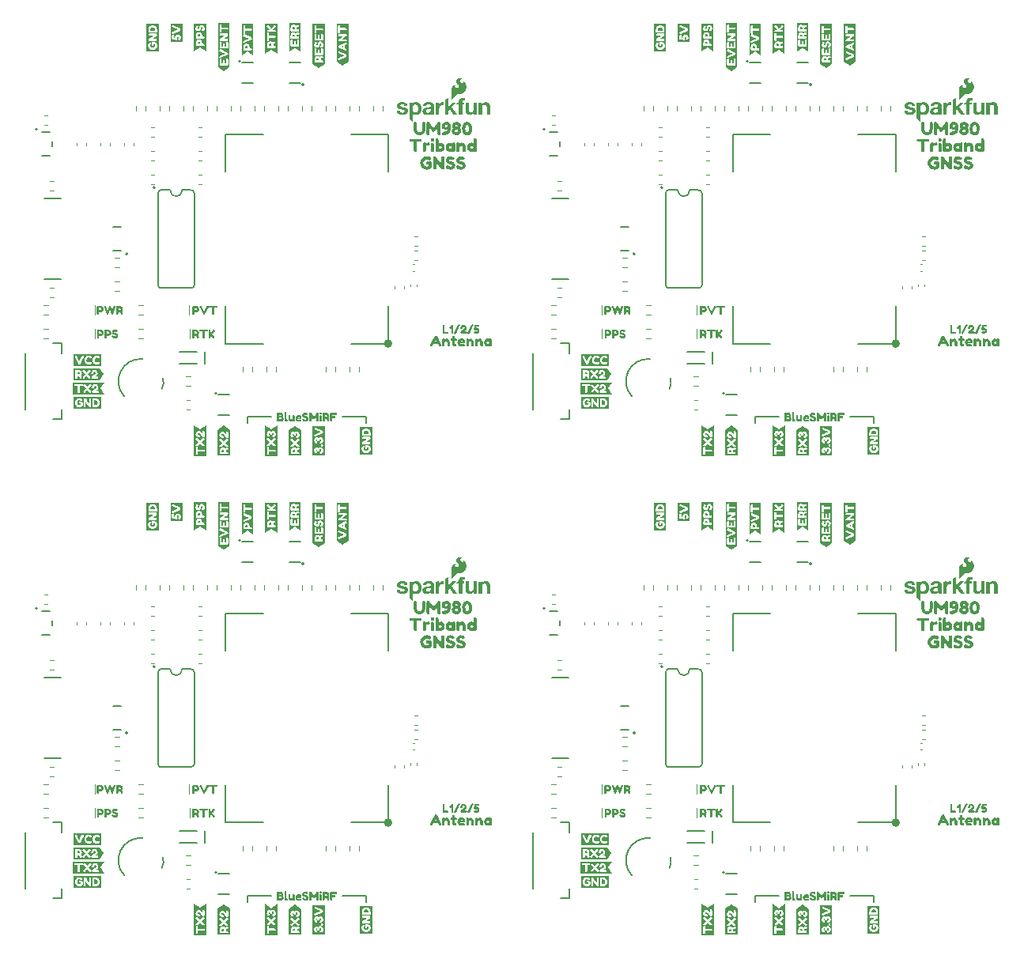
<source format=gto>
%TF.GenerationSoftware,KiCad,Pcbnew,7.0.6*%
%TF.CreationDate,2023-09-13T14:16:39-06:00*%
%TF.ProjectId,SparkFun_GNSS_UM980_panelized,53706172-6b46-4756-9e5f-474e53535f55,rev?*%
%TF.SameCoordinates,Original*%
%TF.FileFunction,Legend,Top*%
%TF.FilePolarity,Positive*%
%FSLAX46Y46*%
G04 Gerber Fmt 4.6, Leading zero omitted, Abs format (unit mm)*
G04 Created by KiCad (PCBNEW 7.0.6) date 2023-09-13 14:16:39*
%MOMM*%
%LPD*%
G01*
G04 APERTURE LIST*
%ADD10C,0.203200*%
%ADD11C,0.150000*%
%ADD12C,0.500000*%
%ADD13C,0.120000*%
%ADD14C,0.152400*%
%ADD15C,0.200000*%
%ADD16C,0.127000*%
G04 APERTURE END LIST*
D10*
X78478000Y57650000D02*
X81018000Y57650000D01*
X78478000Y6350000D02*
X81018000Y6350000D01*
X24130000Y57650000D02*
X26670000Y57650000D01*
X91178000Y57650000D02*
X88638000Y57650000D01*
X91178000Y6350000D02*
X88638000Y6350000D01*
X36830000Y57650000D02*
X34290000Y57650000D01*
X78478000Y57015000D02*
X78478000Y57650000D01*
X78478000Y5715000D02*
X78478000Y6350000D01*
X24130000Y57015000D02*
X24130000Y57650000D01*
X91178000Y57015000D02*
X91178000Y57650000D01*
X91178000Y5715000D02*
X91178000Y6350000D01*
X36830000Y57015000D02*
X36830000Y57650000D01*
X36830000Y5715000D02*
X36830000Y6350000D01*
X24130000Y5715000D02*
X24130000Y6350000D01*
X36830000Y6350000D02*
X34290000Y6350000D01*
X24130000Y6350000D02*
X26670000Y6350000D01*
D11*
%TO.C,U5*%
X76128000Y65500000D02*
X80128000Y65500000D01*
X76128000Y65500000D02*
X76128000Y69500000D01*
X93528000Y65500000D02*
X89528000Y65500000D01*
X93528000Y65500000D02*
X93528000Y69500000D01*
X76128000Y87900000D02*
X76128000Y83900000D01*
X76128000Y87900000D02*
X80128000Y87900000D01*
X93528000Y87900000D02*
X93528000Y83900000D01*
X93528000Y87900000D02*
X89528000Y87900000D01*
D12*
X93728000Y65500000D02*
G75*
G03*
X93728000Y65500000I-200000J0D01*
G01*
D11*
X76128000Y14200000D02*
X80128000Y14200000D01*
X76128000Y14200000D02*
X76128000Y18200000D01*
X93528000Y14200000D02*
X89528000Y14200000D01*
X93528000Y14200000D02*
X93528000Y18200000D01*
X76128000Y36600000D02*
X76128000Y32600000D01*
X76128000Y36600000D02*
X80128000Y36600000D01*
X93528000Y36600000D02*
X93528000Y32600000D01*
X93528000Y36600000D02*
X89528000Y36600000D01*
D12*
X93728000Y14200000D02*
G75*
G03*
X93728000Y14200000I-200000J0D01*
G01*
D11*
X21780000Y65500000D02*
X25780000Y65500000D01*
X21780000Y65500000D02*
X21780000Y69500000D01*
X39180000Y65500000D02*
X35180000Y65500000D01*
X39180000Y65500000D02*
X39180000Y69500000D01*
X21780000Y87900000D02*
X21780000Y83900000D01*
X21780000Y87900000D02*
X25780000Y87900000D01*
X39180000Y87900000D02*
X39180000Y83900000D01*
X39180000Y87900000D02*
X35180000Y87900000D01*
D12*
X39380000Y65500000D02*
G75*
G03*
X39380000Y65500000I-200000J0D01*
G01*
D13*
%TO.C,C17*%
X73257420Y88640000D02*
X73538580Y88640000D01*
X73257420Y87620000D02*
X73538580Y87620000D01*
X73257420Y37340000D02*
X73538580Y37340000D01*
X73257420Y36320000D02*
X73538580Y36320000D01*
X18909420Y88640000D02*
X19190580Y88640000D01*
X18909420Y87620000D02*
X19190580Y87620000D01*
%TO.C,kibuzzard-64ED0547*%
G36*
X62706928Y60698000D02*
G01*
X63135342Y60055380D01*
X62706928Y60055380D01*
X62548178Y60055380D01*
X62433878Y60055380D01*
X61643303Y60055380D01*
X60387908Y60055380D01*
X59943408Y60055380D01*
X59784658Y60055380D01*
X59784658Y61067570D01*
X59943408Y61067570D01*
X59949758Y61014230D01*
X59975158Y60984385D01*
X60034848Y60974860D01*
X60278688Y60974860D01*
X60278688Y60337320D01*
X60280593Y60293505D01*
X60292023Y60260485D01*
X60325043Y60234450D01*
X60387908Y60226830D01*
X60451408Y60234450D01*
X60485063Y60260485D01*
X60496493Y60292870D01*
X60498398Y60336050D01*
X60871778Y60336050D01*
X60921943Y60259215D01*
X61004493Y60214130D01*
X61082598Y60264930D01*
X61323898Y60541790D01*
X61565198Y60264930D01*
X61643303Y60214130D01*
X61725853Y60258580D01*
X61774748Y60336050D01*
X61773399Y60338590D01*
X61825548Y60338590D01*
X61858568Y60258580D01*
X61937308Y60224290D01*
X62433878Y60224290D01*
X62512618Y60239530D01*
X62539923Y60272550D01*
X62548178Y60336685D01*
X62540558Y60401455D01*
X62510713Y60438285D01*
X62436418Y60450350D01*
X62204008Y60450350D01*
X62204008Y60456700D01*
X62235758Y60469400D01*
X62314498Y60512262D01*
X62403398Y60582430D01*
X62444673Y60628150D01*
X62479598Y60686570D01*
X62503411Y60753245D01*
X62511348Y60823730D01*
X62500765Y60911007D01*
X62469015Y60991652D01*
X62416098Y61065665D01*
X62346178Y61124579D01*
X62263416Y61159927D01*
X62167813Y61171710D01*
X62072281Y61160068D01*
X61989731Y61125143D01*
X61920163Y61066935D01*
X61867599Y60994051D01*
X61836061Y60915099D01*
X61825548Y60830080D01*
X61831898Y60765310D01*
X61866506Y60729115D01*
X61937308Y60717050D01*
X62002078Y60724670D01*
X62036368Y60747530D01*
X62048433Y60779280D01*
X62050338Y60821190D01*
X62050338Y60828810D01*
X62055418Y60858020D01*
X62089073Y60917075D01*
X62159558Y60946920D01*
X62223058Y60935490D01*
X62256713Y60910725D01*
X62276398Y60876435D01*
X62285288Y60844050D01*
X62273382Y60788487D01*
X62237663Y60736100D01*
X62185117Y60687999D01*
X62122728Y60645295D01*
X62055418Y60604972D01*
X61988108Y60564015D01*
X61925720Y60518612D01*
X61873173Y60464955D01*
X61837455Y60404471D01*
X61825548Y60338590D01*
X61773399Y60338590D01*
X61731568Y60417330D01*
X61476298Y60698000D01*
X61731568Y60978670D01*
X61774748Y61058680D01*
X61725218Y61137420D01*
X61643303Y61181870D01*
X61565198Y61131070D01*
X61323898Y60854210D01*
X61082598Y61131070D01*
X61004493Y61181870D01*
X60921308Y61136785D01*
X60871778Y61058680D01*
X60916228Y60978670D01*
X61171498Y60698000D01*
X60916228Y60417330D01*
X60871778Y60336050D01*
X60498398Y60336050D01*
X60498398Y60974860D01*
X60740968Y60974860D01*
X60805738Y60986290D01*
X60827328Y61013595D01*
X60833678Y61066300D01*
X60827328Y61119640D01*
X60801928Y61149485D01*
X60742238Y61159010D01*
X60036118Y61159010D01*
X59971348Y61147580D01*
X59949758Y61120275D01*
X59943408Y61067570D01*
X59784658Y61067570D01*
X59784658Y61340620D01*
X59943408Y61340620D01*
X62548178Y61340620D01*
X62706928Y61340620D01*
X63135342Y61340620D01*
X62706928Y60698000D01*
G37*
G36*
X62706928Y9398000D02*
G01*
X63135342Y8755380D01*
X62706928Y8755380D01*
X62548178Y8755380D01*
X62433878Y8755380D01*
X61643303Y8755380D01*
X60387908Y8755380D01*
X59943408Y8755380D01*
X59784658Y8755380D01*
X59784658Y9767570D01*
X59943408Y9767570D01*
X59949758Y9714230D01*
X59975158Y9684385D01*
X60034848Y9674860D01*
X60278688Y9674860D01*
X60278688Y9037320D01*
X60280593Y8993505D01*
X60292023Y8960485D01*
X60325043Y8934450D01*
X60387908Y8926830D01*
X60451408Y8934450D01*
X60485063Y8960485D01*
X60496493Y8992870D01*
X60498398Y9036050D01*
X60871778Y9036050D01*
X60921943Y8959215D01*
X61004493Y8914130D01*
X61082598Y8964930D01*
X61323898Y9241790D01*
X61565198Y8964930D01*
X61643303Y8914130D01*
X61725853Y8958580D01*
X61774748Y9036050D01*
X61773399Y9038590D01*
X61825548Y9038590D01*
X61858568Y8958580D01*
X61937308Y8924290D01*
X62433878Y8924290D01*
X62512618Y8939530D01*
X62539923Y8972550D01*
X62548178Y9036685D01*
X62540558Y9101455D01*
X62510713Y9138285D01*
X62436418Y9150350D01*
X62204008Y9150350D01*
X62204008Y9156700D01*
X62235758Y9169400D01*
X62314498Y9212262D01*
X62403398Y9282430D01*
X62444673Y9328150D01*
X62479598Y9386570D01*
X62503411Y9453245D01*
X62511348Y9523730D01*
X62500765Y9611007D01*
X62469015Y9691652D01*
X62416098Y9765665D01*
X62346178Y9824579D01*
X62263416Y9859927D01*
X62167813Y9871710D01*
X62072281Y9860068D01*
X61989731Y9825143D01*
X61920163Y9766935D01*
X61867599Y9694051D01*
X61836061Y9615099D01*
X61825548Y9530080D01*
X61831898Y9465310D01*
X61866506Y9429115D01*
X61937308Y9417050D01*
X62002078Y9424670D01*
X62036368Y9447530D01*
X62048433Y9479280D01*
X62050338Y9521190D01*
X62050338Y9528810D01*
X62055418Y9558020D01*
X62089073Y9617075D01*
X62159558Y9646920D01*
X62223058Y9635490D01*
X62256713Y9610725D01*
X62276398Y9576435D01*
X62285288Y9544050D01*
X62273382Y9488487D01*
X62237663Y9436100D01*
X62185117Y9387999D01*
X62122728Y9345295D01*
X62055418Y9304972D01*
X61988108Y9264015D01*
X61925720Y9218612D01*
X61873173Y9164955D01*
X61837455Y9104471D01*
X61825548Y9038590D01*
X61773399Y9038590D01*
X61731568Y9117330D01*
X61476298Y9398000D01*
X61731568Y9678670D01*
X61774748Y9758680D01*
X61725218Y9837420D01*
X61643303Y9881870D01*
X61565198Y9831070D01*
X61323898Y9554210D01*
X61082598Y9831070D01*
X61004493Y9881870D01*
X60921308Y9836785D01*
X60871778Y9758680D01*
X60916228Y9678670D01*
X61171498Y9398000D01*
X60916228Y9117330D01*
X60871778Y9036050D01*
X60498398Y9036050D01*
X60498398Y9674860D01*
X60740968Y9674860D01*
X60805738Y9686290D01*
X60827328Y9713595D01*
X60833678Y9766300D01*
X60827328Y9819640D01*
X60801928Y9849485D01*
X60742238Y9859010D01*
X60036118Y9859010D01*
X59971348Y9847580D01*
X59949758Y9820275D01*
X59943408Y9767570D01*
X59784658Y9767570D01*
X59784658Y10040620D01*
X59943408Y10040620D01*
X62548178Y10040620D01*
X62706928Y10040620D01*
X63135342Y10040620D01*
X62706928Y9398000D01*
G37*
G36*
X8358928Y60698000D02*
G01*
X8787342Y60055380D01*
X8358928Y60055380D01*
X8200178Y60055380D01*
X8085878Y60055380D01*
X7295303Y60055380D01*
X6039908Y60055380D01*
X5595408Y60055380D01*
X5436658Y60055380D01*
X5436658Y61067570D01*
X5595408Y61067570D01*
X5601758Y61014230D01*
X5627158Y60984385D01*
X5686848Y60974860D01*
X5930688Y60974860D01*
X5930688Y60337320D01*
X5932593Y60293505D01*
X5944023Y60260485D01*
X5977043Y60234450D01*
X6039908Y60226830D01*
X6103408Y60234450D01*
X6137063Y60260485D01*
X6148493Y60292870D01*
X6150398Y60336050D01*
X6523778Y60336050D01*
X6573943Y60259215D01*
X6656493Y60214130D01*
X6734598Y60264930D01*
X6975898Y60541790D01*
X7217198Y60264930D01*
X7295303Y60214130D01*
X7377853Y60258580D01*
X7426748Y60336050D01*
X7425399Y60338590D01*
X7477548Y60338590D01*
X7510568Y60258580D01*
X7589308Y60224290D01*
X8085878Y60224290D01*
X8164618Y60239530D01*
X8191923Y60272550D01*
X8200178Y60336685D01*
X8192558Y60401455D01*
X8162713Y60438285D01*
X8088418Y60450350D01*
X7856008Y60450350D01*
X7856008Y60456700D01*
X7887758Y60469400D01*
X7966498Y60512262D01*
X8055398Y60582430D01*
X8096673Y60628150D01*
X8131598Y60686570D01*
X8155411Y60753245D01*
X8163348Y60823730D01*
X8152765Y60911007D01*
X8121015Y60991652D01*
X8068098Y61065665D01*
X7998178Y61124579D01*
X7915416Y61159927D01*
X7819813Y61171710D01*
X7724281Y61160068D01*
X7641731Y61125143D01*
X7572163Y61066935D01*
X7519599Y60994051D01*
X7488061Y60915099D01*
X7477548Y60830080D01*
X7483898Y60765310D01*
X7518506Y60729115D01*
X7589308Y60717050D01*
X7654078Y60724670D01*
X7688368Y60747530D01*
X7700433Y60779280D01*
X7702338Y60821190D01*
X7702338Y60828810D01*
X7707418Y60858020D01*
X7741073Y60917075D01*
X7811558Y60946920D01*
X7875058Y60935490D01*
X7908713Y60910725D01*
X7928398Y60876435D01*
X7937288Y60844050D01*
X7925382Y60788487D01*
X7889663Y60736100D01*
X7837117Y60687999D01*
X7774728Y60645295D01*
X7707418Y60604972D01*
X7640108Y60564015D01*
X7577720Y60518612D01*
X7525173Y60464955D01*
X7489455Y60404471D01*
X7477548Y60338590D01*
X7425399Y60338590D01*
X7383568Y60417330D01*
X7128298Y60698000D01*
X7383568Y60978670D01*
X7426748Y61058680D01*
X7377218Y61137420D01*
X7295303Y61181870D01*
X7217198Y61131070D01*
X6975898Y60854210D01*
X6734598Y61131070D01*
X6656493Y61181870D01*
X6573308Y61136785D01*
X6523778Y61058680D01*
X6568228Y60978670D01*
X6823498Y60698000D01*
X6568228Y60417330D01*
X6523778Y60336050D01*
X6150398Y60336050D01*
X6150398Y60974860D01*
X6392968Y60974860D01*
X6457738Y60986290D01*
X6479328Y61013595D01*
X6485678Y61066300D01*
X6479328Y61119640D01*
X6453928Y61149485D01*
X6394238Y61159010D01*
X5688118Y61159010D01*
X5623348Y61147580D01*
X5601758Y61120275D01*
X5595408Y61067570D01*
X5436658Y61067570D01*
X5436658Y61340620D01*
X5595408Y61340620D01*
X8200178Y61340620D01*
X8358928Y61340620D01*
X8787342Y61340620D01*
X8358928Y60698000D01*
G37*
%TO.C,D6*%
X95898000Y71639164D02*
X95898000Y71854836D01*
X96618000Y71639164D02*
X96618000Y71854836D01*
X95898000Y20339164D02*
X95898000Y20554836D01*
X96618000Y20339164D02*
X96618000Y20554836D01*
X41550000Y71639164D02*
X41550000Y71854836D01*
X42270000Y71639164D02*
X42270000Y71854836D01*
%TO.C,R7*%
X71890742Y61982500D02*
X72365258Y61982500D01*
X71890742Y60937500D02*
X72365258Y60937500D01*
X71890742Y10682500D02*
X72365258Y10682500D01*
X71890742Y9637500D02*
X72365258Y9637500D01*
X17542742Y61982500D02*
X18017258Y61982500D01*
X17542742Y60937500D02*
X18017258Y60937500D01*
%TO.C,kibuzzard-64E77542*%
G36*
X86055455Y96064325D02*
G01*
X86083395Y95990665D01*
X86083395Y95828105D01*
X85858605Y95828105D01*
X85858605Y95988125D01*
X85887180Y96064325D01*
X85971635Y96101155D01*
X86055455Y96064325D01*
G37*
G36*
X86736175Y98570035D02*
G01*
X86736175Y97533715D01*
X86736175Y97019365D01*
X86736175Y96190690D01*
X86736175Y95603315D01*
X86736175Y95444565D01*
X86098000Y95019115D01*
X85459825Y95444565D01*
X85459825Y95603315D01*
X85459825Y95716345D01*
X85633815Y95716345D01*
X85642387Y95650940D01*
X85668105Y95617285D01*
X85701760Y95605220D01*
X85745575Y95603315D01*
X86450425Y95603315D01*
X86516465Y95610935D01*
X86551707Y95644590D01*
X86563455Y95715075D01*
X86554883Y95780480D01*
X86529165Y95814135D01*
X86495510Y95826200D01*
X86451695Y95828105D01*
X86308185Y95828105D01*
X86308185Y95988125D01*
X86305645Y96027495D01*
X86422626Y96076884D01*
X86499249Y96109904D01*
X86535515Y96126555D01*
X86560280Y96150050D01*
X86572345Y96190690D01*
X86554565Y96256095D01*
X86517735Y96315150D01*
X86473285Y96334835D01*
X86407245Y96315785D01*
X86326388Y96280225D01*
X86259925Y96251438D01*
X86207855Y96229425D01*
X86140404Y96282342D01*
X86061664Y96314092D01*
X85971635Y96324675D01*
X85892895Y96316420D01*
X85821775Y96291655D01*
X85761450Y96254190D01*
X85715095Y96207835D01*
X85669939Y96136856D01*
X85642846Y96064466D01*
X85633815Y95990665D01*
X85633815Y95716345D01*
X85459825Y95716345D01*
X85459825Y96520255D01*
X85633815Y96520255D01*
X85657310Y96428815D01*
X85745575Y96404685D01*
X86451695Y96404685D01*
X86516465Y96412305D01*
X86552660Y96445960D01*
X86564725Y96516445D01*
X86564725Y97019365D01*
X86557105Y97085405D01*
X86523450Y97120647D01*
X86452965Y97132395D01*
X86387560Y97123822D01*
X86353905Y97098105D01*
X86341840Y97064450D01*
X86339935Y97020635D01*
X86339935Y96629475D01*
X86211665Y96629475D01*
X86211665Y96878395D01*
X86204045Y96944435D01*
X86170390Y96980630D01*
X86099905Y96992695D01*
X86034500Y96984122D01*
X86000845Y96958405D01*
X85988780Y96924750D01*
X85986875Y96880935D01*
X85986875Y96629475D01*
X85858605Y96629475D01*
X85858605Y97019365D01*
X85850985Y97085405D01*
X85817330Y97120647D01*
X85746845Y97132395D01*
X85681440Y97123822D01*
X85647785Y97098105D01*
X85635720Y97064450D01*
X85633815Y97020635D01*
X85633815Y96520255D01*
X85459825Y96520255D01*
X85459825Y97522285D01*
X85618575Y97522285D01*
X85627818Y97433314D01*
X85655546Y97357749D01*
X85701760Y97295590D01*
X85760392Y97249376D01*
X85825373Y97221648D01*
X85896705Y97212405D01*
X85972111Y97220501D01*
X86035770Y97244790D01*
X86085776Y97281144D01*
X86120225Y97325435D01*
X86145149Y97375600D01*
X86166580Y97429575D01*
X86183566Y97483550D01*
X86195155Y97533715D01*
X86223730Y97614360D01*
X86272625Y97646745D01*
X86326247Y97633622D01*
X86358421Y97594252D01*
X86369145Y97528635D01*
X86349460Y97467675D01*
X86308185Y97416875D01*
X86260560Y97360360D01*
X86244685Y97317815D01*
X86275165Y97250505D01*
X86323266Y97209547D01*
X86360890Y97195895D01*
X86433915Y97228915D01*
X86447885Y97240345D01*
X86486620Y97277175D01*
X86526625Y97334325D01*
X86562820Y97420685D01*
X86573774Y97475612D01*
X86577425Y97533715D01*
X86569946Y97610056D01*
X86547509Y97683293D01*
X86510115Y97753425D01*
X86468681Y97801685D01*
X86412960Y97839785D01*
X86345174Y97864550D01*
X86267545Y97872805D01*
X86191504Y97864709D01*
X86128480Y97840420D01*
X86080379Y97804066D01*
X86049105Y97759775D01*
X86027991Y97709292D01*
X86010370Y97654365D01*
X85996559Y97599437D01*
X85986875Y97548955D01*
X85957665Y97468310D01*
X85901150Y97435925D01*
X85846540Y97463230D01*
X85826855Y97531810D01*
X85843365Y97599755D01*
X85859875Y97619440D01*
X85872575Y97634045D01*
X85897975Y97700085D01*
X85882100Y97745170D01*
X85834475Y97788985D01*
X85764625Y97819465D01*
X85702395Y97780095D01*
X85678265Y97748345D01*
X85638260Y97661350D01*
X85623496Y97595151D01*
X85618575Y97522285D01*
X85459825Y97522285D01*
X85459825Y98070925D01*
X85633815Y98070925D01*
X85657310Y97979485D01*
X85745575Y97955355D01*
X86451695Y97955355D01*
X86516465Y97962975D01*
X86552660Y97996630D01*
X86564725Y98067115D01*
X86564725Y98570035D01*
X86557105Y98636075D01*
X86523450Y98671318D01*
X86452965Y98683065D01*
X86387560Y98674493D01*
X86353905Y98648775D01*
X86341840Y98615120D01*
X86339935Y98571305D01*
X86339935Y98180145D01*
X86211665Y98180145D01*
X86211665Y98429065D01*
X86204045Y98495105D01*
X86170390Y98531300D01*
X86099905Y98543365D01*
X86034500Y98534793D01*
X86000845Y98509075D01*
X85988780Y98475420D01*
X85986875Y98431605D01*
X85986875Y98180145D01*
X85858605Y98180145D01*
X85858605Y98570035D01*
X85850985Y98636075D01*
X85817330Y98671318D01*
X85746845Y98683065D01*
X85681440Y98674493D01*
X85647785Y98648775D01*
X85635720Y98615120D01*
X85633815Y98571305D01*
X85633815Y98070925D01*
X85459825Y98070925D01*
X85459825Y98826575D01*
X85632545Y98826575D01*
X85643975Y98761805D01*
X85671280Y98740215D01*
X85723985Y98733865D01*
X85777325Y98740215D01*
X85807170Y98765615D01*
X85816695Y98825305D01*
X85816695Y99069145D01*
X86454235Y99069145D01*
X86498050Y99071050D01*
X86531070Y99082480D01*
X86557105Y99115500D01*
X86564725Y99178365D01*
X86557105Y99241865D01*
X86531070Y99275520D01*
X86498685Y99286950D01*
X86455505Y99288855D01*
X85816695Y99288855D01*
X85816695Y99531425D01*
X85805265Y99596195D01*
X85777960Y99617785D01*
X85725255Y99624135D01*
X85671915Y99617785D01*
X85642070Y99592385D01*
X85632545Y99532695D01*
X85632545Y98826575D01*
X85459825Y98826575D01*
X85459825Y99624135D01*
X85459825Y99782885D01*
X86736175Y99782885D01*
X86736175Y99624135D01*
X86736175Y99178365D01*
X86736175Y98570035D01*
G37*
G36*
X86055455Y44764325D02*
G01*
X86083395Y44690665D01*
X86083395Y44528105D01*
X85858605Y44528105D01*
X85858605Y44688125D01*
X85887180Y44764325D01*
X85971635Y44801155D01*
X86055455Y44764325D01*
G37*
G36*
X86736175Y47270035D02*
G01*
X86736175Y46233715D01*
X86736175Y45719365D01*
X86736175Y44890690D01*
X86736175Y44303315D01*
X86736175Y44144565D01*
X86098000Y43719115D01*
X85459825Y44144565D01*
X85459825Y44303315D01*
X85459825Y44416345D01*
X85633815Y44416345D01*
X85642387Y44350940D01*
X85668105Y44317285D01*
X85701760Y44305220D01*
X85745575Y44303315D01*
X86450425Y44303315D01*
X86516465Y44310935D01*
X86551707Y44344590D01*
X86563455Y44415075D01*
X86554883Y44480480D01*
X86529165Y44514135D01*
X86495510Y44526200D01*
X86451695Y44528105D01*
X86308185Y44528105D01*
X86308185Y44688125D01*
X86305645Y44727495D01*
X86422626Y44776884D01*
X86499249Y44809904D01*
X86535515Y44826555D01*
X86560280Y44850050D01*
X86572345Y44890690D01*
X86554565Y44956095D01*
X86517735Y45015150D01*
X86473285Y45034835D01*
X86407245Y45015785D01*
X86326388Y44980225D01*
X86259925Y44951438D01*
X86207855Y44929425D01*
X86140404Y44982342D01*
X86061664Y45014092D01*
X85971635Y45024675D01*
X85892895Y45016420D01*
X85821775Y44991655D01*
X85761450Y44954190D01*
X85715095Y44907835D01*
X85669939Y44836856D01*
X85642846Y44764466D01*
X85633815Y44690665D01*
X85633815Y44416345D01*
X85459825Y44416345D01*
X85459825Y45220255D01*
X85633815Y45220255D01*
X85657310Y45128815D01*
X85745575Y45104685D01*
X86451695Y45104685D01*
X86516465Y45112305D01*
X86552660Y45145960D01*
X86564725Y45216445D01*
X86564725Y45719365D01*
X86557105Y45785405D01*
X86523450Y45820647D01*
X86452965Y45832395D01*
X86387560Y45823822D01*
X86353905Y45798105D01*
X86341840Y45764450D01*
X86339935Y45720635D01*
X86339935Y45329475D01*
X86211665Y45329475D01*
X86211665Y45578395D01*
X86204045Y45644435D01*
X86170390Y45680630D01*
X86099905Y45692695D01*
X86034500Y45684122D01*
X86000845Y45658405D01*
X85988780Y45624750D01*
X85986875Y45580935D01*
X85986875Y45329475D01*
X85858605Y45329475D01*
X85858605Y45719365D01*
X85850985Y45785405D01*
X85817330Y45820647D01*
X85746845Y45832395D01*
X85681440Y45823822D01*
X85647785Y45798105D01*
X85635720Y45764450D01*
X85633815Y45720635D01*
X85633815Y45220255D01*
X85459825Y45220255D01*
X85459825Y46222285D01*
X85618575Y46222285D01*
X85627818Y46133314D01*
X85655546Y46057749D01*
X85701760Y45995590D01*
X85760392Y45949376D01*
X85825373Y45921648D01*
X85896705Y45912405D01*
X85972111Y45920501D01*
X86035770Y45944790D01*
X86085776Y45981144D01*
X86120225Y46025435D01*
X86145149Y46075600D01*
X86166580Y46129575D01*
X86183566Y46183550D01*
X86195155Y46233715D01*
X86223730Y46314360D01*
X86272625Y46346745D01*
X86326247Y46333622D01*
X86358421Y46294252D01*
X86369145Y46228635D01*
X86349460Y46167675D01*
X86308185Y46116875D01*
X86260560Y46060360D01*
X86244685Y46017815D01*
X86275165Y45950505D01*
X86323266Y45909547D01*
X86360890Y45895895D01*
X86433915Y45928915D01*
X86447885Y45940345D01*
X86486620Y45977175D01*
X86526625Y46034325D01*
X86562820Y46120685D01*
X86573774Y46175612D01*
X86577425Y46233715D01*
X86569946Y46310056D01*
X86547509Y46383293D01*
X86510115Y46453425D01*
X86468681Y46501685D01*
X86412960Y46539785D01*
X86345174Y46564550D01*
X86267545Y46572805D01*
X86191504Y46564709D01*
X86128480Y46540420D01*
X86080379Y46504066D01*
X86049105Y46459775D01*
X86027991Y46409292D01*
X86010370Y46354365D01*
X85996559Y46299437D01*
X85986875Y46248955D01*
X85957665Y46168310D01*
X85901150Y46135925D01*
X85846540Y46163230D01*
X85826855Y46231810D01*
X85843365Y46299755D01*
X85859875Y46319440D01*
X85872575Y46334045D01*
X85897975Y46400085D01*
X85882100Y46445170D01*
X85834475Y46488985D01*
X85764625Y46519465D01*
X85702395Y46480095D01*
X85678265Y46448345D01*
X85638260Y46361350D01*
X85623496Y46295151D01*
X85618575Y46222285D01*
X85459825Y46222285D01*
X85459825Y46770925D01*
X85633815Y46770925D01*
X85657310Y46679485D01*
X85745575Y46655355D01*
X86451695Y46655355D01*
X86516465Y46662975D01*
X86552660Y46696630D01*
X86564725Y46767115D01*
X86564725Y47270035D01*
X86557105Y47336075D01*
X86523450Y47371318D01*
X86452965Y47383065D01*
X86387560Y47374493D01*
X86353905Y47348775D01*
X86341840Y47315120D01*
X86339935Y47271305D01*
X86339935Y46880145D01*
X86211665Y46880145D01*
X86211665Y47129065D01*
X86204045Y47195105D01*
X86170390Y47231300D01*
X86099905Y47243365D01*
X86034500Y47234793D01*
X86000845Y47209075D01*
X85988780Y47175420D01*
X85986875Y47131605D01*
X85986875Y46880145D01*
X85858605Y46880145D01*
X85858605Y47270035D01*
X85850985Y47336075D01*
X85817330Y47371318D01*
X85746845Y47383065D01*
X85681440Y47374493D01*
X85647785Y47348775D01*
X85635720Y47315120D01*
X85633815Y47271305D01*
X85633815Y46770925D01*
X85459825Y46770925D01*
X85459825Y47526575D01*
X85632545Y47526575D01*
X85643975Y47461805D01*
X85671280Y47440215D01*
X85723985Y47433865D01*
X85777325Y47440215D01*
X85807170Y47465615D01*
X85816695Y47525305D01*
X85816695Y47769145D01*
X86454235Y47769145D01*
X86498050Y47771050D01*
X86531070Y47782480D01*
X86557105Y47815500D01*
X86564725Y47878365D01*
X86557105Y47941865D01*
X86531070Y47975520D01*
X86498685Y47986950D01*
X86455505Y47988855D01*
X85816695Y47988855D01*
X85816695Y48231425D01*
X85805265Y48296195D01*
X85777960Y48317785D01*
X85725255Y48324135D01*
X85671915Y48317785D01*
X85642070Y48292385D01*
X85632545Y48232695D01*
X85632545Y47526575D01*
X85459825Y47526575D01*
X85459825Y48324135D01*
X85459825Y48482885D01*
X86736175Y48482885D01*
X86736175Y48324135D01*
X86736175Y47878365D01*
X86736175Y47270035D01*
G37*
G36*
X31707455Y96064325D02*
G01*
X31735395Y95990665D01*
X31735395Y95828105D01*
X31510605Y95828105D01*
X31510605Y95988125D01*
X31539180Y96064325D01*
X31623635Y96101155D01*
X31707455Y96064325D01*
G37*
G36*
X32388175Y98570035D02*
G01*
X32388175Y97533715D01*
X32388175Y97019365D01*
X32388175Y96190690D01*
X32388175Y95603315D01*
X32388175Y95444565D01*
X31750000Y95019115D01*
X31111825Y95444565D01*
X31111825Y95603315D01*
X31111825Y95716345D01*
X31285815Y95716345D01*
X31294387Y95650940D01*
X31320105Y95617285D01*
X31353760Y95605220D01*
X31397575Y95603315D01*
X32102425Y95603315D01*
X32168465Y95610935D01*
X32203707Y95644590D01*
X32215455Y95715075D01*
X32206883Y95780480D01*
X32181165Y95814135D01*
X32147510Y95826200D01*
X32103695Y95828105D01*
X31960185Y95828105D01*
X31960185Y95988125D01*
X31957645Y96027495D01*
X32074626Y96076884D01*
X32151249Y96109904D01*
X32187515Y96126555D01*
X32212280Y96150050D01*
X32224345Y96190690D01*
X32206565Y96256095D01*
X32169735Y96315150D01*
X32125285Y96334835D01*
X32059245Y96315785D01*
X31978388Y96280225D01*
X31911925Y96251438D01*
X31859855Y96229425D01*
X31792404Y96282342D01*
X31713664Y96314092D01*
X31623635Y96324675D01*
X31544895Y96316420D01*
X31473775Y96291655D01*
X31413450Y96254190D01*
X31367095Y96207835D01*
X31321939Y96136856D01*
X31294846Y96064466D01*
X31285815Y95990665D01*
X31285815Y95716345D01*
X31111825Y95716345D01*
X31111825Y96520255D01*
X31285815Y96520255D01*
X31309310Y96428815D01*
X31397575Y96404685D01*
X32103695Y96404685D01*
X32168465Y96412305D01*
X32204660Y96445960D01*
X32216725Y96516445D01*
X32216725Y97019365D01*
X32209105Y97085405D01*
X32175450Y97120647D01*
X32104965Y97132395D01*
X32039560Y97123822D01*
X32005905Y97098105D01*
X31993840Y97064450D01*
X31991935Y97020635D01*
X31991935Y96629475D01*
X31863665Y96629475D01*
X31863665Y96878395D01*
X31856045Y96944435D01*
X31822390Y96980630D01*
X31751905Y96992695D01*
X31686500Y96984122D01*
X31652845Y96958405D01*
X31640780Y96924750D01*
X31638875Y96880935D01*
X31638875Y96629475D01*
X31510605Y96629475D01*
X31510605Y97019365D01*
X31502985Y97085405D01*
X31469330Y97120647D01*
X31398845Y97132395D01*
X31333440Y97123822D01*
X31299785Y97098105D01*
X31287720Y97064450D01*
X31285815Y97020635D01*
X31285815Y96520255D01*
X31111825Y96520255D01*
X31111825Y97522285D01*
X31270575Y97522285D01*
X31279818Y97433314D01*
X31307546Y97357749D01*
X31353760Y97295590D01*
X31412392Y97249376D01*
X31477373Y97221648D01*
X31548705Y97212405D01*
X31624111Y97220501D01*
X31687770Y97244790D01*
X31737776Y97281144D01*
X31772225Y97325435D01*
X31797149Y97375600D01*
X31818580Y97429575D01*
X31835566Y97483550D01*
X31847155Y97533715D01*
X31875730Y97614360D01*
X31924625Y97646745D01*
X31978247Y97633622D01*
X32010421Y97594252D01*
X32021145Y97528635D01*
X32001460Y97467675D01*
X31960185Y97416875D01*
X31912560Y97360360D01*
X31896685Y97317815D01*
X31927165Y97250505D01*
X31975266Y97209547D01*
X32012890Y97195895D01*
X32085915Y97228915D01*
X32099885Y97240345D01*
X32138620Y97277175D01*
X32178625Y97334325D01*
X32214820Y97420685D01*
X32225774Y97475612D01*
X32229425Y97533715D01*
X32221946Y97610056D01*
X32199509Y97683293D01*
X32162115Y97753425D01*
X32120681Y97801685D01*
X32064960Y97839785D01*
X31997174Y97864550D01*
X31919545Y97872805D01*
X31843504Y97864709D01*
X31780480Y97840420D01*
X31732379Y97804066D01*
X31701105Y97759775D01*
X31679991Y97709292D01*
X31662370Y97654365D01*
X31648559Y97599437D01*
X31638875Y97548955D01*
X31609665Y97468310D01*
X31553150Y97435925D01*
X31498540Y97463230D01*
X31478855Y97531810D01*
X31495365Y97599755D01*
X31511875Y97619440D01*
X31524575Y97634045D01*
X31549975Y97700085D01*
X31534100Y97745170D01*
X31486475Y97788985D01*
X31416625Y97819465D01*
X31354395Y97780095D01*
X31330265Y97748345D01*
X31290260Y97661350D01*
X31275496Y97595151D01*
X31270575Y97522285D01*
X31111825Y97522285D01*
X31111825Y98070925D01*
X31285815Y98070925D01*
X31309310Y97979485D01*
X31397575Y97955355D01*
X32103695Y97955355D01*
X32168465Y97962975D01*
X32204660Y97996630D01*
X32216725Y98067115D01*
X32216725Y98570035D01*
X32209105Y98636075D01*
X32175450Y98671318D01*
X32104965Y98683065D01*
X32039560Y98674493D01*
X32005905Y98648775D01*
X31993840Y98615120D01*
X31991935Y98571305D01*
X31991935Y98180145D01*
X31863665Y98180145D01*
X31863665Y98429065D01*
X31856045Y98495105D01*
X31822390Y98531300D01*
X31751905Y98543365D01*
X31686500Y98534793D01*
X31652845Y98509075D01*
X31640780Y98475420D01*
X31638875Y98431605D01*
X31638875Y98180145D01*
X31510605Y98180145D01*
X31510605Y98570035D01*
X31502985Y98636075D01*
X31469330Y98671318D01*
X31398845Y98683065D01*
X31333440Y98674493D01*
X31299785Y98648775D01*
X31287720Y98615120D01*
X31285815Y98571305D01*
X31285815Y98070925D01*
X31111825Y98070925D01*
X31111825Y98826575D01*
X31284545Y98826575D01*
X31295975Y98761805D01*
X31323280Y98740215D01*
X31375985Y98733865D01*
X31429325Y98740215D01*
X31459170Y98765615D01*
X31468695Y98825305D01*
X31468695Y99069145D01*
X32106235Y99069145D01*
X32150050Y99071050D01*
X32183070Y99082480D01*
X32209105Y99115500D01*
X32216725Y99178365D01*
X32209105Y99241865D01*
X32183070Y99275520D01*
X32150685Y99286950D01*
X32107505Y99288855D01*
X31468695Y99288855D01*
X31468695Y99531425D01*
X31457265Y99596195D01*
X31429960Y99617785D01*
X31377255Y99624135D01*
X31323915Y99617785D01*
X31294070Y99592385D01*
X31284545Y99532695D01*
X31284545Y98826575D01*
X31111825Y98826575D01*
X31111825Y99624135D01*
X31111825Y99782885D01*
X32388175Y99782885D01*
X32388175Y99624135D01*
X32388175Y99178365D01*
X32388175Y98570035D01*
G37*
%TO.C,L1*%
X96365836Y73292000D02*
X96150164Y73292000D01*
X96365836Y74012000D02*
X96150164Y74012000D01*
X96365836Y21992000D02*
X96150164Y21992000D01*
X96365836Y22712000D02*
X96150164Y22712000D01*
X42017836Y73292000D02*
X41802164Y73292000D01*
X42017836Y74012000D02*
X41802164Y74012000D01*
%TO.C,kibuzzard-64E773DA*%
G36*
X91274679Y56192675D02*
G01*
X91351355Y56137430D01*
X91402314Y56059325D01*
X91419300Y55972330D01*
X91419300Y55849140D01*
X90939240Y55849140D01*
X90939240Y55971060D01*
X90956544Y56061389D01*
X91008455Y56139335D01*
X91086084Y56193151D01*
X91180540Y56211090D01*
X91274679Y56192675D01*
G37*
G36*
X91816810Y55409720D02*
G01*
X91816810Y54252750D01*
X91816810Y53784120D01*
X91816810Y53625370D01*
X90539190Y53625370D01*
X90539190Y53784120D01*
X90539190Y54261640D01*
X90697940Y54261640D01*
X90706393Y54168295D01*
X90731754Y54081300D01*
X90774021Y54000655D01*
X90833195Y53926360D01*
X90904990Y53864130D01*
X90985119Y53819680D01*
X91073582Y53793010D01*
X91170380Y53784120D01*
X91267654Y53792851D01*
X91357546Y53819045D01*
X91440057Y53862701D01*
X91515185Y53923820D01*
X91577693Y53996766D01*
X91622341Y54075903D01*
X91649130Y54161231D01*
X91658060Y54252750D01*
X91651154Y54352762D01*
X91630437Y54439440D01*
X91595909Y54512783D01*
X91547570Y54572790D01*
X91470100Y54608350D01*
X91190700Y54608350D01*
X91119580Y54595650D01*
X91084020Y54511830D01*
X91084020Y54288310D01*
X91095450Y54227350D01*
X91123390Y54206395D01*
X91177365Y54200680D01*
X91230705Y54205760D01*
X91260550Y54227350D01*
X91270710Y54283230D01*
X91270710Y54383560D01*
X91409140Y54383560D01*
X91426285Y54324188D01*
X91432000Y54257830D01*
X91412791Y54166390D01*
X91355165Y54085110D01*
X91300273Y54042777D01*
X91238043Y54017377D01*
X91168475Y54008910D01*
X91069097Y54027642D01*
X90990675Y54083840D01*
X90939716Y54164167D01*
X90922730Y54255290D01*
X90931461Y54323870D01*
X90957655Y54382290D01*
X90992580Y54459760D01*
X90975753Y54502623D01*
X90925270Y54549930D01*
X90853515Y54579140D01*
X90797000Y54544850D01*
X90741967Y54454116D01*
X90708947Y54359712D01*
X90697940Y54261640D01*
X90539190Y54261640D01*
X90539190Y54820440D01*
X90715720Y54820440D01*
X90723340Y54758210D01*
X90753185Y54722015D01*
X90823670Y54709950D01*
X91532330Y54709950D01*
X91576780Y54711855D01*
X91611070Y54723920D01*
X91636788Y54756940D01*
X91645360Y54820440D01*
X91636788Y54885845D01*
X91611070Y54919500D01*
X91578050Y54931565D01*
X91533600Y54933470D01*
X91115770Y54933470D01*
X91162054Y54968959D01*
X91223014Y55015314D01*
X91298650Y55072535D01*
X91388961Y55140621D01*
X91493948Y55219573D01*
X91613610Y55309390D01*
X91637740Y55341140D01*
X91645360Y55409720D01*
X91636788Y55475125D01*
X91611070Y55508780D01*
X91578050Y55520845D01*
X91533600Y55522750D01*
X90828750Y55522750D01*
X90763980Y55515130D01*
X90737310Y55499255D01*
X90722070Y55466235D01*
X90715720Y55407815D01*
X90723340Y55347490D01*
X90753185Y55311295D01*
X90823670Y55299230D01*
X91252930Y55299230D01*
X91207104Y55264234D01*
X91147520Y55219361D01*
X91074178Y55164610D01*
X90987077Y55099981D01*
X90886218Y55025474D01*
X90771600Y54941090D01*
X90738580Y54911880D01*
X90722705Y54880765D01*
X90715720Y54820440D01*
X90539190Y54820440D01*
X90539190Y55737380D01*
X90713180Y55737380D01*
X90721752Y55671975D01*
X90747470Y55638320D01*
X90780490Y55626255D01*
X90824940Y55624350D01*
X91531060Y55624350D01*
X91612340Y55639590D01*
X91636153Y55673245D01*
X91644090Y55736110D01*
X91644090Y55968520D01*
X91635438Y56062063D01*
X91609483Y56148384D01*
X91566223Y56227481D01*
X91505660Y56299355D01*
X91432992Y56359085D01*
X91353419Y56401749D01*
X91266940Y56427347D01*
X91173555Y56435880D01*
X91080528Y56427149D01*
X90995120Y56400955D01*
X90917332Y56357299D01*
X90847165Y56296180D01*
X90789102Y56223552D01*
X90747629Y56145367D01*
X90722745Y56061627D01*
X90714450Y55972330D01*
X90713180Y55737380D01*
X90539190Y55737380D01*
X90539190Y56435880D01*
X90539190Y56594630D01*
X91816810Y56594630D01*
X91816810Y56435880D01*
X91816810Y55968520D01*
X91816810Y55409720D01*
G37*
G36*
X91274679Y4892675D02*
G01*
X91351355Y4837430D01*
X91402314Y4759325D01*
X91419300Y4672330D01*
X91419300Y4549140D01*
X90939240Y4549140D01*
X90939240Y4671060D01*
X90956544Y4761389D01*
X91008455Y4839335D01*
X91086084Y4893151D01*
X91180540Y4911090D01*
X91274679Y4892675D01*
G37*
G36*
X91816810Y4109720D02*
G01*
X91816810Y2952750D01*
X91816810Y2484120D01*
X91816810Y2325370D01*
X90539190Y2325370D01*
X90539190Y2484120D01*
X90539190Y2961640D01*
X90697940Y2961640D01*
X90706393Y2868295D01*
X90731754Y2781300D01*
X90774021Y2700655D01*
X90833195Y2626360D01*
X90904990Y2564130D01*
X90985119Y2519680D01*
X91073582Y2493010D01*
X91170380Y2484120D01*
X91267654Y2492851D01*
X91357546Y2519045D01*
X91440057Y2562701D01*
X91515185Y2623820D01*
X91577693Y2696766D01*
X91622341Y2775903D01*
X91649130Y2861231D01*
X91658060Y2952750D01*
X91651154Y3052762D01*
X91630437Y3139440D01*
X91595909Y3212783D01*
X91547570Y3272790D01*
X91470100Y3308350D01*
X91190700Y3308350D01*
X91119580Y3295650D01*
X91084020Y3211830D01*
X91084020Y2988310D01*
X91095450Y2927350D01*
X91123390Y2906395D01*
X91177365Y2900680D01*
X91230705Y2905760D01*
X91260550Y2927350D01*
X91270710Y2983230D01*
X91270710Y3083560D01*
X91409140Y3083560D01*
X91426285Y3024188D01*
X91432000Y2957830D01*
X91412791Y2866390D01*
X91355165Y2785110D01*
X91300273Y2742777D01*
X91238043Y2717377D01*
X91168475Y2708910D01*
X91069097Y2727642D01*
X90990675Y2783840D01*
X90939716Y2864167D01*
X90922730Y2955290D01*
X90931461Y3023870D01*
X90957655Y3082290D01*
X90992580Y3159760D01*
X90975753Y3202623D01*
X90925270Y3249930D01*
X90853515Y3279140D01*
X90797000Y3244850D01*
X90741967Y3154116D01*
X90708947Y3059712D01*
X90697940Y2961640D01*
X90539190Y2961640D01*
X90539190Y3520440D01*
X90715720Y3520440D01*
X90723340Y3458210D01*
X90753185Y3422015D01*
X90823670Y3409950D01*
X91532330Y3409950D01*
X91576780Y3411855D01*
X91611070Y3423920D01*
X91636788Y3456940D01*
X91645360Y3520440D01*
X91636788Y3585845D01*
X91611070Y3619500D01*
X91578050Y3631565D01*
X91533600Y3633470D01*
X91115770Y3633470D01*
X91162054Y3668959D01*
X91223014Y3715314D01*
X91298650Y3772535D01*
X91388961Y3840621D01*
X91493948Y3919573D01*
X91613610Y4009390D01*
X91637740Y4041140D01*
X91645360Y4109720D01*
X91636788Y4175125D01*
X91611070Y4208780D01*
X91578050Y4220845D01*
X91533600Y4222750D01*
X90828750Y4222750D01*
X90763980Y4215130D01*
X90737310Y4199255D01*
X90722070Y4166235D01*
X90715720Y4107815D01*
X90723340Y4047490D01*
X90753185Y4011295D01*
X90823670Y3999230D01*
X91252930Y3999230D01*
X91207104Y3964234D01*
X91147520Y3919361D01*
X91074178Y3864610D01*
X90987077Y3799981D01*
X90886218Y3725474D01*
X90771600Y3641090D01*
X90738580Y3611880D01*
X90722705Y3580765D01*
X90715720Y3520440D01*
X90539190Y3520440D01*
X90539190Y4437380D01*
X90713180Y4437380D01*
X90721752Y4371975D01*
X90747470Y4338320D01*
X90780490Y4326255D01*
X90824940Y4324350D01*
X91531060Y4324350D01*
X91612340Y4339590D01*
X91636153Y4373245D01*
X91644090Y4436110D01*
X91644090Y4668520D01*
X91635438Y4762063D01*
X91609483Y4848384D01*
X91566223Y4927481D01*
X91505660Y4999355D01*
X91432992Y5059085D01*
X91353419Y5101749D01*
X91266940Y5127347D01*
X91173555Y5135880D01*
X91080528Y5127149D01*
X90995120Y5100955D01*
X90917332Y5057299D01*
X90847165Y4996180D01*
X90789102Y4923552D01*
X90747629Y4845367D01*
X90722745Y4761627D01*
X90714450Y4672330D01*
X90713180Y4437380D01*
X90539190Y4437380D01*
X90539190Y5135880D01*
X90539190Y5294630D01*
X91816810Y5294630D01*
X91816810Y5135880D01*
X91816810Y4668520D01*
X91816810Y4109720D01*
G37*
G36*
X36926679Y56192675D02*
G01*
X37003355Y56137430D01*
X37054314Y56059325D01*
X37071300Y55972330D01*
X37071300Y55849140D01*
X36591240Y55849140D01*
X36591240Y55971060D01*
X36608544Y56061389D01*
X36660455Y56139335D01*
X36738084Y56193151D01*
X36832540Y56211090D01*
X36926679Y56192675D01*
G37*
G36*
X37468810Y55409720D02*
G01*
X37468810Y54252750D01*
X37468810Y53784120D01*
X37468810Y53625370D01*
X36191190Y53625370D01*
X36191190Y53784120D01*
X36191190Y54261640D01*
X36349940Y54261640D01*
X36358393Y54168295D01*
X36383754Y54081300D01*
X36426021Y54000655D01*
X36485195Y53926360D01*
X36556990Y53864130D01*
X36637119Y53819680D01*
X36725582Y53793010D01*
X36822380Y53784120D01*
X36919654Y53792851D01*
X37009546Y53819045D01*
X37092057Y53862701D01*
X37167185Y53923820D01*
X37229693Y53996766D01*
X37274341Y54075903D01*
X37301130Y54161231D01*
X37310060Y54252750D01*
X37303154Y54352762D01*
X37282437Y54439440D01*
X37247909Y54512783D01*
X37199570Y54572790D01*
X37122100Y54608350D01*
X36842700Y54608350D01*
X36771580Y54595650D01*
X36736020Y54511830D01*
X36736020Y54288310D01*
X36747450Y54227350D01*
X36775390Y54206395D01*
X36829365Y54200680D01*
X36882705Y54205760D01*
X36912550Y54227350D01*
X36922710Y54283230D01*
X36922710Y54383560D01*
X37061140Y54383560D01*
X37078285Y54324188D01*
X37084000Y54257830D01*
X37064791Y54166390D01*
X37007165Y54085110D01*
X36952273Y54042777D01*
X36890043Y54017377D01*
X36820475Y54008910D01*
X36721097Y54027642D01*
X36642675Y54083840D01*
X36591716Y54164167D01*
X36574730Y54255290D01*
X36583461Y54323870D01*
X36609655Y54382290D01*
X36644580Y54459760D01*
X36627753Y54502623D01*
X36577270Y54549930D01*
X36505515Y54579140D01*
X36449000Y54544850D01*
X36393967Y54454116D01*
X36360947Y54359712D01*
X36349940Y54261640D01*
X36191190Y54261640D01*
X36191190Y54820440D01*
X36367720Y54820440D01*
X36375340Y54758210D01*
X36405185Y54722015D01*
X36475670Y54709950D01*
X37184330Y54709950D01*
X37228780Y54711855D01*
X37263070Y54723920D01*
X37288788Y54756940D01*
X37297360Y54820440D01*
X37288788Y54885845D01*
X37263070Y54919500D01*
X37230050Y54931565D01*
X37185600Y54933470D01*
X36767770Y54933470D01*
X36814054Y54968959D01*
X36875014Y55015314D01*
X36950650Y55072535D01*
X37040961Y55140621D01*
X37145948Y55219573D01*
X37265610Y55309390D01*
X37289740Y55341140D01*
X37297360Y55409720D01*
X37288788Y55475125D01*
X37263070Y55508780D01*
X37230050Y55520845D01*
X37185600Y55522750D01*
X36480750Y55522750D01*
X36415980Y55515130D01*
X36389310Y55499255D01*
X36374070Y55466235D01*
X36367720Y55407815D01*
X36375340Y55347490D01*
X36405185Y55311295D01*
X36475670Y55299230D01*
X36904930Y55299230D01*
X36859104Y55264234D01*
X36799520Y55219361D01*
X36726178Y55164610D01*
X36639077Y55099981D01*
X36538218Y55025474D01*
X36423600Y54941090D01*
X36390580Y54911880D01*
X36374705Y54880765D01*
X36367720Y54820440D01*
X36191190Y54820440D01*
X36191190Y55737380D01*
X36365180Y55737380D01*
X36373752Y55671975D01*
X36399470Y55638320D01*
X36432490Y55626255D01*
X36476940Y55624350D01*
X37183060Y55624350D01*
X37264340Y55639590D01*
X37288153Y55673245D01*
X37296090Y55736110D01*
X37296090Y55968520D01*
X37287438Y56062063D01*
X37261483Y56148384D01*
X37218223Y56227481D01*
X37157660Y56299355D01*
X37084992Y56359085D01*
X37005419Y56401749D01*
X36918940Y56427347D01*
X36825555Y56435880D01*
X36732528Y56427149D01*
X36647120Y56400955D01*
X36569332Y56357299D01*
X36499165Y56296180D01*
X36441102Y56223552D01*
X36399629Y56145367D01*
X36374745Y56061627D01*
X36366450Y55972330D01*
X36365180Y55737380D01*
X36191190Y55737380D01*
X36191190Y56435880D01*
X36191190Y56594630D01*
X37468810Y56594630D01*
X37468810Y56435880D01*
X37468810Y55968520D01*
X37468810Y55409720D01*
G37*
%TO.C,C3*%
X71987420Y59430000D02*
X72268580Y59430000D01*
X71987420Y58410000D02*
X72268580Y58410000D01*
X71987420Y8130000D02*
X72268580Y8130000D01*
X71987420Y7110000D02*
X72268580Y7110000D01*
X17639420Y59430000D02*
X17920580Y59430000D01*
X17639420Y58410000D02*
X17920580Y58410000D01*
%TO.C,R30*%
X90430500Y62967258D02*
X90430500Y62492742D01*
X89385500Y62967258D02*
X89385500Y62492742D01*
X90430500Y11667258D02*
X90430500Y11192742D01*
X89385500Y11667258D02*
X89385500Y11192742D01*
X36082500Y62967258D02*
X36082500Y62492742D01*
X35037500Y62967258D02*
X35037500Y62492742D01*
%TO.C,kibuzzard-64ED0536*%
G36*
X60483793Y62428375D02*
G01*
X60520623Y62343920D01*
X60483793Y62260100D01*
X60410133Y62232160D01*
X60247573Y62232160D01*
X60247573Y62456950D01*
X60407593Y62456950D01*
X60483793Y62428375D01*
G37*
G36*
X63055967Y62222000D02*
G01*
X62627553Y61579380D01*
X62468803Y61579380D01*
X62354503Y61579380D01*
X61563928Y61579380D01*
X60610158Y61579380D01*
X60022783Y61579380D01*
X59864033Y61579380D01*
X59864033Y61865130D01*
X60022783Y61865130D01*
X60030403Y61799090D01*
X60064058Y61763848D01*
X60134543Y61752100D01*
X60199948Y61760672D01*
X60233603Y61786390D01*
X60245668Y61820045D01*
X60247573Y61863860D01*
X60247573Y62007370D01*
X60407593Y62007370D01*
X60446963Y62009910D01*
X60496352Y61892929D01*
X60529372Y61816306D01*
X60546023Y61780040D01*
X60569518Y61755275D01*
X60610158Y61743210D01*
X60675563Y61760990D01*
X60734618Y61797820D01*
X60754303Y61842270D01*
X60749174Y61860050D01*
X60792403Y61860050D01*
X60842568Y61783215D01*
X60925118Y61738130D01*
X61003223Y61788930D01*
X61244523Y62065790D01*
X61485823Y61788930D01*
X61563928Y61738130D01*
X61646478Y61782580D01*
X61695373Y61860050D01*
X61694024Y61862590D01*
X61746173Y61862590D01*
X61779193Y61782580D01*
X61857933Y61748290D01*
X62354503Y61748290D01*
X62433243Y61763530D01*
X62460548Y61796550D01*
X62468803Y61860685D01*
X62461183Y61925455D01*
X62431338Y61962285D01*
X62357043Y61974350D01*
X62124633Y61974350D01*
X62124633Y61980700D01*
X62156383Y61993400D01*
X62235123Y62036262D01*
X62324023Y62106430D01*
X62365298Y62152150D01*
X62400223Y62210570D01*
X62424036Y62277245D01*
X62431973Y62347730D01*
X62421390Y62435007D01*
X62389640Y62515652D01*
X62336723Y62589665D01*
X62266803Y62648579D01*
X62184041Y62683927D01*
X62088438Y62695710D01*
X61992906Y62684068D01*
X61910356Y62649143D01*
X61840788Y62590935D01*
X61788224Y62518051D01*
X61756686Y62439099D01*
X61746173Y62354080D01*
X61752523Y62289310D01*
X61787131Y62253115D01*
X61857933Y62241050D01*
X61922703Y62248670D01*
X61956993Y62271530D01*
X61969058Y62303280D01*
X61970963Y62345190D01*
X61970963Y62352810D01*
X61976043Y62382020D01*
X62009698Y62441075D01*
X62080183Y62470920D01*
X62143683Y62459490D01*
X62177338Y62434725D01*
X62197023Y62400435D01*
X62205913Y62368050D01*
X62194007Y62312487D01*
X62158288Y62260100D01*
X62105742Y62211999D01*
X62043353Y62169295D01*
X61976043Y62128972D01*
X61908733Y62088015D01*
X61846345Y62042612D01*
X61793798Y61988955D01*
X61758080Y61928471D01*
X61746173Y61862590D01*
X61694024Y61862590D01*
X61652193Y61941330D01*
X61396923Y62222000D01*
X61652193Y62502670D01*
X61695373Y62582680D01*
X61645843Y62661420D01*
X61563928Y62705870D01*
X61485823Y62655070D01*
X61244523Y62378210D01*
X61003223Y62655070D01*
X60925118Y62705870D01*
X60841933Y62660785D01*
X60792403Y62582680D01*
X60836853Y62502670D01*
X61092123Y62222000D01*
X60836853Y61941330D01*
X60792403Y61860050D01*
X60749174Y61860050D01*
X60735253Y61908310D01*
X60699693Y61989167D01*
X60670907Y62055630D01*
X60648893Y62107700D01*
X60701810Y62175151D01*
X60733560Y62253891D01*
X60744143Y62343920D01*
X60735888Y62422660D01*
X60711123Y62493780D01*
X60673658Y62554105D01*
X60627303Y62600460D01*
X60556324Y62645616D01*
X60483934Y62672709D01*
X60410133Y62681740D01*
X60135813Y62681740D01*
X60070408Y62673167D01*
X60036753Y62647450D01*
X60024688Y62613795D01*
X60022783Y62569980D01*
X60022783Y61865130D01*
X59864033Y61865130D01*
X59864033Y62864620D01*
X60022783Y62864620D01*
X62468803Y62864620D01*
X62627553Y62864620D01*
X63055967Y62222000D01*
G37*
G36*
X60483793Y11128375D02*
G01*
X60520623Y11043920D01*
X60483793Y10960100D01*
X60410133Y10932160D01*
X60247573Y10932160D01*
X60247573Y11156950D01*
X60407593Y11156950D01*
X60483793Y11128375D01*
G37*
G36*
X63055967Y10922000D02*
G01*
X62627553Y10279380D01*
X62468803Y10279380D01*
X62354503Y10279380D01*
X61563928Y10279380D01*
X60610158Y10279380D01*
X60022783Y10279380D01*
X59864033Y10279380D01*
X59864033Y10565130D01*
X60022783Y10565130D01*
X60030403Y10499090D01*
X60064058Y10463848D01*
X60134543Y10452100D01*
X60199948Y10460672D01*
X60233603Y10486390D01*
X60245668Y10520045D01*
X60247573Y10563860D01*
X60247573Y10707370D01*
X60407593Y10707370D01*
X60446963Y10709910D01*
X60496352Y10592929D01*
X60529372Y10516306D01*
X60546023Y10480040D01*
X60569518Y10455275D01*
X60610158Y10443210D01*
X60675563Y10460990D01*
X60734618Y10497820D01*
X60754303Y10542270D01*
X60749174Y10560050D01*
X60792403Y10560050D01*
X60842568Y10483215D01*
X60925118Y10438130D01*
X61003223Y10488930D01*
X61244523Y10765790D01*
X61485823Y10488930D01*
X61563928Y10438130D01*
X61646478Y10482580D01*
X61695373Y10560050D01*
X61694024Y10562590D01*
X61746173Y10562590D01*
X61779193Y10482580D01*
X61857933Y10448290D01*
X62354503Y10448290D01*
X62433243Y10463530D01*
X62460548Y10496550D01*
X62468803Y10560685D01*
X62461183Y10625455D01*
X62431338Y10662285D01*
X62357043Y10674350D01*
X62124633Y10674350D01*
X62124633Y10680700D01*
X62156383Y10693400D01*
X62235123Y10736262D01*
X62324023Y10806430D01*
X62365298Y10852150D01*
X62400223Y10910570D01*
X62424036Y10977245D01*
X62431973Y11047730D01*
X62421390Y11135007D01*
X62389640Y11215652D01*
X62336723Y11289665D01*
X62266803Y11348579D01*
X62184041Y11383927D01*
X62088438Y11395710D01*
X61992906Y11384068D01*
X61910356Y11349143D01*
X61840788Y11290935D01*
X61788224Y11218051D01*
X61756686Y11139099D01*
X61746173Y11054080D01*
X61752523Y10989310D01*
X61787131Y10953115D01*
X61857933Y10941050D01*
X61922703Y10948670D01*
X61956993Y10971530D01*
X61969058Y11003280D01*
X61970963Y11045190D01*
X61970963Y11052810D01*
X61976043Y11082020D01*
X62009698Y11141075D01*
X62080183Y11170920D01*
X62143683Y11159490D01*
X62177338Y11134725D01*
X62197023Y11100435D01*
X62205913Y11068050D01*
X62194007Y11012487D01*
X62158288Y10960100D01*
X62105742Y10911999D01*
X62043353Y10869295D01*
X61976043Y10828972D01*
X61908733Y10788015D01*
X61846345Y10742612D01*
X61793798Y10688955D01*
X61758080Y10628471D01*
X61746173Y10562590D01*
X61694024Y10562590D01*
X61652193Y10641330D01*
X61396923Y10922000D01*
X61652193Y11202670D01*
X61695373Y11282680D01*
X61645843Y11361420D01*
X61563928Y11405870D01*
X61485823Y11355070D01*
X61244523Y11078210D01*
X61003223Y11355070D01*
X60925118Y11405870D01*
X60841933Y11360785D01*
X60792403Y11282680D01*
X60836853Y11202670D01*
X61092123Y10922000D01*
X60836853Y10641330D01*
X60792403Y10560050D01*
X60749174Y10560050D01*
X60735253Y10608310D01*
X60699693Y10689167D01*
X60670907Y10755630D01*
X60648893Y10807700D01*
X60701810Y10875151D01*
X60733560Y10953891D01*
X60744143Y11043920D01*
X60735888Y11122660D01*
X60711123Y11193780D01*
X60673658Y11254105D01*
X60627303Y11300460D01*
X60556324Y11345616D01*
X60483934Y11372709D01*
X60410133Y11381740D01*
X60135813Y11381740D01*
X60070408Y11373167D01*
X60036753Y11347450D01*
X60024688Y11313795D01*
X60022783Y11269980D01*
X60022783Y10565130D01*
X59864033Y10565130D01*
X59864033Y11564620D01*
X60022783Y11564620D01*
X62468803Y11564620D01*
X62627553Y11564620D01*
X63055967Y10922000D01*
G37*
G36*
X6135793Y62428375D02*
G01*
X6172623Y62343920D01*
X6135793Y62260100D01*
X6062133Y62232160D01*
X5899573Y62232160D01*
X5899573Y62456950D01*
X6059593Y62456950D01*
X6135793Y62428375D01*
G37*
G36*
X8707967Y62222000D02*
G01*
X8279553Y61579380D01*
X8120803Y61579380D01*
X8006503Y61579380D01*
X7215928Y61579380D01*
X6262158Y61579380D01*
X5674783Y61579380D01*
X5516033Y61579380D01*
X5516033Y61865130D01*
X5674783Y61865130D01*
X5682403Y61799090D01*
X5716058Y61763848D01*
X5786543Y61752100D01*
X5851948Y61760672D01*
X5885603Y61786390D01*
X5897668Y61820045D01*
X5899573Y61863860D01*
X5899573Y62007370D01*
X6059593Y62007370D01*
X6098963Y62009910D01*
X6148352Y61892929D01*
X6181372Y61816306D01*
X6198023Y61780040D01*
X6221518Y61755275D01*
X6262158Y61743210D01*
X6327563Y61760990D01*
X6386618Y61797820D01*
X6406303Y61842270D01*
X6401174Y61860050D01*
X6444403Y61860050D01*
X6494568Y61783215D01*
X6577118Y61738130D01*
X6655223Y61788930D01*
X6896523Y62065790D01*
X7137823Y61788930D01*
X7215928Y61738130D01*
X7298478Y61782580D01*
X7347373Y61860050D01*
X7346024Y61862590D01*
X7398173Y61862590D01*
X7431193Y61782580D01*
X7509933Y61748290D01*
X8006503Y61748290D01*
X8085243Y61763530D01*
X8112548Y61796550D01*
X8120803Y61860685D01*
X8113183Y61925455D01*
X8083338Y61962285D01*
X8009043Y61974350D01*
X7776633Y61974350D01*
X7776633Y61980700D01*
X7808383Y61993400D01*
X7887123Y62036262D01*
X7976023Y62106430D01*
X8017298Y62152150D01*
X8052223Y62210570D01*
X8076036Y62277245D01*
X8083973Y62347730D01*
X8073390Y62435007D01*
X8041640Y62515652D01*
X7988723Y62589665D01*
X7918803Y62648579D01*
X7836041Y62683927D01*
X7740438Y62695710D01*
X7644906Y62684068D01*
X7562356Y62649143D01*
X7492788Y62590935D01*
X7440224Y62518051D01*
X7408686Y62439099D01*
X7398173Y62354080D01*
X7404523Y62289310D01*
X7439131Y62253115D01*
X7509933Y62241050D01*
X7574703Y62248670D01*
X7608993Y62271530D01*
X7621058Y62303280D01*
X7622963Y62345190D01*
X7622963Y62352810D01*
X7628043Y62382020D01*
X7661698Y62441075D01*
X7732183Y62470920D01*
X7795683Y62459490D01*
X7829338Y62434725D01*
X7849023Y62400435D01*
X7857913Y62368050D01*
X7846007Y62312487D01*
X7810288Y62260100D01*
X7757742Y62211999D01*
X7695353Y62169295D01*
X7628043Y62128972D01*
X7560733Y62088015D01*
X7498345Y62042612D01*
X7445798Y61988955D01*
X7410080Y61928471D01*
X7398173Y61862590D01*
X7346024Y61862590D01*
X7304193Y61941330D01*
X7048923Y62222000D01*
X7304193Y62502670D01*
X7347373Y62582680D01*
X7297843Y62661420D01*
X7215928Y62705870D01*
X7137823Y62655070D01*
X6896523Y62378210D01*
X6655223Y62655070D01*
X6577118Y62705870D01*
X6493933Y62660785D01*
X6444403Y62582680D01*
X6488853Y62502670D01*
X6744123Y62222000D01*
X6488853Y61941330D01*
X6444403Y61860050D01*
X6401174Y61860050D01*
X6387253Y61908310D01*
X6351693Y61989167D01*
X6322907Y62055630D01*
X6300893Y62107700D01*
X6353810Y62175151D01*
X6385560Y62253891D01*
X6396143Y62343920D01*
X6387888Y62422660D01*
X6363123Y62493780D01*
X6325658Y62554105D01*
X6279303Y62600460D01*
X6208324Y62645616D01*
X6135934Y62672709D01*
X6062133Y62681740D01*
X5787813Y62681740D01*
X5722408Y62673167D01*
X5688753Y62647450D01*
X5676688Y62613795D01*
X5674783Y62569980D01*
X5674783Y61865130D01*
X5516033Y61865130D01*
X5516033Y62864620D01*
X5674783Y62864620D01*
X8120803Y62864620D01*
X8279553Y62864620D01*
X8707967Y62222000D01*
G37*
%TO.C,kibuzzard-64D296AE*%
G36*
X99488579Y85535919D02*
G01*
X99538110Y85513059D01*
X99561922Y85473054D01*
X99573352Y85375899D01*
X99573352Y84318624D01*
X99570495Y84251949D01*
X99552397Y84202419D01*
X99501914Y84163843D01*
X99403807Y84150984D01*
X99300937Y84162414D01*
X99253312Y84198609D01*
X99118586Y84378102D01*
X99000159Y84535582D01*
X98898030Y84671049D01*
X98812199Y84784502D01*
X98742666Y84875942D01*
X98689432Y84945369D01*
X98689432Y84318624D01*
X98686574Y84251949D01*
X98668477Y84202419D01*
X98617994Y84163843D01*
X98519887Y84150984D01*
X98424637Y84163843D01*
X98375107Y84202419D01*
X98357009Y84253854D01*
X98354152Y84320529D01*
X98354152Y85383519D01*
X98372249Y85489246D01*
X98426542Y85534014D01*
X98519887Y85545444D01*
X98610374Y85534966D01*
X98657047Y85511154D01*
X98700862Y85461624D01*
X98827439Y85289698D01*
X98939199Y85138409D01*
X99036142Y85007758D01*
X99118269Y84897744D01*
X99185579Y84808368D01*
X99238072Y84739629D01*
X99238072Y85383519D01*
X99256170Y85489246D01*
X99310462Y85534014D01*
X99400949Y85545444D01*
X99488579Y85535919D01*
G37*
G36*
X97828795Y85555604D02*
G01*
X97970400Y85506074D01*
X98106502Y85423524D01*
X98157937Y85338752D01*
X98114122Y85231119D01*
X98043161Y85155395D01*
X97978867Y85130154D01*
X97862662Y85182541D01*
X97775032Y85221832D01*
X97672162Y85234929D01*
X97535478Y85209450D01*
X97414987Y85133011D01*
X97330691Y85015378D01*
X97302592Y84866311D01*
X97315292Y84761960D01*
X97353392Y84668615D01*
X97416892Y84586277D01*
X97538812Y84499837D01*
X97675972Y84471024D01*
X97775508Y84479596D01*
X97864567Y84505314D01*
X97864567Y84712959D01*
X97714072Y84712959D01*
X97630252Y84728199D01*
X97597867Y84772966D01*
X97590247Y84852976D01*
X97598820Y84933939D01*
X97630252Y84975849D01*
X97721692Y84992994D01*
X98056972Y84992994D01*
X98182702Y84939654D01*
X98201752Y84832974D01*
X98201752Y84413874D01*
X98148412Y84297669D01*
X98058401Y84225160D01*
X97948387Y84173368D01*
X97818371Y84142292D01*
X97668352Y84131934D01*
X97531073Y84145329D01*
X97403081Y84185512D01*
X97284375Y84252485D01*
X97174957Y84346246D01*
X97083279Y84458939D01*
X97017795Y84582705D01*
X96978504Y84717543D01*
X96965407Y84863454D01*
X96978742Y85008651D01*
X97018747Y85141346D01*
X97085422Y85261539D01*
X97178767Y85369232D01*
X97290209Y85457993D01*
X97411177Y85521393D01*
X97541669Y85559434D01*
X97681687Y85572114D01*
X97828795Y85555604D01*
G37*
G36*
X100296061Y85562827D02*
G01*
X100395359Y85540681D01*
X100525852Y85480674D01*
X100573477Y85444479D01*
X100632532Y85351134D01*
X100586812Y85246359D01*
X100521090Y85174921D01*
X100453462Y85151109D01*
X100354402Y85189209D01*
X100332494Y85208259D01*
X100302967Y85233024D01*
X100201049Y85257789D01*
X100098179Y85228262D01*
X100057222Y85146347D01*
X100105799Y85061574D01*
X100226767Y85017759D01*
X100302491Y85003233D01*
X100384882Y84982517D01*
X100467273Y84956085D01*
X100542997Y84924414D01*
X100609434Y84877503D01*
X100663964Y84805351D01*
X100700398Y84710816D01*
X100712542Y84596754D01*
X100700159Y84480311D01*
X100663012Y84378631D01*
X100605862Y84295050D01*
X100533472Y84232899D01*
X100428274Y84176807D01*
X100318419Y84143152D01*
X100203907Y84131934D01*
X100116753Y84137411D01*
X100034362Y84153842D01*
X99904822Y84208134D01*
X99819097Y84268141D01*
X99763852Y84326244D01*
X99746707Y84347199D01*
X99697177Y84456736D01*
X99717656Y84513172D01*
X99779092Y84585324D01*
X99880057Y84631044D01*
X99943874Y84607232D01*
X100028647Y84535794D01*
X100104847Y84473882D01*
X100196287Y84444354D01*
X100294712Y84460441D01*
X100353767Y84508701D01*
X100373452Y84589134D01*
X100324875Y84662476D01*
X100203907Y84705339D01*
X100128659Y84722722D01*
X100047697Y84748202D01*
X99966735Y84780348D01*
X99891487Y84817734D01*
X99825050Y84869407D01*
X99770519Y84944416D01*
X99734086Y85039905D01*
X99721942Y85153014D01*
X99735806Y85260012D01*
X99777399Y85357484D01*
X99846719Y85445432D01*
X99939959Y85514752D01*
X100053306Y85556345D01*
X100186762Y85570209D01*
X100296061Y85562827D01*
G37*
G36*
X101406676Y85562827D02*
G01*
X101505975Y85540681D01*
X101636467Y85480674D01*
X101684092Y85444479D01*
X101743147Y85351134D01*
X101697427Y85246359D01*
X101631705Y85174921D01*
X101564077Y85151109D01*
X101465017Y85189209D01*
X101443110Y85208259D01*
X101413582Y85233024D01*
X101311665Y85257789D01*
X101208795Y85228262D01*
X101167837Y85146347D01*
X101216415Y85061574D01*
X101337382Y85017759D01*
X101413106Y85003233D01*
X101495497Y84982517D01*
X101577888Y84956085D01*
X101653612Y84924414D01*
X101720049Y84877503D01*
X101774580Y84805351D01*
X101811013Y84710816D01*
X101823157Y84596754D01*
X101810775Y84480311D01*
X101773627Y84378631D01*
X101716477Y84295050D01*
X101644087Y84232899D01*
X101538889Y84176807D01*
X101429034Y84143152D01*
X101314522Y84131934D01*
X101227368Y84137411D01*
X101144977Y84153842D01*
X101015437Y84208134D01*
X100929712Y84268141D01*
X100874467Y84326244D01*
X100857322Y84347199D01*
X100807792Y84456736D01*
X100828271Y84513172D01*
X100889707Y84585324D01*
X100990672Y84631044D01*
X101054490Y84607232D01*
X101139262Y84535794D01*
X101215462Y84473882D01*
X101306902Y84444354D01*
X101405327Y84460441D01*
X101464382Y84508701D01*
X101484067Y84589134D01*
X101435490Y84662476D01*
X101314522Y84705339D01*
X101239275Y84722722D01*
X101158312Y84748202D01*
X101077350Y84780348D01*
X101002102Y84817734D01*
X100935665Y84869407D01*
X100881135Y84944416D01*
X100844701Y85039905D01*
X100832557Y85153014D01*
X100846421Y85260012D01*
X100888014Y85357484D01*
X100957335Y85445432D01*
X101050574Y85514752D01*
X101163921Y85556345D01*
X101297377Y85570209D01*
X101406676Y85562827D01*
G37*
G36*
X99488579Y34235919D02*
G01*
X99538110Y34213059D01*
X99561922Y34173054D01*
X99573352Y34075899D01*
X99573352Y33018624D01*
X99570495Y32951949D01*
X99552397Y32902419D01*
X99501914Y32863843D01*
X99403807Y32850984D01*
X99300937Y32862414D01*
X99253312Y32898609D01*
X99118586Y33078102D01*
X99000159Y33235582D01*
X98898030Y33371049D01*
X98812199Y33484502D01*
X98742666Y33575942D01*
X98689432Y33645369D01*
X98689432Y33018624D01*
X98686574Y32951949D01*
X98668477Y32902419D01*
X98617994Y32863843D01*
X98519887Y32850984D01*
X98424637Y32863843D01*
X98375107Y32902419D01*
X98357009Y32953854D01*
X98354152Y33020529D01*
X98354152Y34083519D01*
X98372249Y34189246D01*
X98426542Y34234014D01*
X98519887Y34245444D01*
X98610374Y34234966D01*
X98657047Y34211154D01*
X98700862Y34161624D01*
X98827439Y33989698D01*
X98939199Y33838409D01*
X99036142Y33707758D01*
X99118269Y33597744D01*
X99185579Y33508368D01*
X99238072Y33439629D01*
X99238072Y34083519D01*
X99256170Y34189246D01*
X99310462Y34234014D01*
X99400949Y34245444D01*
X99488579Y34235919D01*
G37*
G36*
X97828795Y34255604D02*
G01*
X97970400Y34206074D01*
X98106502Y34123524D01*
X98157937Y34038752D01*
X98114122Y33931119D01*
X98043161Y33855395D01*
X97978867Y33830154D01*
X97862662Y33882541D01*
X97775032Y33921832D01*
X97672162Y33934929D01*
X97535478Y33909450D01*
X97414987Y33833011D01*
X97330691Y33715378D01*
X97302592Y33566311D01*
X97315292Y33461960D01*
X97353392Y33368615D01*
X97416892Y33286277D01*
X97538812Y33199837D01*
X97675972Y33171024D01*
X97775508Y33179596D01*
X97864567Y33205314D01*
X97864567Y33412959D01*
X97714072Y33412959D01*
X97630252Y33428199D01*
X97597867Y33472966D01*
X97590247Y33552976D01*
X97598820Y33633939D01*
X97630252Y33675849D01*
X97721692Y33692994D01*
X98056972Y33692994D01*
X98182702Y33639654D01*
X98201752Y33532974D01*
X98201752Y33113874D01*
X98148412Y32997669D01*
X98058401Y32925160D01*
X97948387Y32873368D01*
X97818371Y32842292D01*
X97668352Y32831934D01*
X97531073Y32845329D01*
X97403081Y32885512D01*
X97284375Y32952485D01*
X97174957Y33046246D01*
X97083279Y33158939D01*
X97017795Y33282705D01*
X96978504Y33417543D01*
X96965407Y33563454D01*
X96978742Y33708651D01*
X97018747Y33841346D01*
X97085422Y33961539D01*
X97178767Y34069232D01*
X97290209Y34157993D01*
X97411177Y34221393D01*
X97541669Y34259434D01*
X97681687Y34272114D01*
X97828795Y34255604D01*
G37*
G36*
X100296061Y34262827D02*
G01*
X100395359Y34240681D01*
X100525852Y34180674D01*
X100573477Y34144479D01*
X100632532Y34051134D01*
X100586812Y33946359D01*
X100521090Y33874921D01*
X100453462Y33851109D01*
X100354402Y33889209D01*
X100332494Y33908259D01*
X100302967Y33933024D01*
X100201049Y33957789D01*
X100098179Y33928262D01*
X100057222Y33846347D01*
X100105799Y33761574D01*
X100226767Y33717759D01*
X100302491Y33703233D01*
X100384882Y33682517D01*
X100467273Y33656085D01*
X100542997Y33624414D01*
X100609434Y33577503D01*
X100663964Y33505351D01*
X100700398Y33410816D01*
X100712542Y33296754D01*
X100700159Y33180311D01*
X100663012Y33078631D01*
X100605862Y32995050D01*
X100533472Y32932899D01*
X100428274Y32876807D01*
X100318419Y32843152D01*
X100203907Y32831934D01*
X100116753Y32837411D01*
X100034362Y32853842D01*
X99904822Y32908134D01*
X99819097Y32968141D01*
X99763852Y33026244D01*
X99746707Y33047199D01*
X99697177Y33156736D01*
X99717656Y33213172D01*
X99779092Y33285324D01*
X99880057Y33331044D01*
X99943874Y33307232D01*
X100028647Y33235794D01*
X100104847Y33173882D01*
X100196287Y33144354D01*
X100294712Y33160441D01*
X100353767Y33208701D01*
X100373452Y33289134D01*
X100324875Y33362476D01*
X100203907Y33405339D01*
X100128659Y33422722D01*
X100047697Y33448202D01*
X99966735Y33480348D01*
X99891487Y33517734D01*
X99825050Y33569407D01*
X99770519Y33644416D01*
X99734086Y33739905D01*
X99721942Y33853014D01*
X99735806Y33960012D01*
X99777399Y34057484D01*
X99846719Y34145432D01*
X99939959Y34214752D01*
X100053306Y34256345D01*
X100186762Y34270209D01*
X100296061Y34262827D01*
G37*
G36*
X101406676Y34262827D02*
G01*
X101505975Y34240681D01*
X101636467Y34180674D01*
X101684092Y34144479D01*
X101743147Y34051134D01*
X101697427Y33946359D01*
X101631705Y33874921D01*
X101564077Y33851109D01*
X101465017Y33889209D01*
X101443110Y33908259D01*
X101413582Y33933024D01*
X101311665Y33957789D01*
X101208795Y33928262D01*
X101167837Y33846347D01*
X101216415Y33761574D01*
X101337382Y33717759D01*
X101413106Y33703233D01*
X101495497Y33682517D01*
X101577888Y33656085D01*
X101653612Y33624414D01*
X101720049Y33577503D01*
X101774580Y33505351D01*
X101811013Y33410816D01*
X101823157Y33296754D01*
X101810775Y33180311D01*
X101773627Y33078631D01*
X101716477Y32995050D01*
X101644087Y32932899D01*
X101538889Y32876807D01*
X101429034Y32843152D01*
X101314522Y32831934D01*
X101227368Y32837411D01*
X101144977Y32853842D01*
X101015437Y32908134D01*
X100929712Y32968141D01*
X100874467Y33026244D01*
X100857322Y33047199D01*
X100807792Y33156736D01*
X100828271Y33213172D01*
X100889707Y33285324D01*
X100990672Y33331044D01*
X101054490Y33307232D01*
X101139262Y33235794D01*
X101215462Y33173882D01*
X101306902Y33144354D01*
X101405327Y33160441D01*
X101464382Y33208701D01*
X101484067Y33289134D01*
X101435490Y33362476D01*
X101314522Y33405339D01*
X101239275Y33422722D01*
X101158312Y33448202D01*
X101077350Y33480348D01*
X101002102Y33517734D01*
X100935665Y33569407D01*
X100881135Y33644416D01*
X100844701Y33739905D01*
X100832557Y33853014D01*
X100846421Y33960012D01*
X100888014Y34057484D01*
X100957335Y34145432D01*
X101050574Y34214752D01*
X101163921Y34256345D01*
X101297377Y34270209D01*
X101406676Y34262827D01*
G37*
G36*
X45140579Y85535919D02*
G01*
X45190110Y85513059D01*
X45213922Y85473054D01*
X45225352Y85375899D01*
X45225352Y84318624D01*
X45222495Y84251949D01*
X45204397Y84202419D01*
X45153914Y84163843D01*
X45055807Y84150984D01*
X44952937Y84162414D01*
X44905312Y84198609D01*
X44770586Y84378102D01*
X44652159Y84535582D01*
X44550030Y84671049D01*
X44464199Y84784502D01*
X44394666Y84875942D01*
X44341432Y84945369D01*
X44341432Y84318624D01*
X44338574Y84251949D01*
X44320477Y84202419D01*
X44269994Y84163843D01*
X44171887Y84150984D01*
X44076637Y84163843D01*
X44027107Y84202419D01*
X44009009Y84253854D01*
X44006152Y84320529D01*
X44006152Y85383519D01*
X44024249Y85489246D01*
X44078542Y85534014D01*
X44171887Y85545444D01*
X44262374Y85534966D01*
X44309047Y85511154D01*
X44352862Y85461624D01*
X44479439Y85289698D01*
X44591199Y85138409D01*
X44688142Y85007758D01*
X44770269Y84897744D01*
X44837579Y84808368D01*
X44890072Y84739629D01*
X44890072Y85383519D01*
X44908170Y85489246D01*
X44962462Y85534014D01*
X45052949Y85545444D01*
X45140579Y85535919D01*
G37*
G36*
X43480795Y85555604D02*
G01*
X43622400Y85506074D01*
X43758502Y85423524D01*
X43809937Y85338752D01*
X43766122Y85231119D01*
X43695161Y85155395D01*
X43630867Y85130154D01*
X43514662Y85182541D01*
X43427032Y85221832D01*
X43324162Y85234929D01*
X43187478Y85209450D01*
X43066987Y85133011D01*
X42982691Y85015378D01*
X42954592Y84866311D01*
X42967292Y84761960D01*
X43005392Y84668615D01*
X43068892Y84586277D01*
X43190812Y84499837D01*
X43327972Y84471024D01*
X43427508Y84479596D01*
X43516567Y84505314D01*
X43516567Y84712959D01*
X43366072Y84712959D01*
X43282252Y84728199D01*
X43249867Y84772966D01*
X43242247Y84852976D01*
X43250820Y84933939D01*
X43282252Y84975849D01*
X43373692Y84992994D01*
X43708972Y84992994D01*
X43834702Y84939654D01*
X43853752Y84832974D01*
X43853752Y84413874D01*
X43800412Y84297669D01*
X43710401Y84225160D01*
X43600387Y84173368D01*
X43470371Y84142292D01*
X43320352Y84131934D01*
X43183073Y84145329D01*
X43055081Y84185512D01*
X42936375Y84252485D01*
X42826957Y84346246D01*
X42735279Y84458939D01*
X42669795Y84582705D01*
X42630504Y84717543D01*
X42617407Y84863454D01*
X42630742Y85008651D01*
X42670747Y85141346D01*
X42737422Y85261539D01*
X42830767Y85369232D01*
X42942209Y85457993D01*
X43063177Y85521393D01*
X43193669Y85559434D01*
X43333687Y85572114D01*
X43480795Y85555604D01*
G37*
G36*
X45948061Y85562827D02*
G01*
X46047359Y85540681D01*
X46177852Y85480674D01*
X46225477Y85444479D01*
X46284532Y85351134D01*
X46238812Y85246359D01*
X46173090Y85174921D01*
X46105462Y85151109D01*
X46006402Y85189209D01*
X45984494Y85208259D01*
X45954967Y85233024D01*
X45853049Y85257789D01*
X45750179Y85228262D01*
X45709222Y85146347D01*
X45757799Y85061574D01*
X45878767Y85017759D01*
X45954491Y85003233D01*
X46036882Y84982517D01*
X46119273Y84956085D01*
X46194997Y84924414D01*
X46261434Y84877503D01*
X46315964Y84805351D01*
X46352398Y84710816D01*
X46364542Y84596754D01*
X46352159Y84480311D01*
X46315012Y84378631D01*
X46257862Y84295050D01*
X46185472Y84232899D01*
X46080274Y84176807D01*
X45970419Y84143152D01*
X45855907Y84131934D01*
X45768753Y84137411D01*
X45686362Y84153842D01*
X45556822Y84208134D01*
X45471097Y84268141D01*
X45415852Y84326244D01*
X45398707Y84347199D01*
X45349177Y84456736D01*
X45369656Y84513172D01*
X45431092Y84585324D01*
X45532057Y84631044D01*
X45595874Y84607232D01*
X45680647Y84535794D01*
X45756847Y84473882D01*
X45848287Y84444354D01*
X45946712Y84460441D01*
X46005767Y84508701D01*
X46025452Y84589134D01*
X45976875Y84662476D01*
X45855907Y84705339D01*
X45780659Y84722722D01*
X45699697Y84748202D01*
X45618735Y84780348D01*
X45543487Y84817734D01*
X45477050Y84869407D01*
X45422519Y84944416D01*
X45386086Y85039905D01*
X45373942Y85153014D01*
X45387806Y85260012D01*
X45429399Y85357484D01*
X45498719Y85445432D01*
X45591959Y85514752D01*
X45705306Y85556345D01*
X45838762Y85570209D01*
X45948061Y85562827D01*
G37*
G36*
X47058676Y85562827D02*
G01*
X47157975Y85540681D01*
X47288467Y85480674D01*
X47336092Y85444479D01*
X47395147Y85351134D01*
X47349427Y85246359D01*
X47283705Y85174921D01*
X47216077Y85151109D01*
X47117017Y85189209D01*
X47095110Y85208259D01*
X47065582Y85233024D01*
X46963665Y85257789D01*
X46860795Y85228262D01*
X46819837Y85146347D01*
X46868415Y85061574D01*
X46989382Y85017759D01*
X47065106Y85003233D01*
X47147497Y84982517D01*
X47229888Y84956085D01*
X47305612Y84924414D01*
X47372049Y84877503D01*
X47426580Y84805351D01*
X47463013Y84710816D01*
X47475157Y84596754D01*
X47462775Y84480311D01*
X47425627Y84378631D01*
X47368477Y84295050D01*
X47296087Y84232899D01*
X47190889Y84176807D01*
X47081034Y84143152D01*
X46966522Y84131934D01*
X46879368Y84137411D01*
X46796977Y84153842D01*
X46667437Y84208134D01*
X46581712Y84268141D01*
X46526467Y84326244D01*
X46509322Y84347199D01*
X46459792Y84456736D01*
X46480271Y84513172D01*
X46541707Y84585324D01*
X46642672Y84631044D01*
X46706490Y84607232D01*
X46791262Y84535794D01*
X46867462Y84473882D01*
X46958902Y84444354D01*
X47057327Y84460441D01*
X47116382Y84508701D01*
X47136067Y84589134D01*
X47087490Y84662476D01*
X46966522Y84705339D01*
X46891275Y84722722D01*
X46810312Y84748202D01*
X46729350Y84780348D01*
X46654102Y84817734D01*
X46587665Y84869407D01*
X46533135Y84944416D01*
X46496701Y85039905D01*
X46484557Y85153014D01*
X46498421Y85260012D01*
X46540014Y85357484D01*
X46609335Y85445432D01*
X46702574Y85514752D01*
X46815921Y85556345D01*
X46949377Y85570209D01*
X47058676Y85562827D01*
G37*
%TO.C,C13*%
X68458580Y82540000D02*
X68177420Y82540000D01*
X68458580Y83560000D02*
X68177420Y83560000D01*
X68458580Y31240000D02*
X68177420Y31240000D01*
X68458580Y32260000D02*
X68177420Y32260000D01*
X14110580Y82540000D02*
X13829420Y82540000D01*
X14110580Y83560000D02*
X13829420Y83560000D01*
D14*
%TO.C,BT1*%
X67225800Y63847600D02*
G75*
G03*
X65295401Y59834398I-197225J-2376006D01*
G01*
X69308598Y60647200D02*
G75*
G03*
X69435600Y61790200I-1562868J752210D01*
G01*
X67225800Y12547600D02*
G75*
G03*
X65295401Y8534398I-197225J-2376006D01*
G01*
X69308598Y9347200D02*
G75*
G03*
X69435600Y10490200I-1562868J752210D01*
G01*
X12877800Y63847600D02*
G75*
G03*
X10947401Y59834398I-197225J-2376006D01*
G01*
X14960598Y60647200D02*
G75*
G03*
X15087600Y61790200I-1562868J752210D01*
G01*
D13*
%TO.C,R17*%
X76685500Y90432742D02*
X76685500Y90907258D01*
X77730500Y90432742D02*
X77730500Y90907258D01*
X76685500Y39132742D02*
X76685500Y39607258D01*
X77730500Y39132742D02*
X77730500Y39607258D01*
X22337500Y90432742D02*
X22337500Y90907258D01*
X23382500Y90432742D02*
X23382500Y90907258D01*
D10*
%TO.C,U1*%
X64937400Y75430000D02*
X64078600Y75430000D01*
X64078600Y77970000D02*
X64937400Y77970000D01*
D15*
X65624000Y75099800D02*
G75*
G03*
X65624000Y75099800I-100000J0D01*
G01*
D10*
X64937400Y24130000D02*
X64078600Y24130000D01*
X64078600Y26670000D02*
X64937400Y26670000D01*
D15*
X65624000Y23799800D02*
G75*
G03*
X65624000Y23799800I-100000J0D01*
G01*
D10*
X10589400Y75430000D02*
X9730600Y75430000D01*
X9730600Y77970000D02*
X10589400Y77970000D01*
D15*
X11276000Y75099800D02*
G75*
G03*
X11276000Y75099800I-100000J0D01*
G01*
%TO.C,kibuzzard-64C2E6D6*%
G36*
X74184130Y66995930D02*
G01*
X74209530Y66966085D01*
X74215880Y66912745D01*
X74209530Y66860040D01*
X74187940Y66832735D01*
X74123170Y66821305D01*
X73880600Y66821305D01*
X73880600Y66182495D01*
X73878695Y66139315D01*
X73867265Y66106930D01*
X73833610Y66080895D01*
X73770110Y66073275D01*
X73707245Y66080895D01*
X73674225Y66106930D01*
X73662795Y66139950D01*
X73660890Y66183765D01*
X73660890Y66821305D01*
X73417050Y66821305D01*
X73357360Y66830830D01*
X73331960Y66860675D01*
X73325610Y66914015D01*
X73331960Y66966720D01*
X73353550Y66994025D01*
X73418320Y67005455D01*
X74124440Y67005455D01*
X74184130Y66995930D01*
G37*
G36*
X74951210Y66975610D02*
G01*
X75002010Y66899410D01*
X74963910Y66822575D01*
X74922000Y66776061D01*
X74869930Y66721610D01*
X74807700Y66659221D01*
X74735310Y66588895D01*
X74684510Y66540635D01*
X74774601Y66453084D01*
X74850563Y66377123D01*
X74912396Y66312749D01*
X74960100Y66259965D01*
X75002010Y66180590D01*
X74951210Y66104390D01*
X74868025Y66060575D01*
X74789920Y66113915D01*
X74510520Y66432685D01*
X74510520Y66185035D01*
X74508615Y66140585D01*
X74496550Y66107565D01*
X74462895Y66081847D01*
X74397490Y66073275D01*
X74327005Y66085340D01*
X74293350Y66121535D01*
X74285730Y66186305D01*
X74285730Y66892425D01*
X74287635Y66936240D01*
X74299700Y66969895D01*
X74333355Y66995613D01*
X74398760Y67004185D01*
X74469562Y66992437D01*
X74504170Y66957195D01*
X74510520Y66891155D01*
X74510520Y66648585D01*
X74576966Y66723515D01*
X74638130Y66792857D01*
X74694010Y66856611D01*
X74744606Y66914777D01*
X74789920Y66967355D01*
X74867390Y67019425D01*
X74951210Y66975610D01*
G37*
G36*
X73017141Y66995154D02*
G01*
X73089531Y66968061D01*
X73160510Y66922905D01*
X73206865Y66876550D01*
X73244330Y66816225D01*
X73269095Y66745105D01*
X73277350Y66666365D01*
X73266767Y66576336D01*
X73235017Y66497596D01*
X73182100Y66430145D01*
X73204113Y66378075D01*
X73232900Y66311612D01*
X73268460Y66230755D01*
X73287510Y66164715D01*
X73267825Y66120265D01*
X73208770Y66083435D01*
X73143365Y66065655D01*
X73102725Y66077720D01*
X73079230Y66102485D01*
X73062579Y66138751D01*
X73029559Y66215374D01*
X72980170Y66332355D01*
X72940800Y66329815D01*
X72780780Y66329815D01*
X72780780Y66186305D01*
X72778875Y66142490D01*
X72766810Y66108835D01*
X72733155Y66083117D01*
X72667750Y66074545D01*
X72597265Y66086293D01*
X72563610Y66121535D01*
X72555990Y66187575D01*
X72555990Y66779395D01*
X72780780Y66779395D01*
X72780780Y66554605D01*
X72943340Y66554605D01*
X73017000Y66582545D01*
X73053830Y66666365D01*
X73017000Y66750820D01*
X72940800Y66779395D01*
X72780780Y66779395D01*
X72555990Y66779395D01*
X72555990Y66892425D01*
X72557895Y66936240D01*
X72569960Y66969895D01*
X72603615Y66995613D01*
X72669020Y67004185D01*
X72943340Y67004185D01*
X73017141Y66995154D01*
G37*
G36*
X74184130Y15695930D02*
G01*
X74209530Y15666085D01*
X74215880Y15612745D01*
X74209530Y15560040D01*
X74187940Y15532735D01*
X74123170Y15521305D01*
X73880600Y15521305D01*
X73880600Y14882495D01*
X73878695Y14839315D01*
X73867265Y14806930D01*
X73833610Y14780895D01*
X73770110Y14773275D01*
X73707245Y14780895D01*
X73674225Y14806930D01*
X73662795Y14839950D01*
X73660890Y14883765D01*
X73660890Y15521305D01*
X73417050Y15521305D01*
X73357360Y15530830D01*
X73331960Y15560675D01*
X73325610Y15614015D01*
X73331960Y15666720D01*
X73353550Y15694025D01*
X73418320Y15705455D01*
X74124440Y15705455D01*
X74184130Y15695930D01*
G37*
G36*
X74951210Y15675610D02*
G01*
X75002010Y15599410D01*
X74963910Y15522575D01*
X74922000Y15476061D01*
X74869930Y15421610D01*
X74807700Y15359221D01*
X74735310Y15288895D01*
X74684510Y15240635D01*
X74774601Y15153084D01*
X74850563Y15077123D01*
X74912396Y15012749D01*
X74960100Y14959965D01*
X75002010Y14880590D01*
X74951210Y14804390D01*
X74868025Y14760575D01*
X74789920Y14813915D01*
X74510520Y15132685D01*
X74510520Y14885035D01*
X74508615Y14840585D01*
X74496550Y14807565D01*
X74462895Y14781847D01*
X74397490Y14773275D01*
X74327005Y14785340D01*
X74293350Y14821535D01*
X74285730Y14886305D01*
X74285730Y15592425D01*
X74287635Y15636240D01*
X74299700Y15669895D01*
X74333355Y15695613D01*
X74398760Y15704185D01*
X74469562Y15692437D01*
X74504170Y15657195D01*
X74510520Y15591155D01*
X74510520Y15348585D01*
X74576966Y15423515D01*
X74638130Y15492857D01*
X74694010Y15556611D01*
X74744606Y15614777D01*
X74789920Y15667355D01*
X74867390Y15719425D01*
X74951210Y15675610D01*
G37*
G36*
X73017141Y15695154D02*
G01*
X73089531Y15668061D01*
X73160510Y15622905D01*
X73206865Y15576550D01*
X73244330Y15516225D01*
X73269095Y15445105D01*
X73277350Y15366365D01*
X73266767Y15276336D01*
X73235017Y15197596D01*
X73182100Y15130145D01*
X73204113Y15078075D01*
X73232900Y15011612D01*
X73268460Y14930755D01*
X73287510Y14864715D01*
X73267825Y14820265D01*
X73208770Y14783435D01*
X73143365Y14765655D01*
X73102725Y14777720D01*
X73079230Y14802485D01*
X73062579Y14838751D01*
X73029559Y14915374D01*
X72980170Y15032355D01*
X72940800Y15029815D01*
X72780780Y15029815D01*
X72780780Y14886305D01*
X72778875Y14842490D01*
X72766810Y14808835D01*
X72733155Y14783117D01*
X72667750Y14774545D01*
X72597265Y14786293D01*
X72563610Y14821535D01*
X72555990Y14887575D01*
X72555990Y15479395D01*
X72780780Y15479395D01*
X72780780Y15254605D01*
X72943340Y15254605D01*
X73017000Y15282545D01*
X73053830Y15366365D01*
X73017000Y15450820D01*
X72940800Y15479395D01*
X72780780Y15479395D01*
X72555990Y15479395D01*
X72555990Y15592425D01*
X72557895Y15636240D01*
X72569960Y15669895D01*
X72603615Y15695613D01*
X72669020Y15704185D01*
X72943340Y15704185D01*
X73017141Y15695154D01*
G37*
G36*
X19836130Y66995930D02*
G01*
X19861530Y66966085D01*
X19867880Y66912745D01*
X19861530Y66860040D01*
X19839940Y66832735D01*
X19775170Y66821305D01*
X19532600Y66821305D01*
X19532600Y66182495D01*
X19530695Y66139315D01*
X19519265Y66106930D01*
X19485610Y66080895D01*
X19422110Y66073275D01*
X19359245Y66080895D01*
X19326225Y66106930D01*
X19314795Y66139950D01*
X19312890Y66183765D01*
X19312890Y66821305D01*
X19069050Y66821305D01*
X19009360Y66830830D01*
X18983960Y66860675D01*
X18977610Y66914015D01*
X18983960Y66966720D01*
X19005550Y66994025D01*
X19070320Y67005455D01*
X19776440Y67005455D01*
X19836130Y66995930D01*
G37*
G36*
X20603210Y66975610D02*
G01*
X20654010Y66899410D01*
X20615910Y66822575D01*
X20574000Y66776061D01*
X20521930Y66721610D01*
X20459700Y66659221D01*
X20387310Y66588895D01*
X20336510Y66540635D01*
X20426601Y66453084D01*
X20502563Y66377123D01*
X20564396Y66312749D01*
X20612100Y66259965D01*
X20654010Y66180590D01*
X20603210Y66104390D01*
X20520025Y66060575D01*
X20441920Y66113915D01*
X20162520Y66432685D01*
X20162520Y66185035D01*
X20160615Y66140585D01*
X20148550Y66107565D01*
X20114895Y66081847D01*
X20049490Y66073275D01*
X19979005Y66085340D01*
X19945350Y66121535D01*
X19937730Y66186305D01*
X19937730Y66892425D01*
X19939635Y66936240D01*
X19951700Y66969895D01*
X19985355Y66995613D01*
X20050760Y67004185D01*
X20121562Y66992437D01*
X20156170Y66957195D01*
X20162520Y66891155D01*
X20162520Y66648585D01*
X20228966Y66723515D01*
X20290130Y66792857D01*
X20346010Y66856611D01*
X20396606Y66914777D01*
X20441920Y66967355D01*
X20519390Y67019425D01*
X20603210Y66975610D01*
G37*
G36*
X18669141Y66995154D02*
G01*
X18741531Y66968061D01*
X18812510Y66922905D01*
X18858865Y66876550D01*
X18896330Y66816225D01*
X18921095Y66745105D01*
X18929350Y66666365D01*
X18918767Y66576336D01*
X18887017Y66497596D01*
X18834100Y66430145D01*
X18856113Y66378075D01*
X18884900Y66311612D01*
X18920460Y66230755D01*
X18939510Y66164715D01*
X18919825Y66120265D01*
X18860770Y66083435D01*
X18795365Y66065655D01*
X18754725Y66077720D01*
X18731230Y66102485D01*
X18714579Y66138751D01*
X18681559Y66215374D01*
X18632170Y66332355D01*
X18592800Y66329815D01*
X18432780Y66329815D01*
X18432780Y66186305D01*
X18430875Y66142490D01*
X18418810Y66108835D01*
X18385155Y66083117D01*
X18319750Y66074545D01*
X18249265Y66086293D01*
X18215610Y66121535D01*
X18207990Y66187575D01*
X18207990Y66779395D01*
X18432780Y66779395D01*
X18432780Y66554605D01*
X18595340Y66554605D01*
X18669000Y66582545D01*
X18705830Y66666365D01*
X18669000Y66750820D01*
X18592800Y66779395D01*
X18432780Y66779395D01*
X18207990Y66779395D01*
X18207990Y66892425D01*
X18209895Y66936240D01*
X18221960Y66969895D01*
X18255615Y66995613D01*
X18321020Y67004185D01*
X18595340Y67004185D01*
X18669141Y66995154D01*
G37*
D13*
%TO.C,C1*%
X56747420Y89910000D02*
X57028580Y89910000D01*
X56747420Y88890000D02*
X57028580Y88890000D01*
X56747420Y38610000D02*
X57028580Y38610000D01*
X56747420Y37590000D02*
X57028580Y37590000D01*
X2399420Y89910000D02*
X2680580Y89910000D01*
X2399420Y88890000D02*
X2680580Y88890000D01*
%TO.C,R31*%
X87890500Y62967258D02*
X87890500Y62492742D01*
X86845500Y62967258D02*
X86845500Y62492742D01*
X87890500Y11667258D02*
X87890500Y11192742D01*
X86845500Y11667258D02*
X86845500Y11192742D01*
X33542500Y62967258D02*
X33542500Y62492742D01*
X32497500Y62967258D02*
X32497500Y62492742D01*
%TO.C,kibuzzard-64E7754F*%
G36*
X88714835Y97230820D02*
G01*
X88540845Y97314640D01*
X88714835Y97399730D01*
X88714835Y97230820D01*
G37*
G36*
X89272365Y98551620D02*
G01*
X89272365Y97640395D01*
X89272365Y96339280D01*
X89272365Y95854140D01*
X89272365Y95695390D01*
X88638000Y95272480D01*
X88003635Y95695390D01*
X88003635Y95854140D01*
X88003635Y95993205D01*
X88162385Y95993205D01*
X88183975Y95929070D01*
X88222710Y95872872D01*
X88265255Y95854140D01*
X88326215Y95873190D01*
X89037415Y96223710D01*
X89082500Y96266255D01*
X89099645Y96326580D01*
X89099645Y96339280D01*
X89082500Y96398335D01*
X89037415Y96440880D01*
X88326215Y96791400D01*
X88265255Y96810450D01*
X88222710Y96791717D01*
X88183975Y96735520D01*
X88162385Y96660590D01*
X88196675Y96604710D01*
X88234775Y96586930D01*
X88791035Y96332930D01*
X88761666Y96319119D01*
X88693880Y96287845D01*
X88604186Y96246570D01*
X88509095Y96202755D01*
X88414004Y96159099D01*
X88324310Y96118300D01*
X88254460Y96086391D01*
X88218900Y96069405D01*
X88185245Y96048450D01*
X88167465Y96026860D01*
X88162385Y95993205D01*
X88003635Y95993205D01*
X88003635Y97315910D01*
X88170005Y97315910D01*
X88187785Y97255585D01*
X88234775Y97213040D01*
X88944705Y96870140D01*
X89009475Y96848550D01*
X89052655Y96866965D01*
X89090755Y96922210D01*
X89112345Y96990155D01*
X89100280Y97030795D01*
X89076785Y97053655D01*
X89039955Y97073340D01*
X88902795Y97139380D01*
X88902795Y97491170D01*
X89039955Y97557210D01*
X89078055Y97576895D01*
X89102185Y97599755D01*
X89113615Y97640395D01*
X89092025Y97708340D01*
X89052973Y97763585D01*
X89009475Y97782000D01*
X88944705Y97760410D01*
X88236045Y97417510D01*
X88186515Y97375600D01*
X88170005Y97315910D01*
X88003635Y97315910D01*
X88003635Y97962340D01*
X88171275Y97962340D01*
X88178895Y97900110D01*
X88208740Y97863915D01*
X88279225Y97851850D01*
X88987885Y97851850D01*
X89032335Y97853755D01*
X89066625Y97865820D01*
X89092343Y97898840D01*
X89100915Y97962340D01*
X89092343Y98027745D01*
X89066625Y98061400D01*
X89033605Y98073465D01*
X88989155Y98075370D01*
X88571325Y98075370D01*
X88617609Y98110859D01*
X88678569Y98157214D01*
X88754205Y98214435D01*
X88844516Y98282521D01*
X88949503Y98361473D01*
X89069165Y98451290D01*
X89093295Y98483040D01*
X89100915Y98551620D01*
X89092343Y98617025D01*
X89066625Y98650680D01*
X89033605Y98662745D01*
X88989155Y98664650D01*
X88284305Y98664650D01*
X88219535Y98657030D01*
X88192865Y98641155D01*
X88177625Y98608135D01*
X88171275Y98549715D01*
X88178895Y98489390D01*
X88208740Y98453195D01*
X88279225Y98441130D01*
X88708485Y98441130D01*
X88662659Y98406134D01*
X88603075Y98361261D01*
X88529733Y98306510D01*
X88442632Y98241881D01*
X88341772Y98167374D01*
X88227155Y98082990D01*
X88194135Y98053780D01*
X88178260Y98022665D01*
X88171275Y97962340D01*
X88003635Y97962340D01*
X88003635Y98827210D01*
X88168735Y98827210D01*
X88180165Y98762440D01*
X88207470Y98740850D01*
X88260175Y98734500D01*
X88313515Y98740850D01*
X88343360Y98766250D01*
X88352885Y98825940D01*
X88352885Y99069780D01*
X88990425Y99069780D01*
X89034240Y99071685D01*
X89067260Y99083115D01*
X89093295Y99116135D01*
X89100915Y99179000D01*
X89093295Y99242500D01*
X89067260Y99276155D01*
X89034875Y99287585D01*
X88991695Y99289490D01*
X88352885Y99289490D01*
X88352885Y99532060D01*
X88341455Y99596830D01*
X88314150Y99618420D01*
X88261445Y99624770D01*
X88208105Y99618420D01*
X88178260Y99593020D01*
X88168735Y99533330D01*
X88168735Y98827210D01*
X88003635Y98827210D01*
X88003635Y99624770D01*
X88003635Y99783520D01*
X89272365Y99783520D01*
X89272365Y99624770D01*
X89272365Y99179000D01*
X89272365Y98551620D01*
G37*
G36*
X88714835Y45930820D02*
G01*
X88540845Y46014640D01*
X88714835Y46099730D01*
X88714835Y45930820D01*
G37*
G36*
X89272365Y47251620D02*
G01*
X89272365Y46340395D01*
X89272365Y45039280D01*
X89272365Y44554140D01*
X89272365Y44395390D01*
X88638000Y43972480D01*
X88003635Y44395390D01*
X88003635Y44554140D01*
X88003635Y44693205D01*
X88162385Y44693205D01*
X88183975Y44629070D01*
X88222710Y44572872D01*
X88265255Y44554140D01*
X88326215Y44573190D01*
X89037415Y44923710D01*
X89082500Y44966255D01*
X89099645Y45026580D01*
X89099645Y45039280D01*
X89082500Y45098335D01*
X89037415Y45140880D01*
X88326215Y45491400D01*
X88265255Y45510450D01*
X88222710Y45491717D01*
X88183975Y45435520D01*
X88162385Y45360590D01*
X88196675Y45304710D01*
X88234775Y45286930D01*
X88791035Y45032930D01*
X88761666Y45019119D01*
X88693880Y44987845D01*
X88604186Y44946570D01*
X88509095Y44902755D01*
X88414004Y44859099D01*
X88324310Y44818300D01*
X88254460Y44786391D01*
X88218900Y44769405D01*
X88185245Y44748450D01*
X88167465Y44726860D01*
X88162385Y44693205D01*
X88003635Y44693205D01*
X88003635Y46015910D01*
X88170005Y46015910D01*
X88187785Y45955585D01*
X88234775Y45913040D01*
X88944705Y45570140D01*
X89009475Y45548550D01*
X89052655Y45566965D01*
X89090755Y45622210D01*
X89112345Y45690155D01*
X89100280Y45730795D01*
X89076785Y45753655D01*
X89039955Y45773340D01*
X88902795Y45839380D01*
X88902795Y46191170D01*
X89039955Y46257210D01*
X89078055Y46276895D01*
X89102185Y46299755D01*
X89113615Y46340395D01*
X89092025Y46408340D01*
X89052973Y46463585D01*
X89009475Y46482000D01*
X88944705Y46460410D01*
X88236045Y46117510D01*
X88186515Y46075600D01*
X88170005Y46015910D01*
X88003635Y46015910D01*
X88003635Y46662340D01*
X88171275Y46662340D01*
X88178895Y46600110D01*
X88208740Y46563915D01*
X88279225Y46551850D01*
X88987885Y46551850D01*
X89032335Y46553755D01*
X89066625Y46565820D01*
X89092343Y46598840D01*
X89100915Y46662340D01*
X89092343Y46727745D01*
X89066625Y46761400D01*
X89033605Y46773465D01*
X88989155Y46775370D01*
X88571325Y46775370D01*
X88617609Y46810859D01*
X88678569Y46857214D01*
X88754205Y46914435D01*
X88844516Y46982521D01*
X88949503Y47061473D01*
X89069165Y47151290D01*
X89093295Y47183040D01*
X89100915Y47251620D01*
X89092343Y47317025D01*
X89066625Y47350680D01*
X89033605Y47362745D01*
X88989155Y47364650D01*
X88284305Y47364650D01*
X88219535Y47357030D01*
X88192865Y47341155D01*
X88177625Y47308135D01*
X88171275Y47249715D01*
X88178895Y47189390D01*
X88208740Y47153195D01*
X88279225Y47141130D01*
X88708485Y47141130D01*
X88662659Y47106134D01*
X88603075Y47061261D01*
X88529733Y47006510D01*
X88442632Y46941881D01*
X88341772Y46867374D01*
X88227155Y46782990D01*
X88194135Y46753780D01*
X88178260Y46722665D01*
X88171275Y46662340D01*
X88003635Y46662340D01*
X88003635Y47527210D01*
X88168735Y47527210D01*
X88180165Y47462440D01*
X88207470Y47440850D01*
X88260175Y47434500D01*
X88313515Y47440850D01*
X88343360Y47466250D01*
X88352885Y47525940D01*
X88352885Y47769780D01*
X88990425Y47769780D01*
X89034240Y47771685D01*
X89067260Y47783115D01*
X89093295Y47816135D01*
X89100915Y47879000D01*
X89093295Y47942500D01*
X89067260Y47976155D01*
X89034875Y47987585D01*
X88991695Y47989490D01*
X88352885Y47989490D01*
X88352885Y48232060D01*
X88341455Y48296830D01*
X88314150Y48318420D01*
X88261445Y48324770D01*
X88208105Y48318420D01*
X88178260Y48293020D01*
X88168735Y48233330D01*
X88168735Y47527210D01*
X88003635Y47527210D01*
X88003635Y48324770D01*
X88003635Y48483520D01*
X89272365Y48483520D01*
X89272365Y48324770D01*
X89272365Y47879000D01*
X89272365Y47251620D01*
G37*
G36*
X34366835Y97230820D02*
G01*
X34192845Y97314640D01*
X34366835Y97399730D01*
X34366835Y97230820D01*
G37*
G36*
X34924365Y98551620D02*
G01*
X34924365Y97640395D01*
X34924365Y96339280D01*
X34924365Y95854140D01*
X34924365Y95695390D01*
X34290000Y95272480D01*
X33655635Y95695390D01*
X33655635Y95854140D01*
X33655635Y95993205D01*
X33814385Y95993205D01*
X33835975Y95929070D01*
X33874710Y95872872D01*
X33917255Y95854140D01*
X33978215Y95873190D01*
X34689415Y96223710D01*
X34734500Y96266255D01*
X34751645Y96326580D01*
X34751645Y96339280D01*
X34734500Y96398335D01*
X34689415Y96440880D01*
X33978215Y96791400D01*
X33917255Y96810450D01*
X33874710Y96791717D01*
X33835975Y96735520D01*
X33814385Y96660590D01*
X33848675Y96604710D01*
X33886775Y96586930D01*
X34443035Y96332930D01*
X34413666Y96319119D01*
X34345880Y96287845D01*
X34256186Y96246570D01*
X34161095Y96202755D01*
X34066004Y96159099D01*
X33976310Y96118300D01*
X33906460Y96086391D01*
X33870900Y96069405D01*
X33837245Y96048450D01*
X33819465Y96026860D01*
X33814385Y95993205D01*
X33655635Y95993205D01*
X33655635Y97315910D01*
X33822005Y97315910D01*
X33839785Y97255585D01*
X33886775Y97213040D01*
X34596705Y96870140D01*
X34661475Y96848550D01*
X34704655Y96866965D01*
X34742755Y96922210D01*
X34764345Y96990155D01*
X34752280Y97030795D01*
X34728785Y97053655D01*
X34691955Y97073340D01*
X34554795Y97139380D01*
X34554795Y97491170D01*
X34691955Y97557210D01*
X34730055Y97576895D01*
X34754185Y97599755D01*
X34765615Y97640395D01*
X34744025Y97708340D01*
X34704973Y97763585D01*
X34661475Y97782000D01*
X34596705Y97760410D01*
X33888045Y97417510D01*
X33838515Y97375600D01*
X33822005Y97315910D01*
X33655635Y97315910D01*
X33655635Y97962340D01*
X33823275Y97962340D01*
X33830895Y97900110D01*
X33860740Y97863915D01*
X33931225Y97851850D01*
X34639885Y97851850D01*
X34684335Y97853755D01*
X34718625Y97865820D01*
X34744343Y97898840D01*
X34752915Y97962340D01*
X34744343Y98027745D01*
X34718625Y98061400D01*
X34685605Y98073465D01*
X34641155Y98075370D01*
X34223325Y98075370D01*
X34269609Y98110859D01*
X34330569Y98157214D01*
X34406205Y98214435D01*
X34496516Y98282521D01*
X34601503Y98361473D01*
X34721165Y98451290D01*
X34745295Y98483040D01*
X34752915Y98551620D01*
X34744343Y98617025D01*
X34718625Y98650680D01*
X34685605Y98662745D01*
X34641155Y98664650D01*
X33936305Y98664650D01*
X33871535Y98657030D01*
X33844865Y98641155D01*
X33829625Y98608135D01*
X33823275Y98549715D01*
X33830895Y98489390D01*
X33860740Y98453195D01*
X33931225Y98441130D01*
X34360485Y98441130D01*
X34314659Y98406134D01*
X34255075Y98361261D01*
X34181733Y98306510D01*
X34094632Y98241881D01*
X33993772Y98167374D01*
X33879155Y98082990D01*
X33846135Y98053780D01*
X33830260Y98022665D01*
X33823275Y97962340D01*
X33655635Y97962340D01*
X33655635Y98827210D01*
X33820735Y98827210D01*
X33832165Y98762440D01*
X33859470Y98740850D01*
X33912175Y98734500D01*
X33965515Y98740850D01*
X33995360Y98766250D01*
X34004885Y98825940D01*
X34004885Y99069780D01*
X34642425Y99069780D01*
X34686240Y99071685D01*
X34719260Y99083115D01*
X34745295Y99116135D01*
X34752915Y99179000D01*
X34745295Y99242500D01*
X34719260Y99276155D01*
X34686875Y99287585D01*
X34643695Y99289490D01*
X34004885Y99289490D01*
X34004885Y99532060D01*
X33993455Y99596830D01*
X33966150Y99618420D01*
X33913445Y99624770D01*
X33860105Y99618420D01*
X33830260Y99593020D01*
X33820735Y99533330D01*
X33820735Y98827210D01*
X33655635Y98827210D01*
X33655635Y99624770D01*
X33655635Y99783520D01*
X34924365Y99783520D01*
X34924365Y99624770D01*
X34924365Y99179000D01*
X34924365Y98551620D01*
G37*
%TO.C,R32*%
X74145500Y90432742D02*
X74145500Y90907258D01*
X75190500Y90432742D02*
X75190500Y90907258D01*
X74145500Y39132742D02*
X74145500Y39607258D01*
X75190500Y39132742D02*
X75190500Y39607258D01*
X19797500Y90432742D02*
X19797500Y90907258D01*
X20842500Y90432742D02*
X20842500Y90907258D01*
D16*
%TO.C,D9*%
X76538000Y60020000D02*
X75338000Y60020000D01*
X76538000Y57820000D02*
X75338000Y57820000D01*
D15*
X75188000Y60170000D02*
G75*
G03*
X75188000Y60170000I-100000J0D01*
G01*
D16*
X76538000Y8720000D02*
X75338000Y8720000D01*
X76538000Y6520000D02*
X75338000Y6520000D01*
D15*
X75188000Y8870000D02*
G75*
G03*
X75188000Y8870000I-100000J0D01*
G01*
D16*
X22190000Y60020000D02*
X20990000Y60020000D01*
X22190000Y57820000D02*
X20990000Y57820000D01*
D15*
X20840000Y60170000D02*
G75*
G03*
X20840000Y60170000I-100000J0D01*
G01*
%TO.C,kibuzzard-6501FDDA*%
G36*
X86367240Y58139267D02*
G01*
X86399625Y58113550D01*
X86411690Y58079895D01*
X86413595Y58036080D01*
X86411690Y57992265D01*
X86400260Y57959245D01*
X86366605Y57933210D01*
X86302470Y57925590D01*
X86238335Y57933210D01*
X86204680Y57959880D01*
X86193250Y57993535D01*
X86191345Y58037350D01*
X86193250Y58081165D01*
X86204045Y58113550D01*
X86237700Y58139267D01*
X86303105Y58147840D01*
X86367240Y58139267D01*
G37*
G36*
X86389465Y57812560D02*
G01*
X86412325Y57757950D01*
X86413595Y57721120D01*
X86413595Y57276620D01*
X86411690Y57232805D01*
X86399625Y57199150D01*
X86366922Y57174385D01*
X86301835Y57166130D01*
X86237382Y57174702D01*
X86204045Y57200420D01*
X86193250Y57233440D01*
X86191345Y57277890D01*
X86191345Y57723660D01*
X86193250Y57767475D01*
X86204045Y57801130D01*
X86237700Y57825895D01*
X86303105Y57834150D01*
X86389465Y57812560D01*
G37*
G36*
X82608040Y58141808D02*
G01*
X82641695Y58116090D01*
X82653760Y58081800D01*
X82655665Y58037350D01*
X82655665Y57449340D01*
X82663285Y57391555D01*
X82696940Y57379490D01*
X82731865Y57377585D01*
X82753455Y57366790D01*
X82778855Y57276620D01*
X82772505Y57212168D01*
X82753455Y57178830D01*
X82697575Y57165495D01*
X82595975Y57171210D01*
X82515330Y57193752D01*
X82468975Y57235980D01*
X82442305Y57316625D01*
X82433415Y57434100D01*
X82433415Y58038620D01*
X82435320Y58082435D01*
X82446115Y58116090D01*
X82479770Y58141808D01*
X82545175Y58150380D01*
X82608040Y58141808D01*
G37*
G36*
X87976330Y58095135D02*
G01*
X88009350Y58083070D01*
X88035385Y58048780D01*
X88043005Y57984010D01*
X88035385Y57919240D01*
X88008715Y57885585D01*
X87975060Y57874155D01*
X87929975Y57872250D01*
X87541355Y57872250D01*
X87541355Y57743980D01*
X87791545Y57743980D01*
X87836630Y57742075D01*
X87870285Y57730010D01*
X87895050Y57695402D01*
X87903305Y57629680D01*
X87891240Y57558877D01*
X87855045Y57524270D01*
X87790275Y57517920D01*
X87541355Y57517920D01*
X87541355Y57277890D01*
X87539450Y57233440D01*
X87527385Y57200420D01*
X87493730Y57174702D01*
X87428325Y57166130D01*
X87357840Y57178195D01*
X87324185Y57214390D01*
X87316565Y57279160D01*
X87316565Y57985280D01*
X87340695Y58073545D01*
X87432135Y58097040D01*
X87932515Y58097040D01*
X87976330Y58095135D01*
G37*
G36*
X83470687Y57828118D02*
G01*
X83504025Y57802400D01*
X83514820Y57768745D01*
X83516725Y57724930D01*
X83516725Y57275350D01*
X83514820Y57232805D01*
X83502755Y57200420D01*
X83468782Y57175655D01*
X83404965Y57167400D01*
X83342417Y57175020D01*
X83309715Y57197880D01*
X83297015Y57249950D01*
X83274155Y57224550D01*
X83239865Y57196610D01*
X83145885Y57168670D01*
X83065240Y57179465D01*
X82994332Y57211850D01*
X82933160Y57265825D01*
X82886241Y57335322D01*
X82858089Y57414274D01*
X82848705Y57502680D01*
X82848705Y57724930D01*
X82850610Y57769380D01*
X82861405Y57802400D01*
X82895060Y57828118D01*
X82960465Y57836690D01*
X83030950Y57824625D01*
X83064605Y57788430D01*
X83072225Y57723660D01*
X83072225Y57501410D01*
X83102070Y57420130D01*
X83182080Y57390920D01*
X83263360Y57421400D01*
X83294475Y57501410D01*
X83294475Y57726200D01*
X83296380Y57770015D01*
X83308445Y57803670D01*
X83341147Y57828435D01*
X83406235Y57836690D01*
X83470687Y57828118D01*
G37*
G36*
X84043616Y57841611D02*
G01*
X84114260Y57818275D01*
X84173156Y57779381D01*
X84220305Y57724930D01*
X84252690Y57655874D01*
X84263485Y57580785D01*
X84253801Y57512840D01*
X84224750Y57465215D01*
X84139025Y57427750D01*
X83995515Y57427750D01*
X83838035Y57427750D01*
X83879945Y57368060D01*
X83963765Y57343930D01*
X84029487Y57347740D01*
X84079335Y57359170D01*
X84093305Y57364250D01*
X84144105Y57378220D01*
X84213955Y57321070D01*
X84230465Y57262650D01*
X84213558Y57213199D01*
X84162837Y57177878D01*
X84078303Y57156684D01*
X83959955Y57149620D01*
X83871214Y57157716D01*
X83792950Y57182005D01*
X83728021Y57219629D01*
X83679285Y57267730D01*
X83634835Y57338991D01*
X83608165Y57415614D01*
X83599275Y57497600D01*
X83604557Y57543320D01*
X83835495Y57543320D01*
X83995515Y57543320D01*
X84043775Y57583960D01*
X84021550Y57630950D01*
X83958050Y57648730D01*
X83876135Y57615075D01*
X83835495Y57543320D01*
X83604557Y57543320D01*
X83610776Y57597154D01*
X83645277Y57682456D01*
X83702780Y57753505D01*
X83777498Y57806774D01*
X83863647Y57838736D01*
X83961225Y57849390D01*
X84043616Y57841611D01*
G37*
G36*
X82119725Y58089279D02*
G01*
X82184918Y58062186D01*
X82241645Y58017030D01*
X82287506Y57958328D01*
X82315023Y57892288D01*
X82324195Y57818910D01*
X82312130Y57738583D01*
X82275935Y57665240D01*
X82317563Y57603574D01*
X82342539Y57537111D01*
X82350865Y57465850D01*
X82340070Y57385769D01*
X82311072Y57314861D01*
X82263870Y57253125D01*
X82203545Y57205500D01*
X82135177Y57176925D01*
X82058765Y57167400D01*
X81837785Y57167400D01*
X81724755Y57167400D01*
X81654270Y57179465D01*
X81620615Y57215660D01*
X81612995Y57281700D01*
X81612995Y57873520D01*
X81837785Y57873520D01*
X81837785Y57392190D01*
X82046065Y57392190D01*
X82106072Y57413780D01*
X82126075Y57478550D01*
X82119090Y57526810D01*
X82095595Y57552210D01*
X82024475Y57562370D01*
X81955895Y57580150D01*
X81933035Y57653175D01*
X81956530Y57726200D01*
X82034635Y57743980D01*
X82095595Y57770650D01*
X82099405Y57816370D01*
X82078450Y57860820D01*
X82015585Y57873520D01*
X81837785Y57873520D01*
X81612995Y57873520D01*
X81612995Y57986550D01*
X81614900Y58031000D01*
X81626965Y58064020D01*
X81660620Y58089737D01*
X81726025Y58098310D01*
X82046065Y58098310D01*
X82119725Y58089279D01*
G37*
G36*
X86976346Y58088009D02*
G01*
X87048736Y58060916D01*
X87119715Y58015760D01*
X87166070Y57969405D01*
X87203535Y57909080D01*
X87228300Y57837960D01*
X87236555Y57759220D01*
X87225972Y57669191D01*
X87194222Y57590451D01*
X87141305Y57523000D01*
X87163318Y57470930D01*
X87192105Y57404467D01*
X87227665Y57323610D01*
X87246715Y57257570D01*
X87227030Y57213120D01*
X87167975Y57176290D01*
X87102570Y57158510D01*
X87061930Y57170575D01*
X87038435Y57195340D01*
X87021784Y57231606D01*
X86988764Y57308229D01*
X86939375Y57425210D01*
X86900005Y57422670D01*
X86739985Y57422670D01*
X86739985Y57279160D01*
X86738080Y57235345D01*
X86726015Y57201690D01*
X86692360Y57175972D01*
X86626955Y57167400D01*
X86556470Y57179148D01*
X86522815Y57214390D01*
X86515195Y57280430D01*
X86515195Y57872250D01*
X86739985Y57872250D01*
X86739985Y57647460D01*
X86902545Y57647460D01*
X86976205Y57675400D01*
X87013035Y57759220D01*
X86976205Y57843675D01*
X86900005Y57872250D01*
X86739985Y57872250D01*
X86515195Y57872250D01*
X86515195Y57985280D01*
X86517100Y58029095D01*
X86529165Y58062750D01*
X86562820Y58088467D01*
X86628225Y58097040D01*
X86902545Y58097040D01*
X86976346Y58088009D01*
G37*
G36*
X86042279Y58087198D02*
G01*
X86075775Y58061480D01*
X86087840Y58027190D01*
X86089745Y57982740D01*
X86089745Y57277890D01*
X86077680Y57208357D01*
X86041485Y57175020D01*
X85980525Y57167400D01*
X85922105Y57173750D01*
X85889085Y57188990D01*
X85871305Y57214390D01*
X85864955Y57280430D01*
X85864955Y57705880D01*
X85825902Y57654921D01*
X85772245Y57580785D01*
X85722398Y57511094D01*
X85694775Y57473470D01*
X85671915Y57443625D01*
X85640800Y57420765D01*
X85587460Y57406160D01*
X85535390Y57419495D01*
X85501735Y57445530D01*
X85491575Y57459500D01*
X85453792Y57509189D01*
X85391245Y57594755D01*
X85333460Y57674289D01*
X85309965Y57705880D01*
X85309965Y57277890D01*
X85308060Y57234075D01*
X85295995Y57201690D01*
X85261705Y57175972D01*
X85196935Y57167400D01*
X85134070Y57175972D01*
X85100415Y57201690D01*
X85088350Y57234710D01*
X85086445Y57280430D01*
X85086445Y57985280D01*
X85088350Y58029095D01*
X85100415Y58062750D01*
X85134705Y58087515D01*
X85199475Y58095770D01*
X85258530Y58087515D01*
X85290915Y58070370D01*
X85298535Y58062750D01*
X85586825Y57684290D01*
X85667445Y57790818D01*
X85736583Y57881800D01*
X85794241Y57957238D01*
X85840419Y58017132D01*
X85875115Y58061480D01*
X85911469Y58087198D01*
X85977350Y58095770D01*
X86042279Y58087198D01*
G37*
G36*
X84726241Y58107359D02*
G01*
X84792440Y58092595D01*
X84879435Y58052590D01*
X84911185Y58028460D01*
X84950555Y57966230D01*
X84920075Y57896380D01*
X84876260Y57848755D01*
X84831175Y57832880D01*
X84765135Y57858280D01*
X84750530Y57870980D01*
X84730845Y57887490D01*
X84662900Y57904000D01*
X84594320Y57884315D01*
X84567015Y57829705D01*
X84599400Y57773190D01*
X84680045Y57743980D01*
X84730528Y57734296D01*
X84785455Y57720485D01*
X84840382Y57702864D01*
X84890865Y57681750D01*
X84935156Y57650476D01*
X84971510Y57602375D01*
X84995799Y57539351D01*
X85003895Y57463310D01*
X84995640Y57385681D01*
X84970875Y57317895D01*
X84932775Y57262174D01*
X84884515Y57220740D01*
X84814383Y57183346D01*
X84741146Y57160909D01*
X84664805Y57153430D01*
X84606702Y57157081D01*
X84551775Y57168035D01*
X84465415Y57204230D01*
X84408265Y57244235D01*
X84371435Y57282970D01*
X84360005Y57296940D01*
X84326985Y57369965D01*
X84340637Y57407589D01*
X84381595Y57455690D01*
X84448905Y57486170D01*
X84491450Y57470295D01*
X84547965Y57422670D01*
X84598765Y57381395D01*
X84659725Y57361710D01*
X84725342Y57372434D01*
X84764712Y57404608D01*
X84777835Y57458230D01*
X84745450Y57507125D01*
X84664805Y57535700D01*
X84614640Y57547289D01*
X84560665Y57564275D01*
X84506690Y57585706D01*
X84456525Y57610630D01*
X84412234Y57645079D01*
X84375880Y57695085D01*
X84351591Y57758744D01*
X84343495Y57834150D01*
X84352738Y57905482D01*
X84380466Y57970463D01*
X84426680Y58029095D01*
X84488839Y58075309D01*
X84564404Y58103037D01*
X84653375Y58112280D01*
X84726241Y58107359D01*
G37*
G36*
X86367240Y6839267D02*
G01*
X86399625Y6813550D01*
X86411690Y6779895D01*
X86413595Y6736080D01*
X86411690Y6692265D01*
X86400260Y6659245D01*
X86366605Y6633210D01*
X86302470Y6625590D01*
X86238335Y6633210D01*
X86204680Y6659880D01*
X86193250Y6693535D01*
X86191345Y6737350D01*
X86193250Y6781165D01*
X86204045Y6813550D01*
X86237700Y6839267D01*
X86303105Y6847840D01*
X86367240Y6839267D01*
G37*
G36*
X86389465Y6512560D02*
G01*
X86412325Y6457950D01*
X86413595Y6421120D01*
X86413595Y5976620D01*
X86411690Y5932805D01*
X86399625Y5899150D01*
X86366922Y5874385D01*
X86301835Y5866130D01*
X86237382Y5874702D01*
X86204045Y5900420D01*
X86193250Y5933440D01*
X86191345Y5977890D01*
X86191345Y6423660D01*
X86193250Y6467475D01*
X86204045Y6501130D01*
X86237700Y6525895D01*
X86303105Y6534150D01*
X86389465Y6512560D01*
G37*
G36*
X82608040Y6841808D02*
G01*
X82641695Y6816090D01*
X82653760Y6781800D01*
X82655665Y6737350D01*
X82655665Y6149340D01*
X82663285Y6091555D01*
X82696940Y6079490D01*
X82731865Y6077585D01*
X82753455Y6066790D01*
X82778855Y5976620D01*
X82772505Y5912168D01*
X82753455Y5878830D01*
X82697575Y5865495D01*
X82595975Y5871210D01*
X82515330Y5893752D01*
X82468975Y5935980D01*
X82442305Y6016625D01*
X82433415Y6134100D01*
X82433415Y6738620D01*
X82435320Y6782435D01*
X82446115Y6816090D01*
X82479770Y6841808D01*
X82545175Y6850380D01*
X82608040Y6841808D01*
G37*
G36*
X87976330Y6795135D02*
G01*
X88009350Y6783070D01*
X88035385Y6748780D01*
X88043005Y6684010D01*
X88035385Y6619240D01*
X88008715Y6585585D01*
X87975060Y6574155D01*
X87929975Y6572250D01*
X87541355Y6572250D01*
X87541355Y6443980D01*
X87791545Y6443980D01*
X87836630Y6442075D01*
X87870285Y6430010D01*
X87895050Y6395402D01*
X87903305Y6329680D01*
X87891240Y6258877D01*
X87855045Y6224270D01*
X87790275Y6217920D01*
X87541355Y6217920D01*
X87541355Y5977890D01*
X87539450Y5933440D01*
X87527385Y5900420D01*
X87493730Y5874702D01*
X87428325Y5866130D01*
X87357840Y5878195D01*
X87324185Y5914390D01*
X87316565Y5979160D01*
X87316565Y6685280D01*
X87340695Y6773545D01*
X87432135Y6797040D01*
X87932515Y6797040D01*
X87976330Y6795135D01*
G37*
G36*
X83470687Y6528118D02*
G01*
X83504025Y6502400D01*
X83514820Y6468745D01*
X83516725Y6424930D01*
X83516725Y5975350D01*
X83514820Y5932805D01*
X83502755Y5900420D01*
X83468782Y5875655D01*
X83404965Y5867400D01*
X83342417Y5875020D01*
X83309715Y5897880D01*
X83297015Y5949950D01*
X83274155Y5924550D01*
X83239865Y5896610D01*
X83145885Y5868670D01*
X83065240Y5879465D01*
X82994332Y5911850D01*
X82933160Y5965825D01*
X82886241Y6035322D01*
X82858089Y6114274D01*
X82848705Y6202680D01*
X82848705Y6424930D01*
X82850610Y6469380D01*
X82861405Y6502400D01*
X82895060Y6528118D01*
X82960465Y6536690D01*
X83030950Y6524625D01*
X83064605Y6488430D01*
X83072225Y6423660D01*
X83072225Y6201410D01*
X83102070Y6120130D01*
X83182080Y6090920D01*
X83263360Y6121400D01*
X83294475Y6201410D01*
X83294475Y6426200D01*
X83296380Y6470015D01*
X83308445Y6503670D01*
X83341147Y6528435D01*
X83406235Y6536690D01*
X83470687Y6528118D01*
G37*
G36*
X84043616Y6541611D02*
G01*
X84114260Y6518275D01*
X84173156Y6479381D01*
X84220305Y6424930D01*
X84252690Y6355874D01*
X84263485Y6280785D01*
X84253801Y6212840D01*
X84224750Y6165215D01*
X84139025Y6127750D01*
X83995515Y6127750D01*
X83838035Y6127750D01*
X83879945Y6068060D01*
X83963765Y6043930D01*
X84029487Y6047740D01*
X84079335Y6059170D01*
X84093305Y6064250D01*
X84144105Y6078220D01*
X84213955Y6021070D01*
X84230465Y5962650D01*
X84213558Y5913199D01*
X84162837Y5877878D01*
X84078303Y5856684D01*
X83959955Y5849620D01*
X83871214Y5857716D01*
X83792950Y5882005D01*
X83728021Y5919629D01*
X83679285Y5967730D01*
X83634835Y6038991D01*
X83608165Y6115614D01*
X83599275Y6197600D01*
X83604557Y6243320D01*
X83835495Y6243320D01*
X83995515Y6243320D01*
X84043775Y6283960D01*
X84021550Y6330950D01*
X83958050Y6348730D01*
X83876135Y6315075D01*
X83835495Y6243320D01*
X83604557Y6243320D01*
X83610776Y6297154D01*
X83645277Y6382456D01*
X83702780Y6453505D01*
X83777498Y6506774D01*
X83863647Y6538736D01*
X83961225Y6549390D01*
X84043616Y6541611D01*
G37*
G36*
X82119725Y6789279D02*
G01*
X82184918Y6762186D01*
X82241645Y6717030D01*
X82287506Y6658328D01*
X82315023Y6592288D01*
X82324195Y6518910D01*
X82312130Y6438583D01*
X82275935Y6365240D01*
X82317563Y6303574D01*
X82342539Y6237111D01*
X82350865Y6165850D01*
X82340070Y6085769D01*
X82311072Y6014861D01*
X82263870Y5953125D01*
X82203545Y5905500D01*
X82135177Y5876925D01*
X82058765Y5867400D01*
X81837785Y5867400D01*
X81724755Y5867400D01*
X81654270Y5879465D01*
X81620615Y5915660D01*
X81612995Y5981700D01*
X81612995Y6573520D01*
X81837785Y6573520D01*
X81837785Y6092190D01*
X82046065Y6092190D01*
X82106072Y6113780D01*
X82126075Y6178550D01*
X82119090Y6226810D01*
X82095595Y6252210D01*
X82024475Y6262370D01*
X81955895Y6280150D01*
X81933035Y6353175D01*
X81956530Y6426200D01*
X82034635Y6443980D01*
X82095595Y6470650D01*
X82099405Y6516370D01*
X82078450Y6560820D01*
X82015585Y6573520D01*
X81837785Y6573520D01*
X81612995Y6573520D01*
X81612995Y6686550D01*
X81614900Y6731000D01*
X81626965Y6764020D01*
X81660620Y6789737D01*
X81726025Y6798310D01*
X82046065Y6798310D01*
X82119725Y6789279D01*
G37*
G36*
X86976346Y6788009D02*
G01*
X87048736Y6760916D01*
X87119715Y6715760D01*
X87166070Y6669405D01*
X87203535Y6609080D01*
X87228300Y6537960D01*
X87236555Y6459220D01*
X87225972Y6369191D01*
X87194222Y6290451D01*
X87141305Y6223000D01*
X87163318Y6170930D01*
X87192105Y6104467D01*
X87227665Y6023610D01*
X87246715Y5957570D01*
X87227030Y5913120D01*
X87167975Y5876290D01*
X87102570Y5858510D01*
X87061930Y5870575D01*
X87038435Y5895340D01*
X87021784Y5931606D01*
X86988764Y6008229D01*
X86939375Y6125210D01*
X86900005Y6122670D01*
X86739985Y6122670D01*
X86739985Y5979160D01*
X86738080Y5935345D01*
X86726015Y5901690D01*
X86692360Y5875972D01*
X86626955Y5867400D01*
X86556470Y5879148D01*
X86522815Y5914390D01*
X86515195Y5980430D01*
X86515195Y6572250D01*
X86739985Y6572250D01*
X86739985Y6347460D01*
X86902545Y6347460D01*
X86976205Y6375400D01*
X87013035Y6459220D01*
X86976205Y6543675D01*
X86900005Y6572250D01*
X86739985Y6572250D01*
X86515195Y6572250D01*
X86515195Y6685280D01*
X86517100Y6729095D01*
X86529165Y6762750D01*
X86562820Y6788467D01*
X86628225Y6797040D01*
X86902545Y6797040D01*
X86976346Y6788009D01*
G37*
G36*
X86042279Y6787198D02*
G01*
X86075775Y6761480D01*
X86087840Y6727190D01*
X86089745Y6682740D01*
X86089745Y5977890D01*
X86077680Y5908357D01*
X86041485Y5875020D01*
X85980525Y5867400D01*
X85922105Y5873750D01*
X85889085Y5888990D01*
X85871305Y5914390D01*
X85864955Y5980430D01*
X85864955Y6405880D01*
X85825902Y6354921D01*
X85772245Y6280785D01*
X85722398Y6211094D01*
X85694775Y6173470D01*
X85671915Y6143625D01*
X85640800Y6120765D01*
X85587460Y6106160D01*
X85535390Y6119495D01*
X85501735Y6145530D01*
X85491575Y6159500D01*
X85453792Y6209189D01*
X85391245Y6294755D01*
X85333460Y6374289D01*
X85309965Y6405880D01*
X85309965Y5977890D01*
X85308060Y5934075D01*
X85295995Y5901690D01*
X85261705Y5875972D01*
X85196935Y5867400D01*
X85134070Y5875972D01*
X85100415Y5901690D01*
X85088350Y5934710D01*
X85086445Y5980430D01*
X85086445Y6685280D01*
X85088350Y6729095D01*
X85100415Y6762750D01*
X85134705Y6787515D01*
X85199475Y6795770D01*
X85258530Y6787515D01*
X85290915Y6770370D01*
X85298535Y6762750D01*
X85586825Y6384290D01*
X85667445Y6490818D01*
X85736583Y6581800D01*
X85794241Y6657238D01*
X85840419Y6717132D01*
X85875115Y6761480D01*
X85911469Y6787198D01*
X85977350Y6795770D01*
X86042279Y6787198D01*
G37*
G36*
X84726241Y6807359D02*
G01*
X84792440Y6792595D01*
X84879435Y6752590D01*
X84911185Y6728460D01*
X84950555Y6666230D01*
X84920075Y6596380D01*
X84876260Y6548755D01*
X84831175Y6532880D01*
X84765135Y6558280D01*
X84750530Y6570980D01*
X84730845Y6587490D01*
X84662900Y6604000D01*
X84594320Y6584315D01*
X84567015Y6529705D01*
X84599400Y6473190D01*
X84680045Y6443980D01*
X84730528Y6434296D01*
X84785455Y6420485D01*
X84840382Y6402864D01*
X84890865Y6381750D01*
X84935156Y6350476D01*
X84971510Y6302375D01*
X84995799Y6239351D01*
X85003895Y6163310D01*
X84995640Y6085681D01*
X84970875Y6017895D01*
X84932775Y5962174D01*
X84884515Y5920740D01*
X84814383Y5883346D01*
X84741146Y5860909D01*
X84664805Y5853430D01*
X84606702Y5857081D01*
X84551775Y5868035D01*
X84465415Y5904230D01*
X84408265Y5944235D01*
X84371435Y5982970D01*
X84360005Y5996940D01*
X84326985Y6069965D01*
X84340637Y6107589D01*
X84381595Y6155690D01*
X84448905Y6186170D01*
X84491450Y6170295D01*
X84547965Y6122670D01*
X84598765Y6081395D01*
X84659725Y6061710D01*
X84725342Y6072434D01*
X84764712Y6104608D01*
X84777835Y6158230D01*
X84745450Y6207125D01*
X84664805Y6235700D01*
X84614640Y6247289D01*
X84560665Y6264275D01*
X84506690Y6285706D01*
X84456525Y6310630D01*
X84412234Y6345079D01*
X84375880Y6395085D01*
X84351591Y6458744D01*
X84343495Y6534150D01*
X84352738Y6605482D01*
X84380466Y6670463D01*
X84426680Y6729095D01*
X84488839Y6775309D01*
X84564404Y6803037D01*
X84653375Y6812280D01*
X84726241Y6807359D01*
G37*
G36*
X32019240Y58139267D02*
G01*
X32051625Y58113550D01*
X32063690Y58079895D01*
X32065595Y58036080D01*
X32063690Y57992265D01*
X32052260Y57959245D01*
X32018605Y57933210D01*
X31954470Y57925590D01*
X31890335Y57933210D01*
X31856680Y57959880D01*
X31845250Y57993535D01*
X31843345Y58037350D01*
X31845250Y58081165D01*
X31856045Y58113550D01*
X31889700Y58139267D01*
X31955105Y58147840D01*
X32019240Y58139267D01*
G37*
G36*
X32041465Y57812560D02*
G01*
X32064325Y57757950D01*
X32065595Y57721120D01*
X32065595Y57276620D01*
X32063690Y57232805D01*
X32051625Y57199150D01*
X32018922Y57174385D01*
X31953835Y57166130D01*
X31889382Y57174702D01*
X31856045Y57200420D01*
X31845250Y57233440D01*
X31843345Y57277890D01*
X31843345Y57723660D01*
X31845250Y57767475D01*
X31856045Y57801130D01*
X31889700Y57825895D01*
X31955105Y57834150D01*
X32041465Y57812560D01*
G37*
G36*
X28260040Y58141808D02*
G01*
X28293695Y58116090D01*
X28305760Y58081800D01*
X28307665Y58037350D01*
X28307665Y57449340D01*
X28315285Y57391555D01*
X28348940Y57379490D01*
X28383865Y57377585D01*
X28405455Y57366790D01*
X28430855Y57276620D01*
X28424505Y57212168D01*
X28405455Y57178830D01*
X28349575Y57165495D01*
X28247975Y57171210D01*
X28167330Y57193752D01*
X28120975Y57235980D01*
X28094305Y57316625D01*
X28085415Y57434100D01*
X28085415Y58038620D01*
X28087320Y58082435D01*
X28098115Y58116090D01*
X28131770Y58141808D01*
X28197175Y58150380D01*
X28260040Y58141808D01*
G37*
G36*
X33628330Y58095135D02*
G01*
X33661350Y58083070D01*
X33687385Y58048780D01*
X33695005Y57984010D01*
X33687385Y57919240D01*
X33660715Y57885585D01*
X33627060Y57874155D01*
X33581975Y57872250D01*
X33193355Y57872250D01*
X33193355Y57743980D01*
X33443545Y57743980D01*
X33488630Y57742075D01*
X33522285Y57730010D01*
X33547050Y57695402D01*
X33555305Y57629680D01*
X33543240Y57558877D01*
X33507045Y57524270D01*
X33442275Y57517920D01*
X33193355Y57517920D01*
X33193355Y57277890D01*
X33191450Y57233440D01*
X33179385Y57200420D01*
X33145730Y57174702D01*
X33080325Y57166130D01*
X33009840Y57178195D01*
X32976185Y57214390D01*
X32968565Y57279160D01*
X32968565Y57985280D01*
X32992695Y58073545D01*
X33084135Y58097040D01*
X33584515Y58097040D01*
X33628330Y58095135D01*
G37*
G36*
X29122687Y57828118D02*
G01*
X29156025Y57802400D01*
X29166820Y57768745D01*
X29168725Y57724930D01*
X29168725Y57275350D01*
X29166820Y57232805D01*
X29154755Y57200420D01*
X29120782Y57175655D01*
X29056965Y57167400D01*
X28994417Y57175020D01*
X28961715Y57197880D01*
X28949015Y57249950D01*
X28926155Y57224550D01*
X28891865Y57196610D01*
X28797885Y57168670D01*
X28717240Y57179465D01*
X28646332Y57211850D01*
X28585160Y57265825D01*
X28538241Y57335322D01*
X28510089Y57414274D01*
X28500705Y57502680D01*
X28500705Y57724930D01*
X28502610Y57769380D01*
X28513405Y57802400D01*
X28547060Y57828118D01*
X28612465Y57836690D01*
X28682950Y57824625D01*
X28716605Y57788430D01*
X28724225Y57723660D01*
X28724225Y57501410D01*
X28754070Y57420130D01*
X28834080Y57390920D01*
X28915360Y57421400D01*
X28946475Y57501410D01*
X28946475Y57726200D01*
X28948380Y57770015D01*
X28960445Y57803670D01*
X28993147Y57828435D01*
X29058235Y57836690D01*
X29122687Y57828118D01*
G37*
G36*
X29695616Y57841611D02*
G01*
X29766260Y57818275D01*
X29825156Y57779381D01*
X29872305Y57724930D01*
X29904690Y57655874D01*
X29915485Y57580785D01*
X29905801Y57512840D01*
X29876750Y57465215D01*
X29791025Y57427750D01*
X29647515Y57427750D01*
X29490035Y57427750D01*
X29531945Y57368060D01*
X29615765Y57343930D01*
X29681487Y57347740D01*
X29731335Y57359170D01*
X29745305Y57364250D01*
X29796105Y57378220D01*
X29865955Y57321070D01*
X29882465Y57262650D01*
X29865558Y57213199D01*
X29814837Y57177878D01*
X29730303Y57156684D01*
X29611955Y57149620D01*
X29523214Y57157716D01*
X29444950Y57182005D01*
X29380021Y57219629D01*
X29331285Y57267730D01*
X29286835Y57338991D01*
X29260165Y57415614D01*
X29251275Y57497600D01*
X29256557Y57543320D01*
X29487495Y57543320D01*
X29647515Y57543320D01*
X29695775Y57583960D01*
X29673550Y57630950D01*
X29610050Y57648730D01*
X29528135Y57615075D01*
X29487495Y57543320D01*
X29256557Y57543320D01*
X29262776Y57597154D01*
X29297277Y57682456D01*
X29354780Y57753505D01*
X29429498Y57806774D01*
X29515647Y57838736D01*
X29613225Y57849390D01*
X29695616Y57841611D01*
G37*
G36*
X27771725Y58089279D02*
G01*
X27836918Y58062186D01*
X27893645Y58017030D01*
X27939506Y57958328D01*
X27967023Y57892288D01*
X27976195Y57818910D01*
X27964130Y57738583D01*
X27927935Y57665240D01*
X27969563Y57603574D01*
X27994539Y57537111D01*
X28002865Y57465850D01*
X27992070Y57385769D01*
X27963072Y57314861D01*
X27915870Y57253125D01*
X27855545Y57205500D01*
X27787177Y57176925D01*
X27710765Y57167400D01*
X27489785Y57167400D01*
X27376755Y57167400D01*
X27306270Y57179465D01*
X27272615Y57215660D01*
X27264995Y57281700D01*
X27264995Y57873520D01*
X27489785Y57873520D01*
X27489785Y57392190D01*
X27698065Y57392190D01*
X27758072Y57413780D01*
X27778075Y57478550D01*
X27771090Y57526810D01*
X27747595Y57552210D01*
X27676475Y57562370D01*
X27607895Y57580150D01*
X27585035Y57653175D01*
X27608530Y57726200D01*
X27686635Y57743980D01*
X27747595Y57770650D01*
X27751405Y57816370D01*
X27730450Y57860820D01*
X27667585Y57873520D01*
X27489785Y57873520D01*
X27264995Y57873520D01*
X27264995Y57986550D01*
X27266900Y58031000D01*
X27278965Y58064020D01*
X27312620Y58089737D01*
X27378025Y58098310D01*
X27698065Y58098310D01*
X27771725Y58089279D01*
G37*
G36*
X32628346Y58088009D02*
G01*
X32700736Y58060916D01*
X32771715Y58015760D01*
X32818070Y57969405D01*
X32855535Y57909080D01*
X32880300Y57837960D01*
X32888555Y57759220D01*
X32877972Y57669191D01*
X32846222Y57590451D01*
X32793305Y57523000D01*
X32815318Y57470930D01*
X32844105Y57404467D01*
X32879665Y57323610D01*
X32898715Y57257570D01*
X32879030Y57213120D01*
X32819975Y57176290D01*
X32754570Y57158510D01*
X32713930Y57170575D01*
X32690435Y57195340D01*
X32673784Y57231606D01*
X32640764Y57308229D01*
X32591375Y57425210D01*
X32552005Y57422670D01*
X32391985Y57422670D01*
X32391985Y57279160D01*
X32390080Y57235345D01*
X32378015Y57201690D01*
X32344360Y57175972D01*
X32278955Y57167400D01*
X32208470Y57179148D01*
X32174815Y57214390D01*
X32167195Y57280430D01*
X32167195Y57872250D01*
X32391985Y57872250D01*
X32391985Y57647460D01*
X32554545Y57647460D01*
X32628205Y57675400D01*
X32665035Y57759220D01*
X32628205Y57843675D01*
X32552005Y57872250D01*
X32391985Y57872250D01*
X32167195Y57872250D01*
X32167195Y57985280D01*
X32169100Y58029095D01*
X32181165Y58062750D01*
X32214820Y58088467D01*
X32280225Y58097040D01*
X32554545Y58097040D01*
X32628346Y58088009D01*
G37*
G36*
X31694279Y58087198D02*
G01*
X31727775Y58061480D01*
X31739840Y58027190D01*
X31741745Y57982740D01*
X31741745Y57277890D01*
X31729680Y57208357D01*
X31693485Y57175020D01*
X31632525Y57167400D01*
X31574105Y57173750D01*
X31541085Y57188990D01*
X31523305Y57214390D01*
X31516955Y57280430D01*
X31516955Y57705880D01*
X31477902Y57654921D01*
X31424245Y57580785D01*
X31374398Y57511094D01*
X31346775Y57473470D01*
X31323915Y57443625D01*
X31292800Y57420765D01*
X31239460Y57406160D01*
X31187390Y57419495D01*
X31153735Y57445530D01*
X31143575Y57459500D01*
X31105792Y57509189D01*
X31043245Y57594755D01*
X30985460Y57674289D01*
X30961965Y57705880D01*
X30961965Y57277890D01*
X30960060Y57234075D01*
X30947995Y57201690D01*
X30913705Y57175972D01*
X30848935Y57167400D01*
X30786070Y57175972D01*
X30752415Y57201690D01*
X30740350Y57234710D01*
X30738445Y57280430D01*
X30738445Y57985280D01*
X30740350Y58029095D01*
X30752415Y58062750D01*
X30786705Y58087515D01*
X30851475Y58095770D01*
X30910530Y58087515D01*
X30942915Y58070370D01*
X30950535Y58062750D01*
X31238825Y57684290D01*
X31319445Y57790818D01*
X31388583Y57881800D01*
X31446241Y57957238D01*
X31492419Y58017132D01*
X31527115Y58061480D01*
X31563469Y58087198D01*
X31629350Y58095770D01*
X31694279Y58087198D01*
G37*
G36*
X30378241Y58107359D02*
G01*
X30444440Y58092595D01*
X30531435Y58052590D01*
X30563185Y58028460D01*
X30602555Y57966230D01*
X30572075Y57896380D01*
X30528260Y57848755D01*
X30483175Y57832880D01*
X30417135Y57858280D01*
X30402530Y57870980D01*
X30382845Y57887490D01*
X30314900Y57904000D01*
X30246320Y57884315D01*
X30219015Y57829705D01*
X30251400Y57773190D01*
X30332045Y57743980D01*
X30382528Y57734296D01*
X30437455Y57720485D01*
X30492382Y57702864D01*
X30542865Y57681750D01*
X30587156Y57650476D01*
X30623510Y57602375D01*
X30647799Y57539351D01*
X30655895Y57463310D01*
X30647640Y57385681D01*
X30622875Y57317895D01*
X30584775Y57262174D01*
X30536515Y57220740D01*
X30466383Y57183346D01*
X30393146Y57160909D01*
X30316805Y57153430D01*
X30258702Y57157081D01*
X30203775Y57168035D01*
X30117415Y57204230D01*
X30060265Y57244235D01*
X30023435Y57282970D01*
X30012005Y57296940D01*
X29978985Y57369965D01*
X29992637Y57407589D01*
X30033595Y57455690D01*
X30100905Y57486170D01*
X30143450Y57470295D01*
X30199965Y57422670D01*
X30250765Y57381395D01*
X30311725Y57361710D01*
X30377342Y57372434D01*
X30416712Y57404608D01*
X30429835Y57458230D01*
X30397450Y57507125D01*
X30316805Y57535700D01*
X30266640Y57547289D01*
X30212665Y57564275D01*
X30158690Y57585706D01*
X30108525Y57610630D01*
X30064234Y57645079D01*
X30027880Y57695085D01*
X30003591Y57758744D01*
X29995495Y57834150D01*
X30004738Y57905482D01*
X30032466Y57970463D01*
X30078680Y58029095D01*
X30140839Y58075309D01*
X30216404Y58103037D01*
X30305375Y58112280D01*
X30378241Y58107359D01*
G37*
%TO.C,kibuzzard-64ED0553*%
G36*
X62284389Y59395456D02*
G01*
X62362335Y59343545D01*
X62416151Y59265916D01*
X62434090Y59171460D01*
X62415675Y59077321D01*
X62360430Y59000645D01*
X62282325Y58949686D01*
X62195330Y58932700D01*
X62072140Y58932700D01*
X62072140Y59412760D01*
X62194060Y59412760D01*
X62284389Y59395456D01*
G37*
G36*
X62817630Y58535190D02*
G01*
X62658880Y58535190D01*
X62191520Y58535190D01*
X61632720Y58535190D01*
X60475750Y58535190D01*
X60007120Y58535190D01*
X59848370Y58535190D01*
X59848370Y59181620D01*
X60007120Y59181620D01*
X60015851Y59084346D01*
X60042045Y58994454D01*
X60085701Y58911943D01*
X60146820Y58836815D01*
X60219766Y58774307D01*
X60298903Y58729659D01*
X60384231Y58702870D01*
X60475750Y58693940D01*
X60575762Y58700846D01*
X60662440Y58721563D01*
X60735783Y58756091D01*
X60795790Y58804430D01*
X60802785Y58819670D01*
X60932950Y58819670D01*
X60934855Y58775220D01*
X60946920Y58740930D01*
X60979940Y58715212D01*
X61043440Y58706640D01*
X61108845Y58715212D01*
X61142500Y58740930D01*
X61154565Y58773950D01*
X61156470Y58818400D01*
X61156470Y59236230D01*
X61191959Y59189946D01*
X61238314Y59128986D01*
X61295535Y59053350D01*
X61363621Y58963039D01*
X61442573Y58858052D01*
X61532390Y58738390D01*
X61564140Y58714260D01*
X61632720Y58706640D01*
X61698125Y58715212D01*
X61731780Y58740930D01*
X61743845Y58773950D01*
X61745750Y58818400D01*
X61745750Y58820940D01*
X61847350Y58820940D01*
X61862590Y58739660D01*
X61896245Y58715847D01*
X61959110Y58707910D01*
X62191520Y58707910D01*
X62285063Y58716562D01*
X62371384Y58742517D01*
X62450481Y58785777D01*
X62522355Y58846340D01*
X62582085Y58919008D01*
X62624749Y58998581D01*
X62650347Y59085060D01*
X62658880Y59178445D01*
X62650149Y59271472D01*
X62623955Y59356880D01*
X62580299Y59434668D01*
X62519180Y59504835D01*
X62446552Y59562898D01*
X62368367Y59604371D01*
X62284627Y59629255D01*
X62195330Y59637550D01*
X61960380Y59638820D01*
X61894975Y59630248D01*
X61861320Y59604530D01*
X61849255Y59571510D01*
X61847350Y59527060D01*
X61847350Y58820940D01*
X61745750Y58820940D01*
X61745750Y59523250D01*
X61738130Y59588020D01*
X61722255Y59614690D01*
X61689235Y59629930D01*
X61630815Y59636280D01*
X61570490Y59628660D01*
X61534295Y59598815D01*
X61522230Y59528330D01*
X61522230Y59099070D01*
X61487234Y59144896D01*
X61442361Y59204480D01*
X61387610Y59277822D01*
X61322981Y59364923D01*
X61248474Y59465782D01*
X61164090Y59580400D01*
X61134880Y59613420D01*
X61103765Y59629295D01*
X61043440Y59636280D01*
X60981210Y59628660D01*
X60945015Y59598815D01*
X60932950Y59528330D01*
X60932950Y58819670D01*
X60802785Y58819670D01*
X60831350Y58881900D01*
X60831350Y59161300D01*
X60818650Y59232420D01*
X60734830Y59267980D01*
X60511310Y59267980D01*
X60450350Y59256550D01*
X60429395Y59228610D01*
X60423680Y59174635D01*
X60428760Y59121295D01*
X60450350Y59091450D01*
X60506230Y59081290D01*
X60606560Y59081290D01*
X60606560Y58942860D01*
X60547188Y58925715D01*
X60480830Y58920000D01*
X60389390Y58939209D01*
X60308110Y58996835D01*
X60265777Y59051727D01*
X60240377Y59113957D01*
X60231910Y59183525D01*
X60250642Y59282903D01*
X60306840Y59361325D01*
X60387167Y59412284D01*
X60478290Y59429270D01*
X60546870Y59420539D01*
X60605290Y59394345D01*
X60682760Y59359420D01*
X60725623Y59376247D01*
X60772930Y59426730D01*
X60802140Y59498485D01*
X60767850Y59555000D01*
X60677116Y59610033D01*
X60582712Y59643053D01*
X60484640Y59654060D01*
X60391295Y59645607D01*
X60304300Y59620246D01*
X60223655Y59577979D01*
X60149360Y59518805D01*
X60087130Y59447010D01*
X60042680Y59366881D01*
X60016010Y59278418D01*
X60007120Y59181620D01*
X59848370Y59181620D01*
X59848370Y59812810D01*
X60007120Y59812810D01*
X62658880Y59812810D01*
X62817630Y59812810D01*
X62817630Y58535190D01*
G37*
G36*
X62284389Y8095456D02*
G01*
X62362335Y8043545D01*
X62416151Y7965916D01*
X62434090Y7871460D01*
X62415675Y7777321D01*
X62360430Y7700645D01*
X62282325Y7649686D01*
X62195330Y7632700D01*
X62072140Y7632700D01*
X62072140Y8112760D01*
X62194060Y8112760D01*
X62284389Y8095456D01*
G37*
G36*
X62817630Y7235190D02*
G01*
X62658880Y7235190D01*
X62191520Y7235190D01*
X61632720Y7235190D01*
X60475750Y7235190D01*
X60007120Y7235190D01*
X59848370Y7235190D01*
X59848370Y7881620D01*
X60007120Y7881620D01*
X60015851Y7784346D01*
X60042045Y7694454D01*
X60085701Y7611943D01*
X60146820Y7536815D01*
X60219766Y7474307D01*
X60298903Y7429659D01*
X60384231Y7402870D01*
X60475750Y7393940D01*
X60575762Y7400846D01*
X60662440Y7421563D01*
X60735783Y7456091D01*
X60795790Y7504430D01*
X60802785Y7519670D01*
X60932950Y7519670D01*
X60934855Y7475220D01*
X60946920Y7440930D01*
X60979940Y7415212D01*
X61043440Y7406640D01*
X61108845Y7415212D01*
X61142500Y7440930D01*
X61154565Y7473950D01*
X61156470Y7518400D01*
X61156470Y7936230D01*
X61191959Y7889946D01*
X61238314Y7828986D01*
X61295535Y7753350D01*
X61363621Y7663039D01*
X61442573Y7558052D01*
X61532390Y7438390D01*
X61564140Y7414260D01*
X61632720Y7406640D01*
X61698125Y7415212D01*
X61731780Y7440930D01*
X61743845Y7473950D01*
X61745750Y7518400D01*
X61745750Y7520940D01*
X61847350Y7520940D01*
X61862590Y7439660D01*
X61896245Y7415847D01*
X61959110Y7407910D01*
X62191520Y7407910D01*
X62285063Y7416562D01*
X62371384Y7442517D01*
X62450481Y7485777D01*
X62522355Y7546340D01*
X62582085Y7619008D01*
X62624749Y7698581D01*
X62650347Y7785060D01*
X62658880Y7878445D01*
X62650149Y7971472D01*
X62623955Y8056880D01*
X62580299Y8134668D01*
X62519180Y8204835D01*
X62446552Y8262898D01*
X62368367Y8304371D01*
X62284627Y8329255D01*
X62195330Y8337550D01*
X61960380Y8338820D01*
X61894975Y8330248D01*
X61861320Y8304530D01*
X61849255Y8271510D01*
X61847350Y8227060D01*
X61847350Y7520940D01*
X61745750Y7520940D01*
X61745750Y8223250D01*
X61738130Y8288020D01*
X61722255Y8314690D01*
X61689235Y8329930D01*
X61630815Y8336280D01*
X61570490Y8328660D01*
X61534295Y8298815D01*
X61522230Y8228330D01*
X61522230Y7799070D01*
X61487234Y7844896D01*
X61442361Y7904480D01*
X61387610Y7977822D01*
X61322981Y8064923D01*
X61248474Y8165782D01*
X61164090Y8280400D01*
X61134880Y8313420D01*
X61103765Y8329295D01*
X61043440Y8336280D01*
X60981210Y8328660D01*
X60945015Y8298815D01*
X60932950Y8228330D01*
X60932950Y7519670D01*
X60802785Y7519670D01*
X60831350Y7581900D01*
X60831350Y7861300D01*
X60818650Y7932420D01*
X60734830Y7967980D01*
X60511310Y7967980D01*
X60450350Y7956550D01*
X60429395Y7928610D01*
X60423680Y7874635D01*
X60428760Y7821295D01*
X60450350Y7791450D01*
X60506230Y7781290D01*
X60606560Y7781290D01*
X60606560Y7642860D01*
X60547188Y7625715D01*
X60480830Y7620000D01*
X60389390Y7639209D01*
X60308110Y7696835D01*
X60265777Y7751727D01*
X60240377Y7813957D01*
X60231910Y7883525D01*
X60250642Y7982903D01*
X60306840Y8061325D01*
X60387167Y8112284D01*
X60478290Y8129270D01*
X60546870Y8120539D01*
X60605290Y8094345D01*
X60682760Y8059420D01*
X60725623Y8076247D01*
X60772930Y8126730D01*
X60802140Y8198485D01*
X60767850Y8255000D01*
X60677116Y8310033D01*
X60582712Y8343053D01*
X60484640Y8354060D01*
X60391295Y8345607D01*
X60304300Y8320246D01*
X60223655Y8277979D01*
X60149360Y8218805D01*
X60087130Y8147010D01*
X60042680Y8066881D01*
X60016010Y7978418D01*
X60007120Y7881620D01*
X59848370Y7881620D01*
X59848370Y8512810D01*
X60007120Y8512810D01*
X62658880Y8512810D01*
X62817630Y8512810D01*
X62817630Y7235190D01*
G37*
G36*
X7936389Y59395456D02*
G01*
X8014335Y59343545D01*
X8068151Y59265916D01*
X8086090Y59171460D01*
X8067675Y59077321D01*
X8012430Y59000645D01*
X7934325Y58949686D01*
X7847330Y58932700D01*
X7724140Y58932700D01*
X7724140Y59412760D01*
X7846060Y59412760D01*
X7936389Y59395456D01*
G37*
G36*
X8469630Y58535190D02*
G01*
X8310880Y58535190D01*
X7843520Y58535190D01*
X7284720Y58535190D01*
X6127750Y58535190D01*
X5659120Y58535190D01*
X5500370Y58535190D01*
X5500370Y59181620D01*
X5659120Y59181620D01*
X5667851Y59084346D01*
X5694045Y58994454D01*
X5737701Y58911943D01*
X5798820Y58836815D01*
X5871766Y58774307D01*
X5950903Y58729659D01*
X6036231Y58702870D01*
X6127750Y58693940D01*
X6227762Y58700846D01*
X6314440Y58721563D01*
X6387783Y58756091D01*
X6447790Y58804430D01*
X6454785Y58819670D01*
X6584950Y58819670D01*
X6586855Y58775220D01*
X6598920Y58740930D01*
X6631940Y58715212D01*
X6695440Y58706640D01*
X6760845Y58715212D01*
X6794500Y58740930D01*
X6806565Y58773950D01*
X6808470Y58818400D01*
X6808470Y59236230D01*
X6843959Y59189946D01*
X6890314Y59128986D01*
X6947535Y59053350D01*
X7015621Y58963039D01*
X7094573Y58858052D01*
X7184390Y58738390D01*
X7216140Y58714260D01*
X7284720Y58706640D01*
X7350125Y58715212D01*
X7383780Y58740930D01*
X7395845Y58773950D01*
X7397750Y58818400D01*
X7397750Y58820940D01*
X7499350Y58820940D01*
X7514590Y58739660D01*
X7548245Y58715847D01*
X7611110Y58707910D01*
X7843520Y58707910D01*
X7937063Y58716562D01*
X8023384Y58742517D01*
X8102481Y58785777D01*
X8174355Y58846340D01*
X8234085Y58919008D01*
X8276749Y58998581D01*
X8302347Y59085060D01*
X8310880Y59178445D01*
X8302149Y59271472D01*
X8275955Y59356880D01*
X8232299Y59434668D01*
X8171180Y59504835D01*
X8098552Y59562898D01*
X8020367Y59604371D01*
X7936627Y59629255D01*
X7847330Y59637550D01*
X7612380Y59638820D01*
X7546975Y59630248D01*
X7513320Y59604530D01*
X7501255Y59571510D01*
X7499350Y59527060D01*
X7499350Y58820940D01*
X7397750Y58820940D01*
X7397750Y59523250D01*
X7390130Y59588020D01*
X7374255Y59614690D01*
X7341235Y59629930D01*
X7282815Y59636280D01*
X7222490Y59628660D01*
X7186295Y59598815D01*
X7174230Y59528330D01*
X7174230Y59099070D01*
X7139234Y59144896D01*
X7094361Y59204480D01*
X7039610Y59277822D01*
X6974981Y59364923D01*
X6900474Y59465782D01*
X6816090Y59580400D01*
X6786880Y59613420D01*
X6755765Y59629295D01*
X6695440Y59636280D01*
X6633210Y59628660D01*
X6597015Y59598815D01*
X6584950Y59528330D01*
X6584950Y58819670D01*
X6454785Y58819670D01*
X6483350Y58881900D01*
X6483350Y59161300D01*
X6470650Y59232420D01*
X6386830Y59267980D01*
X6163310Y59267980D01*
X6102350Y59256550D01*
X6081395Y59228610D01*
X6075680Y59174635D01*
X6080760Y59121295D01*
X6102350Y59091450D01*
X6158230Y59081290D01*
X6258560Y59081290D01*
X6258560Y58942860D01*
X6199188Y58925715D01*
X6132830Y58920000D01*
X6041390Y58939209D01*
X5960110Y58996835D01*
X5917777Y59051727D01*
X5892377Y59113957D01*
X5883910Y59183525D01*
X5902642Y59282903D01*
X5958840Y59361325D01*
X6039167Y59412284D01*
X6130290Y59429270D01*
X6198870Y59420539D01*
X6257290Y59394345D01*
X6334760Y59359420D01*
X6377623Y59376247D01*
X6424930Y59426730D01*
X6454140Y59498485D01*
X6419850Y59555000D01*
X6329116Y59610033D01*
X6234712Y59643053D01*
X6136640Y59654060D01*
X6043295Y59645607D01*
X5956300Y59620246D01*
X5875655Y59577979D01*
X5801360Y59518805D01*
X5739130Y59447010D01*
X5694680Y59366881D01*
X5668010Y59278418D01*
X5659120Y59181620D01*
X5500370Y59181620D01*
X5500370Y59812810D01*
X5659120Y59812810D01*
X8310880Y59812810D01*
X8469630Y59812810D01*
X8469630Y58535190D01*
G37*
D13*
%TO.C,C6*%
X96371420Y75432000D02*
X96652580Y75432000D01*
X96371420Y74412000D02*
X96652580Y74412000D01*
X96371420Y24132000D02*
X96652580Y24132000D01*
X96371420Y23112000D02*
X96652580Y23112000D01*
X42023420Y75432000D02*
X42304580Y75432000D01*
X42023420Y74412000D02*
X42304580Y74412000D01*
D16*
%TO.C,D11*%
X82958000Y93380000D02*
X84158000Y93380000D01*
X82958000Y95580000D02*
X84158000Y95580000D01*
D15*
X84508000Y93230000D02*
G75*
G03*
X84508000Y93230000I-100000J0D01*
G01*
D16*
X82958000Y42080000D02*
X84158000Y42080000D01*
X82958000Y44280000D02*
X84158000Y44280000D01*
D15*
X84508000Y41930000D02*
G75*
G03*
X84508000Y41930000I-100000J0D01*
G01*
D16*
X28610000Y93380000D02*
X29810000Y93380000D01*
X28610000Y95580000D02*
X29810000Y95580000D01*
D15*
X30160000Y93230000D02*
G75*
G03*
X30160000Y93230000I-100000J0D01*
G01*
D13*
%TO.C,R14*%
X66525500Y90432742D02*
X66525500Y90907258D01*
X67570500Y90432742D02*
X67570500Y90907258D01*
X66525500Y39132742D02*
X66525500Y39607258D01*
X67570500Y39132742D02*
X67570500Y39607258D01*
X12177500Y90432742D02*
X12177500Y90907258D01*
X13222500Y90432742D02*
X13222500Y90907258D01*
%TO.C,kibuzzard-64E77524*%
G36*
X80975455Y97613725D02*
G01*
X81003395Y97540065D01*
X81003395Y97377505D01*
X80778605Y97377505D01*
X80778605Y97537525D01*
X80807180Y97613725D01*
X80891635Y97650555D01*
X80975455Y97613725D01*
G37*
G36*
X81656175Y98366835D02*
G01*
X81656175Y97740090D01*
X81656175Y97152715D01*
X81656175Y96993965D01*
X81656175Y96568515D01*
X81018000Y96993965D01*
X80379825Y96568515D01*
X80379825Y96993965D01*
X80379825Y97152715D01*
X80379825Y97265745D01*
X80553815Y97265745D01*
X80562387Y97200340D01*
X80588105Y97166685D01*
X80621760Y97154620D01*
X80665575Y97152715D01*
X81370425Y97152715D01*
X81436465Y97160335D01*
X81471707Y97193990D01*
X81483455Y97264475D01*
X81474883Y97329880D01*
X81449165Y97363535D01*
X81415510Y97375600D01*
X81371695Y97377505D01*
X81228185Y97377505D01*
X81228185Y97537525D01*
X81225645Y97576895D01*
X81342626Y97626284D01*
X81419249Y97659304D01*
X81455515Y97675955D01*
X81480280Y97699450D01*
X81492345Y97740090D01*
X81474565Y97805495D01*
X81437735Y97864550D01*
X81393285Y97884235D01*
X81327245Y97865185D01*
X81246388Y97829625D01*
X81179925Y97800838D01*
X81127855Y97778825D01*
X81060404Y97831742D01*
X80981664Y97863492D01*
X80891635Y97874075D01*
X80812895Y97865820D01*
X80741775Y97841055D01*
X80681450Y97803590D01*
X80635095Y97757235D01*
X80589939Y97686256D01*
X80562846Y97613866D01*
X80553815Y97540065D01*
X80553815Y97265745D01*
X80379825Y97265745D01*
X80379825Y98015045D01*
X80552545Y98015045D01*
X80563975Y97950275D01*
X80591280Y97928685D01*
X80643985Y97922335D01*
X80697325Y97928685D01*
X80727170Y97954085D01*
X80736695Y98013775D01*
X80736695Y98257615D01*
X81374235Y98257615D01*
X81418050Y98259520D01*
X81451070Y98270950D01*
X81477105Y98303970D01*
X81484725Y98366835D01*
X81477105Y98430335D01*
X81451070Y98463990D01*
X81418685Y98475420D01*
X81375505Y98477325D01*
X80736695Y98477325D01*
X80736695Y98719895D01*
X80725265Y98784665D01*
X80697960Y98806255D01*
X80645255Y98812605D01*
X80591915Y98806255D01*
X80562070Y98780855D01*
X80552545Y98721165D01*
X80552545Y98015045D01*
X80379825Y98015045D01*
X80379825Y99464115D01*
X80538575Y99464115D01*
X80590645Y99386645D01*
X80643223Y99341331D01*
X80701389Y99290735D01*
X80765143Y99234855D01*
X80834485Y99173691D01*
X80909415Y99107245D01*
X80666845Y99107245D01*
X80600805Y99100895D01*
X80565563Y99066287D01*
X80553815Y98995485D01*
X80562387Y98930080D01*
X80588105Y98896425D01*
X80621760Y98884360D01*
X80665575Y98882455D01*
X81371695Y98882455D01*
X81436465Y98890075D01*
X81472660Y98923730D01*
X81484725Y98994215D01*
X81476153Y99059620D01*
X81450435Y99093275D01*
X81417415Y99105340D01*
X81372965Y99107245D01*
X81125315Y99107245D01*
X81444085Y99386645D01*
X81497425Y99464750D01*
X81453610Y99547935D01*
X81377410Y99598735D01*
X81298035Y99556825D01*
X81245251Y99509121D01*
X81180877Y99447288D01*
X81104916Y99371326D01*
X81017365Y99281235D01*
X80969105Y99332035D01*
X80898779Y99404425D01*
X80836390Y99466655D01*
X80781939Y99518725D01*
X80735425Y99560635D01*
X80658590Y99598735D01*
X80582390Y99547935D01*
X80538575Y99464115D01*
X80379825Y99464115D01*
X80379825Y99598735D01*
X80379825Y99757485D01*
X81656175Y99757485D01*
X81656175Y99598735D01*
X81656175Y99464750D01*
X81656175Y98366835D01*
G37*
G36*
X80975455Y46313725D02*
G01*
X81003395Y46240065D01*
X81003395Y46077505D01*
X80778605Y46077505D01*
X80778605Y46237525D01*
X80807180Y46313725D01*
X80891635Y46350555D01*
X80975455Y46313725D01*
G37*
G36*
X81656175Y47066835D02*
G01*
X81656175Y46440090D01*
X81656175Y45852715D01*
X81656175Y45693965D01*
X81656175Y45268515D01*
X81018000Y45693965D01*
X80379825Y45268515D01*
X80379825Y45693965D01*
X80379825Y45852715D01*
X80379825Y45965745D01*
X80553815Y45965745D01*
X80562387Y45900340D01*
X80588105Y45866685D01*
X80621760Y45854620D01*
X80665575Y45852715D01*
X81370425Y45852715D01*
X81436465Y45860335D01*
X81471707Y45893990D01*
X81483455Y45964475D01*
X81474883Y46029880D01*
X81449165Y46063535D01*
X81415510Y46075600D01*
X81371695Y46077505D01*
X81228185Y46077505D01*
X81228185Y46237525D01*
X81225645Y46276895D01*
X81342626Y46326284D01*
X81419249Y46359304D01*
X81455515Y46375955D01*
X81480280Y46399450D01*
X81492345Y46440090D01*
X81474565Y46505495D01*
X81437735Y46564550D01*
X81393285Y46584235D01*
X81327245Y46565185D01*
X81246388Y46529625D01*
X81179925Y46500838D01*
X81127855Y46478825D01*
X81060404Y46531742D01*
X80981664Y46563492D01*
X80891635Y46574075D01*
X80812895Y46565820D01*
X80741775Y46541055D01*
X80681450Y46503590D01*
X80635095Y46457235D01*
X80589939Y46386256D01*
X80562846Y46313866D01*
X80553815Y46240065D01*
X80553815Y45965745D01*
X80379825Y45965745D01*
X80379825Y46715045D01*
X80552545Y46715045D01*
X80563975Y46650275D01*
X80591280Y46628685D01*
X80643985Y46622335D01*
X80697325Y46628685D01*
X80727170Y46654085D01*
X80736695Y46713775D01*
X80736695Y46957615D01*
X81374235Y46957615D01*
X81418050Y46959520D01*
X81451070Y46970950D01*
X81477105Y47003970D01*
X81484725Y47066835D01*
X81477105Y47130335D01*
X81451070Y47163990D01*
X81418685Y47175420D01*
X81375505Y47177325D01*
X80736695Y47177325D01*
X80736695Y47419895D01*
X80725265Y47484665D01*
X80697960Y47506255D01*
X80645255Y47512605D01*
X80591915Y47506255D01*
X80562070Y47480855D01*
X80552545Y47421165D01*
X80552545Y46715045D01*
X80379825Y46715045D01*
X80379825Y48164115D01*
X80538575Y48164115D01*
X80590645Y48086645D01*
X80643223Y48041331D01*
X80701389Y47990735D01*
X80765143Y47934855D01*
X80834485Y47873691D01*
X80909415Y47807245D01*
X80666845Y47807245D01*
X80600805Y47800895D01*
X80565563Y47766287D01*
X80553815Y47695485D01*
X80562387Y47630080D01*
X80588105Y47596425D01*
X80621760Y47584360D01*
X80665575Y47582455D01*
X81371695Y47582455D01*
X81436465Y47590075D01*
X81472660Y47623730D01*
X81484725Y47694215D01*
X81476153Y47759620D01*
X81450435Y47793275D01*
X81417415Y47805340D01*
X81372965Y47807245D01*
X81125315Y47807245D01*
X81444085Y48086645D01*
X81497425Y48164750D01*
X81453610Y48247935D01*
X81377410Y48298735D01*
X81298035Y48256825D01*
X81245251Y48209121D01*
X81180877Y48147288D01*
X81104916Y48071326D01*
X81017365Y47981235D01*
X80969105Y48032035D01*
X80898779Y48104425D01*
X80836390Y48166655D01*
X80781939Y48218725D01*
X80735425Y48260635D01*
X80658590Y48298735D01*
X80582390Y48247935D01*
X80538575Y48164115D01*
X80379825Y48164115D01*
X80379825Y48298735D01*
X80379825Y48457485D01*
X81656175Y48457485D01*
X81656175Y48298735D01*
X81656175Y48164750D01*
X81656175Y47066835D01*
G37*
G36*
X26627455Y97613725D02*
G01*
X26655395Y97540065D01*
X26655395Y97377505D01*
X26430605Y97377505D01*
X26430605Y97537525D01*
X26459180Y97613725D01*
X26543635Y97650555D01*
X26627455Y97613725D01*
G37*
G36*
X27308175Y98366835D02*
G01*
X27308175Y97740090D01*
X27308175Y97152715D01*
X27308175Y96993965D01*
X27308175Y96568515D01*
X26670000Y96993965D01*
X26031825Y96568515D01*
X26031825Y96993965D01*
X26031825Y97152715D01*
X26031825Y97265745D01*
X26205815Y97265745D01*
X26214387Y97200340D01*
X26240105Y97166685D01*
X26273760Y97154620D01*
X26317575Y97152715D01*
X27022425Y97152715D01*
X27088465Y97160335D01*
X27123707Y97193990D01*
X27135455Y97264475D01*
X27126883Y97329880D01*
X27101165Y97363535D01*
X27067510Y97375600D01*
X27023695Y97377505D01*
X26880185Y97377505D01*
X26880185Y97537525D01*
X26877645Y97576895D01*
X26994626Y97626284D01*
X27071249Y97659304D01*
X27107515Y97675955D01*
X27132280Y97699450D01*
X27144345Y97740090D01*
X27126565Y97805495D01*
X27089735Y97864550D01*
X27045285Y97884235D01*
X26979245Y97865185D01*
X26898388Y97829625D01*
X26831925Y97800838D01*
X26779855Y97778825D01*
X26712404Y97831742D01*
X26633664Y97863492D01*
X26543635Y97874075D01*
X26464895Y97865820D01*
X26393775Y97841055D01*
X26333450Y97803590D01*
X26287095Y97757235D01*
X26241939Y97686256D01*
X26214846Y97613866D01*
X26205815Y97540065D01*
X26205815Y97265745D01*
X26031825Y97265745D01*
X26031825Y98015045D01*
X26204545Y98015045D01*
X26215975Y97950275D01*
X26243280Y97928685D01*
X26295985Y97922335D01*
X26349325Y97928685D01*
X26379170Y97954085D01*
X26388695Y98013775D01*
X26388695Y98257615D01*
X27026235Y98257615D01*
X27070050Y98259520D01*
X27103070Y98270950D01*
X27129105Y98303970D01*
X27136725Y98366835D01*
X27129105Y98430335D01*
X27103070Y98463990D01*
X27070685Y98475420D01*
X27027505Y98477325D01*
X26388695Y98477325D01*
X26388695Y98719895D01*
X26377265Y98784665D01*
X26349960Y98806255D01*
X26297255Y98812605D01*
X26243915Y98806255D01*
X26214070Y98780855D01*
X26204545Y98721165D01*
X26204545Y98015045D01*
X26031825Y98015045D01*
X26031825Y99464115D01*
X26190575Y99464115D01*
X26242645Y99386645D01*
X26295223Y99341331D01*
X26353389Y99290735D01*
X26417143Y99234855D01*
X26486485Y99173691D01*
X26561415Y99107245D01*
X26318845Y99107245D01*
X26252805Y99100895D01*
X26217563Y99066287D01*
X26205815Y98995485D01*
X26214387Y98930080D01*
X26240105Y98896425D01*
X26273760Y98884360D01*
X26317575Y98882455D01*
X27023695Y98882455D01*
X27088465Y98890075D01*
X27124660Y98923730D01*
X27136725Y98994215D01*
X27128153Y99059620D01*
X27102435Y99093275D01*
X27069415Y99105340D01*
X27024965Y99107245D01*
X26777315Y99107245D01*
X27096085Y99386645D01*
X27149425Y99464750D01*
X27105610Y99547935D01*
X27029410Y99598735D01*
X26950035Y99556825D01*
X26897251Y99509121D01*
X26832877Y99447288D01*
X26756916Y99371326D01*
X26669365Y99281235D01*
X26621105Y99332035D01*
X26550779Y99404425D01*
X26488390Y99466655D01*
X26433939Y99518725D01*
X26387425Y99560635D01*
X26310590Y99598735D01*
X26234390Y99547935D01*
X26190575Y99464115D01*
X26031825Y99464115D01*
X26031825Y99598735D01*
X26031825Y99757485D01*
X27308175Y99757485D01*
X27308175Y99598735D01*
X27308175Y99464750D01*
X27308175Y98366835D01*
G37*
%TO.C,kibuzzard-64C2EB11*%
G36*
X101148770Y67559810D02*
G01*
X101200205Y67525203D01*
X101217350Y67487420D01*
X101199570Y67423920D01*
X100791900Y66576830D01*
X100776025Y66545080D01*
X100756975Y66525395D01*
X100722050Y66515870D01*
X100658550Y66534920D01*
X100602035Y66568575D01*
X100587430Y66600960D01*
X100602670Y66664460D01*
X101011610Y67519170D01*
X101054790Y67575050D01*
X101084635Y67580130D01*
X101148770Y67559810D01*
G37*
G36*
X102590220Y67559810D02*
G01*
X102641655Y67525203D01*
X102658800Y67487420D01*
X102641020Y67423920D01*
X102233350Y66576830D01*
X102217475Y66545080D01*
X102198425Y66525395D01*
X102163500Y66515870D01*
X102100000Y66534920D01*
X102043485Y66568575D01*
X102028880Y66600960D01*
X102044120Y66664460D01*
X102453060Y67519170D01*
X102496240Y67575050D01*
X102526085Y67580130D01*
X102590220Y67559810D01*
G37*
G36*
X99540632Y67506152D02*
G01*
X99575240Y67470910D01*
X99581590Y67404870D01*
X99581590Y66774950D01*
X99927030Y66774950D01*
X99987990Y66765425D01*
X100013390Y66735580D01*
X100019740Y66681605D01*
X100013390Y66627630D01*
X99991800Y66599690D01*
X99925760Y66586990D01*
X99468560Y66586990D01*
X99398075Y66599055D01*
X99364420Y66635250D01*
X99356800Y66700020D01*
X99356800Y67406140D01*
X99358705Y67449955D01*
X99370770Y67483610D01*
X99404425Y67509328D01*
X99469830Y67517900D01*
X99540632Y67506152D01*
G37*
G36*
X100460430Y67512820D02*
G01*
X100493450Y67498215D01*
X100511230Y67470910D01*
X100517580Y67403600D01*
X100517580Y66696210D01*
X100515675Y66652395D01*
X100503610Y66618740D01*
X100469955Y66593023D01*
X100404550Y66584450D01*
X100340732Y66592705D01*
X100306760Y66617470D01*
X100294695Y66652395D01*
X100292790Y66698750D01*
X100292790Y67152140D01*
X100276280Y67136900D01*
X100187380Y67097530D01*
X100110545Y67141980D01*
X100070540Y67220720D01*
X100116260Y67295650D01*
X100324540Y67483610D01*
X100328350Y67486150D01*
X100400105Y67519170D01*
X100460430Y67512820D01*
G37*
G36*
X103069010Y67519170D02*
G01*
X103188390Y67519170D01*
X103232840Y67517265D01*
X103265860Y67505200D01*
X103291578Y67470910D01*
X103300150Y67403600D01*
X103292213Y67342323D01*
X103268400Y67310890D01*
X103237285Y67298825D01*
X103196010Y67296920D01*
X102973760Y67296920D01*
X102961060Y67200400D01*
X103005510Y67202940D01*
X103083262Y67192851D01*
X103155652Y67162582D01*
X103222680Y67112135D01*
X103276302Y67047083D01*
X103308476Y66972999D01*
X103319200Y66889885D01*
X103309040Y66806347D01*
X103278560Y66730994D01*
X103227760Y66663825D01*
X103161861Y66611261D01*
X103086084Y66579723D01*
X103000430Y66569210D01*
X102924230Y66575842D01*
X102853110Y66595739D01*
X102787070Y66628900D01*
X102755320Y66653030D01*
X102745160Y66661920D01*
X102696900Y66738120D01*
X102743890Y66820670D01*
X102817550Y66862580D01*
X102902640Y66821940D01*
X102982015Y66795270D01*
X103065835Y66819400D01*
X103093140Y66886075D01*
X103063295Y66953385D01*
X102995350Y66978150D01*
X102934390Y66955290D01*
X102865175Y66926080D01*
X102785165Y66950210D01*
X102726110Y66988945D01*
X102712140Y67020060D01*
X102718490Y67079433D01*
X102737540Y67224530D01*
X102756907Y67367405D01*
X102764210Y67420110D01*
X102773100Y67446780D01*
X102791515Y67481070D01*
X102824535Y67508375D01*
X102875970Y67520440D01*
X103069010Y67519170D01*
G37*
G36*
X101706018Y67520087D02*
G01*
X101788779Y67484739D01*
X101858700Y67425825D01*
X101911617Y67351812D01*
X101943367Y67271167D01*
X101953950Y67183890D01*
X101946013Y67113405D01*
X101922200Y67046730D01*
X101887275Y66988310D01*
X101846000Y66942590D01*
X101757100Y66872422D01*
X101678360Y66829560D01*
X101646610Y66816860D01*
X101646610Y66810510D01*
X101879020Y66810510D01*
X101953315Y66798445D01*
X101983160Y66761615D01*
X101990780Y66696845D01*
X101982525Y66632710D01*
X101955220Y66599690D01*
X101876480Y66584450D01*
X101379910Y66584450D01*
X101301170Y66618740D01*
X101268150Y66698750D01*
X101280056Y66764631D01*
X101315775Y66825115D01*
X101368321Y66878772D01*
X101430710Y66924175D01*
X101498020Y66965133D01*
X101565330Y67005455D01*
X101627719Y67048159D01*
X101680265Y67096260D01*
X101715984Y67148647D01*
X101727890Y67204210D01*
X101719000Y67236595D01*
X101699315Y67270885D01*
X101665660Y67295650D01*
X101602160Y67307080D01*
X101531675Y67277235D01*
X101498020Y67218180D01*
X101492940Y67188970D01*
X101492940Y67181350D01*
X101491035Y67139440D01*
X101478970Y67107690D01*
X101444680Y67084830D01*
X101379910Y67077210D01*
X101309107Y67089275D01*
X101274500Y67125470D01*
X101268150Y67190240D01*
X101278663Y67275259D01*
X101310201Y67354211D01*
X101362765Y67427095D01*
X101432333Y67485303D01*
X101514883Y67520228D01*
X101610415Y67531870D01*
X101706018Y67520087D01*
G37*
G36*
X101148770Y16259810D02*
G01*
X101200205Y16225203D01*
X101217350Y16187420D01*
X101199570Y16123920D01*
X100791900Y15276830D01*
X100776025Y15245080D01*
X100756975Y15225395D01*
X100722050Y15215870D01*
X100658550Y15234920D01*
X100602035Y15268575D01*
X100587430Y15300960D01*
X100602670Y15364460D01*
X101011610Y16219170D01*
X101054790Y16275050D01*
X101084635Y16280130D01*
X101148770Y16259810D01*
G37*
G36*
X102590220Y16259810D02*
G01*
X102641655Y16225203D01*
X102658800Y16187420D01*
X102641020Y16123920D01*
X102233350Y15276830D01*
X102217475Y15245080D01*
X102198425Y15225395D01*
X102163500Y15215870D01*
X102100000Y15234920D01*
X102043485Y15268575D01*
X102028880Y15300960D01*
X102044120Y15364460D01*
X102453060Y16219170D01*
X102496240Y16275050D01*
X102526085Y16280130D01*
X102590220Y16259810D01*
G37*
G36*
X99540632Y16206152D02*
G01*
X99575240Y16170910D01*
X99581590Y16104870D01*
X99581590Y15474950D01*
X99927030Y15474950D01*
X99987990Y15465425D01*
X100013390Y15435580D01*
X100019740Y15381605D01*
X100013390Y15327630D01*
X99991800Y15299690D01*
X99925760Y15286990D01*
X99468560Y15286990D01*
X99398075Y15299055D01*
X99364420Y15335250D01*
X99356800Y15400020D01*
X99356800Y16106140D01*
X99358705Y16149955D01*
X99370770Y16183610D01*
X99404425Y16209328D01*
X99469830Y16217900D01*
X99540632Y16206152D01*
G37*
G36*
X100460430Y16212820D02*
G01*
X100493450Y16198215D01*
X100511230Y16170910D01*
X100517580Y16103600D01*
X100517580Y15396210D01*
X100515675Y15352395D01*
X100503610Y15318740D01*
X100469955Y15293023D01*
X100404550Y15284450D01*
X100340732Y15292705D01*
X100306760Y15317470D01*
X100294695Y15352395D01*
X100292790Y15398750D01*
X100292790Y15852140D01*
X100276280Y15836900D01*
X100187380Y15797530D01*
X100110545Y15841980D01*
X100070540Y15920720D01*
X100116260Y15995650D01*
X100324540Y16183610D01*
X100328350Y16186150D01*
X100400105Y16219170D01*
X100460430Y16212820D01*
G37*
G36*
X103069010Y16219170D02*
G01*
X103188390Y16219170D01*
X103232840Y16217265D01*
X103265860Y16205200D01*
X103291578Y16170910D01*
X103300150Y16103600D01*
X103292213Y16042323D01*
X103268400Y16010890D01*
X103237285Y15998825D01*
X103196010Y15996920D01*
X102973760Y15996920D01*
X102961060Y15900400D01*
X103005510Y15902940D01*
X103083262Y15892851D01*
X103155652Y15862582D01*
X103222680Y15812135D01*
X103276302Y15747083D01*
X103308476Y15672999D01*
X103319200Y15589885D01*
X103309040Y15506347D01*
X103278560Y15430994D01*
X103227760Y15363825D01*
X103161861Y15311261D01*
X103086084Y15279723D01*
X103000430Y15269210D01*
X102924230Y15275842D01*
X102853110Y15295739D01*
X102787070Y15328900D01*
X102755320Y15353030D01*
X102745160Y15361920D01*
X102696900Y15438120D01*
X102743890Y15520670D01*
X102817550Y15562580D01*
X102902640Y15521940D01*
X102982015Y15495270D01*
X103065835Y15519400D01*
X103093140Y15586075D01*
X103063295Y15653385D01*
X102995350Y15678150D01*
X102934390Y15655290D01*
X102865175Y15626080D01*
X102785165Y15650210D01*
X102726110Y15688945D01*
X102712140Y15720060D01*
X102718490Y15779433D01*
X102737540Y15924530D01*
X102756907Y16067405D01*
X102764210Y16120110D01*
X102773100Y16146780D01*
X102791515Y16181070D01*
X102824535Y16208375D01*
X102875970Y16220440D01*
X103069010Y16219170D01*
G37*
G36*
X101706018Y16220087D02*
G01*
X101788779Y16184739D01*
X101858700Y16125825D01*
X101911617Y16051812D01*
X101943367Y15971167D01*
X101953950Y15883890D01*
X101946013Y15813405D01*
X101922200Y15746730D01*
X101887275Y15688310D01*
X101846000Y15642590D01*
X101757100Y15572422D01*
X101678360Y15529560D01*
X101646610Y15516860D01*
X101646610Y15510510D01*
X101879020Y15510510D01*
X101953315Y15498445D01*
X101983160Y15461615D01*
X101990780Y15396845D01*
X101982525Y15332710D01*
X101955220Y15299690D01*
X101876480Y15284450D01*
X101379910Y15284450D01*
X101301170Y15318740D01*
X101268150Y15398750D01*
X101280056Y15464631D01*
X101315775Y15525115D01*
X101368321Y15578772D01*
X101430710Y15624175D01*
X101498020Y15665133D01*
X101565330Y15705455D01*
X101627719Y15748159D01*
X101680265Y15796260D01*
X101715984Y15848647D01*
X101727890Y15904210D01*
X101719000Y15936595D01*
X101699315Y15970885D01*
X101665660Y15995650D01*
X101602160Y16007080D01*
X101531675Y15977235D01*
X101498020Y15918180D01*
X101492940Y15888970D01*
X101492940Y15881350D01*
X101491035Y15839440D01*
X101478970Y15807690D01*
X101444680Y15784830D01*
X101379910Y15777210D01*
X101309107Y15789275D01*
X101274500Y15825470D01*
X101268150Y15890240D01*
X101278663Y15975259D01*
X101310201Y16054211D01*
X101362765Y16127095D01*
X101432333Y16185303D01*
X101514883Y16220228D01*
X101610415Y16231870D01*
X101706018Y16220087D01*
G37*
G36*
X46800770Y67559810D02*
G01*
X46852205Y67525203D01*
X46869350Y67487420D01*
X46851570Y67423920D01*
X46443900Y66576830D01*
X46428025Y66545080D01*
X46408975Y66525395D01*
X46374050Y66515870D01*
X46310550Y66534920D01*
X46254035Y66568575D01*
X46239430Y66600960D01*
X46254670Y66664460D01*
X46663610Y67519170D01*
X46706790Y67575050D01*
X46736635Y67580130D01*
X46800770Y67559810D01*
G37*
G36*
X48242220Y67559810D02*
G01*
X48293655Y67525203D01*
X48310800Y67487420D01*
X48293020Y67423920D01*
X47885350Y66576830D01*
X47869475Y66545080D01*
X47850425Y66525395D01*
X47815500Y66515870D01*
X47752000Y66534920D01*
X47695485Y66568575D01*
X47680880Y66600960D01*
X47696120Y66664460D01*
X48105060Y67519170D01*
X48148240Y67575050D01*
X48178085Y67580130D01*
X48242220Y67559810D01*
G37*
G36*
X45192632Y67506152D02*
G01*
X45227240Y67470910D01*
X45233590Y67404870D01*
X45233590Y66774950D01*
X45579030Y66774950D01*
X45639990Y66765425D01*
X45665390Y66735580D01*
X45671740Y66681605D01*
X45665390Y66627630D01*
X45643800Y66599690D01*
X45577760Y66586990D01*
X45120560Y66586990D01*
X45050075Y66599055D01*
X45016420Y66635250D01*
X45008800Y66700020D01*
X45008800Y67406140D01*
X45010705Y67449955D01*
X45022770Y67483610D01*
X45056425Y67509328D01*
X45121830Y67517900D01*
X45192632Y67506152D01*
G37*
G36*
X46112430Y67512820D02*
G01*
X46145450Y67498215D01*
X46163230Y67470910D01*
X46169580Y67403600D01*
X46169580Y66696210D01*
X46167675Y66652395D01*
X46155610Y66618740D01*
X46121955Y66593023D01*
X46056550Y66584450D01*
X45992732Y66592705D01*
X45958760Y66617470D01*
X45946695Y66652395D01*
X45944790Y66698750D01*
X45944790Y67152140D01*
X45928280Y67136900D01*
X45839380Y67097530D01*
X45762545Y67141980D01*
X45722540Y67220720D01*
X45768260Y67295650D01*
X45976540Y67483610D01*
X45980350Y67486150D01*
X46052105Y67519170D01*
X46112430Y67512820D01*
G37*
G36*
X48721010Y67519170D02*
G01*
X48840390Y67519170D01*
X48884840Y67517265D01*
X48917860Y67505200D01*
X48943578Y67470910D01*
X48952150Y67403600D01*
X48944213Y67342323D01*
X48920400Y67310890D01*
X48889285Y67298825D01*
X48848010Y67296920D01*
X48625760Y67296920D01*
X48613060Y67200400D01*
X48657510Y67202940D01*
X48735262Y67192851D01*
X48807652Y67162582D01*
X48874680Y67112135D01*
X48928302Y67047083D01*
X48960476Y66972999D01*
X48971200Y66889885D01*
X48961040Y66806347D01*
X48930560Y66730994D01*
X48879760Y66663825D01*
X48813861Y66611261D01*
X48738084Y66579723D01*
X48652430Y66569210D01*
X48576230Y66575842D01*
X48505110Y66595739D01*
X48439070Y66628900D01*
X48407320Y66653030D01*
X48397160Y66661920D01*
X48348900Y66738120D01*
X48395890Y66820670D01*
X48469550Y66862580D01*
X48554640Y66821940D01*
X48634015Y66795270D01*
X48717835Y66819400D01*
X48745140Y66886075D01*
X48715295Y66953385D01*
X48647350Y66978150D01*
X48586390Y66955290D01*
X48517175Y66926080D01*
X48437165Y66950210D01*
X48378110Y66988945D01*
X48364140Y67020060D01*
X48370490Y67079433D01*
X48389540Y67224530D01*
X48408907Y67367405D01*
X48416210Y67420110D01*
X48425100Y67446780D01*
X48443515Y67481070D01*
X48476535Y67508375D01*
X48527970Y67520440D01*
X48721010Y67519170D01*
G37*
G36*
X47358018Y67520087D02*
G01*
X47440779Y67484739D01*
X47510700Y67425825D01*
X47563617Y67351812D01*
X47595367Y67271167D01*
X47605950Y67183890D01*
X47598013Y67113405D01*
X47574200Y67046730D01*
X47539275Y66988310D01*
X47498000Y66942590D01*
X47409100Y66872422D01*
X47330360Y66829560D01*
X47298610Y66816860D01*
X47298610Y66810510D01*
X47531020Y66810510D01*
X47605315Y66798445D01*
X47635160Y66761615D01*
X47642780Y66696845D01*
X47634525Y66632710D01*
X47607220Y66599690D01*
X47528480Y66584450D01*
X47031910Y66584450D01*
X46953170Y66618740D01*
X46920150Y66698750D01*
X46932056Y66764631D01*
X46967775Y66825115D01*
X47020321Y66878772D01*
X47082710Y66924175D01*
X47150020Y66965133D01*
X47217330Y67005455D01*
X47279719Y67048159D01*
X47332265Y67096260D01*
X47367984Y67148647D01*
X47379890Y67204210D01*
X47371000Y67236595D01*
X47351315Y67270885D01*
X47317660Y67295650D01*
X47254160Y67307080D01*
X47183675Y67277235D01*
X47150020Y67218180D01*
X47144940Y67188970D01*
X47144940Y67181350D01*
X47143035Y67139440D01*
X47130970Y67107690D01*
X47096680Y67084830D01*
X47031910Y67077210D01*
X46961107Y67089275D01*
X46926500Y67125470D01*
X46920150Y67190240D01*
X46930663Y67275259D01*
X46962201Y67354211D01*
X47014765Y67427095D01*
X47084333Y67485303D01*
X47166883Y67520228D01*
X47262415Y67531870D01*
X47358018Y67520087D01*
G37*
%TO.C,kibuzzard-64E774FC*%
G36*
X73355455Y97830895D02*
G01*
X73383395Y97755965D01*
X73383395Y97595945D01*
X73158605Y97595945D01*
X73158605Y97754695D01*
X73187180Y97830895D01*
X73271635Y97867725D01*
X73355455Y97830895D01*
G37*
G36*
X73355455Y98633535D02*
G01*
X73383395Y98558605D01*
X73383395Y98398585D01*
X73158605Y98398585D01*
X73158605Y98557335D01*
X73187180Y98633535D01*
X73271635Y98670365D01*
X73355455Y98633535D01*
G37*
G36*
X74036175Y98285555D02*
G01*
X74036175Y97482915D01*
X74036175Y97371155D01*
X74036175Y97212405D01*
X74036175Y96786955D01*
X73398000Y97212405D01*
X72759825Y96786955D01*
X72759825Y97212405D01*
X72759825Y97371155D01*
X72759825Y97484185D01*
X72933815Y97484185D01*
X72942387Y97418780D01*
X72968105Y97385125D01*
X73001760Y97373060D01*
X73045575Y97371155D01*
X73750425Y97371155D01*
X73816465Y97378775D01*
X73851707Y97412430D01*
X73863455Y97482915D01*
X73854883Y97548320D01*
X73829165Y97581975D01*
X73795510Y97594040D01*
X73751695Y97595945D01*
X73608185Y97595945D01*
X73608185Y97754695D01*
X73599154Y97829202D01*
X73572061Y97902015D01*
X73526905Y97973135D01*
X73480709Y98020442D01*
X73420860Y98058225D01*
X73350216Y98082990D01*
X73271635Y98091245D01*
X73192895Y98082990D01*
X73121775Y98058225D01*
X73061450Y98020442D01*
X73015095Y97973135D01*
X72969939Y97902156D01*
X72942846Y97829766D01*
X72933815Y97755965D01*
X72933815Y97484185D01*
X72759825Y97484185D01*
X72759825Y98286825D01*
X72933815Y98286825D01*
X72942387Y98221420D01*
X72968105Y98187765D01*
X73001760Y98175700D01*
X73045575Y98173795D01*
X73750425Y98173795D01*
X73816465Y98181415D01*
X73851707Y98215070D01*
X73863455Y98285555D01*
X73854883Y98350960D01*
X73829165Y98384615D01*
X73795510Y98396680D01*
X73751695Y98398585D01*
X73608185Y98398585D01*
X73608185Y98557335D01*
X73599154Y98631842D01*
X73572061Y98704655D01*
X73526905Y98775775D01*
X73480709Y98823083D01*
X73420860Y98860865D01*
X73350216Y98885630D01*
X73271635Y98893885D01*
X73192895Y98885630D01*
X73121775Y98860865D01*
X73061450Y98823083D01*
X73015095Y98775775D01*
X72969939Y98704796D01*
X72942846Y98632406D01*
X72933815Y98558605D01*
X72933815Y98286825D01*
X72759825Y98286825D01*
X72759825Y99283775D01*
X72918575Y99283775D01*
X72927818Y99194804D01*
X72955546Y99119239D01*
X73001760Y99057080D01*
X73060392Y99010866D01*
X73125373Y98983138D01*
X73196705Y98973895D01*
X73272111Y98981991D01*
X73335770Y99006280D01*
X73385776Y99042634D01*
X73420225Y99086925D01*
X73445149Y99137090D01*
X73466580Y99191065D01*
X73483566Y99245040D01*
X73495155Y99295205D01*
X73523730Y99375850D01*
X73572625Y99408235D01*
X73626247Y99395112D01*
X73658421Y99355742D01*
X73669145Y99290125D01*
X73649460Y99229165D01*
X73608185Y99178365D01*
X73560560Y99121850D01*
X73544685Y99079305D01*
X73575165Y99011995D01*
X73623266Y98971038D01*
X73660890Y98957385D01*
X73733915Y98990405D01*
X73747885Y99001835D01*
X73786620Y99038665D01*
X73826625Y99095815D01*
X73862820Y99182175D01*
X73873774Y99237103D01*
X73877425Y99295205D01*
X73869946Y99371546D01*
X73847509Y99444783D01*
X73810115Y99514915D01*
X73768681Y99563175D01*
X73712960Y99601275D01*
X73645174Y99626040D01*
X73567545Y99634295D01*
X73491504Y99626199D01*
X73428480Y99601910D01*
X73380379Y99565556D01*
X73349105Y99521265D01*
X73327991Y99470782D01*
X73310370Y99415855D01*
X73296559Y99360928D01*
X73286875Y99310445D01*
X73257665Y99229800D01*
X73201150Y99197415D01*
X73146540Y99224720D01*
X73126855Y99293300D01*
X73143365Y99361245D01*
X73159875Y99380930D01*
X73172575Y99395535D01*
X73197975Y99461575D01*
X73182100Y99506660D01*
X73134475Y99550475D01*
X73064625Y99580955D01*
X73002395Y99541585D01*
X72978265Y99509835D01*
X72938260Y99422840D01*
X72923496Y99356641D01*
X72918575Y99283775D01*
X72759825Y99283775D01*
X72759825Y99634295D01*
X72759825Y99793045D01*
X74036175Y99793045D01*
X74036175Y99634295D01*
X74036175Y99295205D01*
X74036175Y98285555D01*
G37*
G36*
X73355455Y46530895D02*
G01*
X73383395Y46455965D01*
X73383395Y46295945D01*
X73158605Y46295945D01*
X73158605Y46454695D01*
X73187180Y46530895D01*
X73271635Y46567725D01*
X73355455Y46530895D01*
G37*
G36*
X73355455Y47333535D02*
G01*
X73383395Y47258605D01*
X73383395Y47098585D01*
X73158605Y47098585D01*
X73158605Y47257335D01*
X73187180Y47333535D01*
X73271635Y47370365D01*
X73355455Y47333535D01*
G37*
G36*
X74036175Y46985555D02*
G01*
X74036175Y46182915D01*
X74036175Y46071155D01*
X74036175Y45912405D01*
X74036175Y45486955D01*
X73398000Y45912405D01*
X72759825Y45486955D01*
X72759825Y45912405D01*
X72759825Y46071155D01*
X72759825Y46184185D01*
X72933815Y46184185D01*
X72942387Y46118780D01*
X72968105Y46085125D01*
X73001760Y46073060D01*
X73045575Y46071155D01*
X73750425Y46071155D01*
X73816465Y46078775D01*
X73851707Y46112430D01*
X73863455Y46182915D01*
X73854883Y46248320D01*
X73829165Y46281975D01*
X73795510Y46294040D01*
X73751695Y46295945D01*
X73608185Y46295945D01*
X73608185Y46454695D01*
X73599154Y46529202D01*
X73572061Y46602015D01*
X73526905Y46673135D01*
X73480709Y46720442D01*
X73420860Y46758225D01*
X73350216Y46782990D01*
X73271635Y46791245D01*
X73192895Y46782990D01*
X73121775Y46758225D01*
X73061450Y46720442D01*
X73015095Y46673135D01*
X72969939Y46602156D01*
X72942846Y46529766D01*
X72933815Y46455965D01*
X72933815Y46184185D01*
X72759825Y46184185D01*
X72759825Y46986825D01*
X72933815Y46986825D01*
X72942387Y46921420D01*
X72968105Y46887765D01*
X73001760Y46875700D01*
X73045575Y46873795D01*
X73750425Y46873795D01*
X73816465Y46881415D01*
X73851707Y46915070D01*
X73863455Y46985555D01*
X73854883Y47050960D01*
X73829165Y47084615D01*
X73795510Y47096680D01*
X73751695Y47098585D01*
X73608185Y47098585D01*
X73608185Y47257335D01*
X73599154Y47331842D01*
X73572061Y47404655D01*
X73526905Y47475775D01*
X73480709Y47523083D01*
X73420860Y47560865D01*
X73350216Y47585630D01*
X73271635Y47593885D01*
X73192895Y47585630D01*
X73121775Y47560865D01*
X73061450Y47523083D01*
X73015095Y47475775D01*
X72969939Y47404796D01*
X72942846Y47332406D01*
X72933815Y47258605D01*
X72933815Y46986825D01*
X72759825Y46986825D01*
X72759825Y47983775D01*
X72918575Y47983775D01*
X72927818Y47894804D01*
X72955546Y47819239D01*
X73001760Y47757080D01*
X73060392Y47710866D01*
X73125373Y47683138D01*
X73196705Y47673895D01*
X73272111Y47681991D01*
X73335770Y47706280D01*
X73385776Y47742634D01*
X73420225Y47786925D01*
X73445149Y47837090D01*
X73466580Y47891065D01*
X73483566Y47945040D01*
X73495155Y47995205D01*
X73523730Y48075850D01*
X73572625Y48108235D01*
X73626247Y48095112D01*
X73658421Y48055742D01*
X73669145Y47990125D01*
X73649460Y47929165D01*
X73608185Y47878365D01*
X73560560Y47821850D01*
X73544685Y47779305D01*
X73575165Y47711995D01*
X73623266Y47671038D01*
X73660890Y47657385D01*
X73733915Y47690405D01*
X73747885Y47701835D01*
X73786620Y47738665D01*
X73826625Y47795815D01*
X73862820Y47882175D01*
X73873774Y47937103D01*
X73877425Y47995205D01*
X73869946Y48071546D01*
X73847509Y48144783D01*
X73810115Y48214915D01*
X73768681Y48263175D01*
X73712960Y48301275D01*
X73645174Y48326040D01*
X73567545Y48334295D01*
X73491504Y48326199D01*
X73428480Y48301910D01*
X73380379Y48265556D01*
X73349105Y48221265D01*
X73327991Y48170782D01*
X73310370Y48115855D01*
X73296559Y48060928D01*
X73286875Y48010445D01*
X73257665Y47929800D01*
X73201150Y47897415D01*
X73146540Y47924720D01*
X73126855Y47993300D01*
X73143365Y48061245D01*
X73159875Y48080930D01*
X73172575Y48095535D01*
X73197975Y48161575D01*
X73182100Y48206660D01*
X73134475Y48250475D01*
X73064625Y48280955D01*
X73002395Y48241585D01*
X72978265Y48209835D01*
X72938260Y48122840D01*
X72923496Y48056641D01*
X72918575Y47983775D01*
X72759825Y47983775D01*
X72759825Y48334295D01*
X72759825Y48493045D01*
X74036175Y48493045D01*
X74036175Y48334295D01*
X74036175Y47995205D01*
X74036175Y46985555D01*
G37*
G36*
X19007455Y97830895D02*
G01*
X19035395Y97755965D01*
X19035395Y97595945D01*
X18810605Y97595945D01*
X18810605Y97754695D01*
X18839180Y97830895D01*
X18923635Y97867725D01*
X19007455Y97830895D01*
G37*
G36*
X19007455Y98633535D02*
G01*
X19035395Y98558605D01*
X19035395Y98398585D01*
X18810605Y98398585D01*
X18810605Y98557335D01*
X18839180Y98633535D01*
X18923635Y98670365D01*
X19007455Y98633535D01*
G37*
G36*
X19688175Y98285555D02*
G01*
X19688175Y97482915D01*
X19688175Y97371155D01*
X19688175Y97212405D01*
X19688175Y96786955D01*
X19050000Y97212405D01*
X18411825Y96786955D01*
X18411825Y97212405D01*
X18411825Y97371155D01*
X18411825Y97484185D01*
X18585815Y97484185D01*
X18594387Y97418780D01*
X18620105Y97385125D01*
X18653760Y97373060D01*
X18697575Y97371155D01*
X19402425Y97371155D01*
X19468465Y97378775D01*
X19503707Y97412430D01*
X19515455Y97482915D01*
X19506883Y97548320D01*
X19481165Y97581975D01*
X19447510Y97594040D01*
X19403695Y97595945D01*
X19260185Y97595945D01*
X19260185Y97754695D01*
X19251154Y97829202D01*
X19224061Y97902015D01*
X19178905Y97973135D01*
X19132709Y98020442D01*
X19072860Y98058225D01*
X19002216Y98082990D01*
X18923635Y98091245D01*
X18844895Y98082990D01*
X18773775Y98058225D01*
X18713450Y98020442D01*
X18667095Y97973135D01*
X18621939Y97902156D01*
X18594846Y97829766D01*
X18585815Y97755965D01*
X18585815Y97484185D01*
X18411825Y97484185D01*
X18411825Y98286825D01*
X18585815Y98286825D01*
X18594387Y98221420D01*
X18620105Y98187765D01*
X18653760Y98175700D01*
X18697575Y98173795D01*
X19402425Y98173795D01*
X19468465Y98181415D01*
X19503707Y98215070D01*
X19515455Y98285555D01*
X19506883Y98350960D01*
X19481165Y98384615D01*
X19447510Y98396680D01*
X19403695Y98398585D01*
X19260185Y98398585D01*
X19260185Y98557335D01*
X19251154Y98631842D01*
X19224061Y98704655D01*
X19178905Y98775775D01*
X19132709Y98823083D01*
X19072860Y98860865D01*
X19002216Y98885630D01*
X18923635Y98893885D01*
X18844895Y98885630D01*
X18773775Y98860865D01*
X18713450Y98823083D01*
X18667095Y98775775D01*
X18621939Y98704796D01*
X18594846Y98632406D01*
X18585815Y98558605D01*
X18585815Y98286825D01*
X18411825Y98286825D01*
X18411825Y99283775D01*
X18570575Y99283775D01*
X18579818Y99194804D01*
X18607546Y99119239D01*
X18653760Y99057080D01*
X18712392Y99010866D01*
X18777373Y98983138D01*
X18848705Y98973895D01*
X18924111Y98981991D01*
X18987770Y99006280D01*
X19037776Y99042634D01*
X19072225Y99086925D01*
X19097149Y99137090D01*
X19118580Y99191065D01*
X19135566Y99245040D01*
X19147155Y99295205D01*
X19175730Y99375850D01*
X19224625Y99408235D01*
X19278247Y99395112D01*
X19310421Y99355742D01*
X19321145Y99290125D01*
X19301460Y99229165D01*
X19260185Y99178365D01*
X19212560Y99121850D01*
X19196685Y99079305D01*
X19227165Y99011995D01*
X19275266Y98971038D01*
X19312890Y98957385D01*
X19385915Y98990405D01*
X19399885Y99001835D01*
X19438620Y99038665D01*
X19478625Y99095815D01*
X19514820Y99182175D01*
X19525774Y99237103D01*
X19529425Y99295205D01*
X19521946Y99371546D01*
X19499509Y99444783D01*
X19462115Y99514915D01*
X19420681Y99563175D01*
X19364960Y99601275D01*
X19297174Y99626040D01*
X19219545Y99634295D01*
X19143504Y99626199D01*
X19080480Y99601910D01*
X19032379Y99565556D01*
X19001105Y99521265D01*
X18979991Y99470782D01*
X18962370Y99415855D01*
X18948559Y99360928D01*
X18938875Y99310445D01*
X18909665Y99229800D01*
X18853150Y99197415D01*
X18798540Y99224720D01*
X18778855Y99293300D01*
X18795365Y99361245D01*
X18811875Y99380930D01*
X18824575Y99395535D01*
X18849975Y99461575D01*
X18834100Y99506660D01*
X18786475Y99550475D01*
X18716625Y99580955D01*
X18654395Y99541585D01*
X18630265Y99509835D01*
X18590260Y99422840D01*
X18575496Y99356641D01*
X18570575Y99283775D01*
X18411825Y99283775D01*
X18411825Y99634295D01*
X18411825Y99793045D01*
X19688175Y99793045D01*
X19688175Y99634295D01*
X19688175Y99295205D01*
X19688175Y98285555D01*
G37*
%TO.C,C12*%
X73257420Y83560000D02*
X73538580Y83560000D01*
X73257420Y82540000D02*
X73538580Y82540000D01*
X73257420Y32260000D02*
X73538580Y32260000D01*
X73257420Y31240000D02*
X73538580Y31240000D01*
X18909420Y83560000D02*
X19190580Y83560000D01*
X18909420Y82540000D02*
X19190580Y82540000D01*
D16*
%TO.C,D10*%
X79078000Y95580000D02*
X77878000Y95580000D01*
X79078000Y93380000D02*
X77878000Y93380000D01*
D15*
X77728000Y95730000D02*
G75*
G03*
X77728000Y95730000I-100000J0D01*
G01*
D16*
X79078000Y44280000D02*
X77878000Y44280000D01*
X79078000Y42080000D02*
X77878000Y42080000D01*
D15*
X77728000Y44430000D02*
G75*
G03*
X77728000Y44430000I-100000J0D01*
G01*
D16*
X24730000Y95580000D02*
X23530000Y95580000D01*
X24730000Y93380000D02*
X23530000Y93380000D01*
D15*
X23380000Y95730000D02*
G75*
G03*
X23380000Y95730000I-100000J0D01*
G01*
D13*
%TO.C,C7*%
X95244000Y71633580D02*
X95244000Y71352420D01*
X94224000Y71633580D02*
X94224000Y71352420D01*
X95244000Y20333580D02*
X95244000Y20052420D01*
X94224000Y20333580D02*
X94224000Y20052420D01*
X40896000Y71633580D02*
X40896000Y71352420D01*
X39876000Y71633580D02*
X39876000Y71352420D01*
%TO.C,D3*%
X72248000Y68600000D02*
X72248000Y69600000D01*
X72248000Y17300000D02*
X72248000Y18300000D01*
X17900000Y68600000D02*
X17900000Y69600000D01*
%TO.C,C8*%
X66288000Y87000580D02*
X66288000Y86719420D01*
X65268000Y87000580D02*
X65268000Y86719420D01*
X66288000Y35700580D02*
X66288000Y35419420D01*
X65268000Y35700580D02*
X65268000Y35419420D01*
X11940000Y87000580D02*
X11940000Y86719420D01*
X10920000Y87000580D02*
X10920000Y86719420D01*
%TO.C,G\u002A\u002A\u002A*%
G36*
X99969659Y90855139D02*
G01*
X100419159Y91322413D01*
X100841008Y91322413D01*
X100351194Y90845031D01*
X100895961Y90024221D01*
X100464120Y90024221D01*
X100107797Y90604307D01*
X99969659Y90471049D01*
X99969659Y90024221D01*
X99613103Y90024221D01*
X99613103Y91621461D01*
X99969659Y91816991D01*
X99969659Y90855139D01*
G37*
G36*
X99402480Y91357397D02*
G01*
X99407600Y91357219D01*
X99412668Y91356927D01*
X99417687Y91356526D01*
X99427591Y91355417D01*
X99437341Y91353928D01*
X99446966Y91352097D01*
X99456494Y91349958D01*
X99465955Y91347551D01*
X99475376Y91344910D01*
X99475376Y91013565D01*
X99462216Y91016167D01*
X99447543Y91018546D01*
X99431705Y91020664D01*
X99415049Y91022482D01*
X99397925Y91023962D01*
X99380682Y91025067D01*
X99363667Y91025758D01*
X99347229Y91025996D01*
X99323028Y91025456D01*
X99299839Y91023853D01*
X99277648Y91021214D01*
X99256438Y91017563D01*
X99236192Y91012926D01*
X99216896Y91007329D01*
X99198533Y91000798D01*
X99181087Y90993359D01*
X99164541Y90985037D01*
X99148880Y90975858D01*
X99134088Y90965847D01*
X99120148Y90955031D01*
X99107045Y90943435D01*
X99094763Y90931085D01*
X99083285Y90918007D01*
X99072595Y90904225D01*
X99062677Y90889767D01*
X99053516Y90874658D01*
X99045095Y90858923D01*
X99037398Y90842588D01*
X99030409Y90825679D01*
X99024112Y90808221D01*
X99018491Y90790241D01*
X99013530Y90771764D01*
X99009213Y90752816D01*
X99005523Y90733422D01*
X98999963Y90693401D01*
X98996721Y90651906D01*
X98995669Y90609144D01*
X98995669Y90024178D01*
X98639113Y90024178D01*
X98639113Y91261841D01*
X98978126Y91322371D01*
X98978126Y91081182D01*
X98983006Y91081182D01*
X98989658Y91096346D01*
X98996883Y91111204D01*
X99004663Y91125743D01*
X99012983Y91139952D01*
X99021824Y91153820D01*
X99031172Y91167335D01*
X99041008Y91180487D01*
X99051318Y91193263D01*
X99062083Y91205651D01*
X99073287Y91217642D01*
X99084914Y91229222D01*
X99096947Y91240381D01*
X99109370Y91251108D01*
X99122166Y91261390D01*
X99135317Y91271216D01*
X99148809Y91280575D01*
X99162623Y91289456D01*
X99176744Y91297847D01*
X99191155Y91305736D01*
X99205838Y91313113D01*
X99220779Y91319965D01*
X99235959Y91326281D01*
X99251362Y91332050D01*
X99266973Y91337260D01*
X99282773Y91341901D01*
X99298747Y91345959D01*
X99314878Y91349425D01*
X99331149Y91352286D01*
X99347543Y91354531D01*
X99364045Y91356149D01*
X99380637Y91357129D01*
X99397303Y91357458D01*
X99402480Y91357397D01*
G37*
G36*
X101571044Y91816628D02*
G01*
X101594821Y91815739D01*
X101618675Y91814439D01*
X101642506Y91812877D01*
X101689711Y91809556D01*
X101712889Y91808096D01*
X101735653Y91806966D01*
X101735653Y91540682D01*
X101719549Y91542512D01*
X101703261Y91544086D01*
X101686852Y91545405D01*
X101670389Y91546476D01*
X101653937Y91547302D01*
X101637561Y91547887D01*
X101621327Y91548235D01*
X101605299Y91548350D01*
X101587615Y91547872D01*
X101579292Y91547267D01*
X101571311Y91546411D01*
X101563666Y91545300D01*
X101556354Y91543928D01*
X101549370Y91542290D01*
X101542711Y91540380D01*
X101536372Y91538195D01*
X101530350Y91535729D01*
X101524639Y91532977D01*
X101519236Y91529933D01*
X101514137Y91526593D01*
X101509338Y91522952D01*
X101504834Y91519004D01*
X101500621Y91514745D01*
X101496696Y91510169D01*
X101493054Y91505272D01*
X101489691Y91500048D01*
X101486603Y91494492D01*
X101483786Y91488599D01*
X101481235Y91482365D01*
X101478947Y91475784D01*
X101476917Y91468850D01*
X101475142Y91461560D01*
X101473616Y91453907D01*
X101472337Y91445888D01*
X101471299Y91437496D01*
X101469933Y91419575D01*
X101469485Y91400104D01*
X101469485Y91322380D01*
X101715438Y91322380D01*
X101715438Y91083863D01*
X101469485Y91083863D01*
X101469485Y90024071D01*
X101112929Y90024071D01*
X101112929Y91083863D01*
X100761253Y91083863D01*
X101004301Y91322380D01*
X101112929Y91322380D01*
X101112929Y91422527D01*
X101113349Y91444000D01*
X101114609Y91465057D01*
X101116710Y91485681D01*
X101119653Y91505854D01*
X101123439Y91525560D01*
X101128069Y91544780D01*
X101133543Y91563497D01*
X101139863Y91581693D01*
X101147029Y91599352D01*
X101155042Y91616456D01*
X101163904Y91632987D01*
X101173614Y91648928D01*
X101184174Y91664261D01*
X101195585Y91678970D01*
X101207847Y91693035D01*
X101220962Y91706441D01*
X101234930Y91719170D01*
X101249752Y91731204D01*
X101265430Y91742526D01*
X101281963Y91753118D01*
X101299353Y91762962D01*
X101317601Y91772043D01*
X101336707Y91780341D01*
X101356673Y91787840D01*
X101377499Y91794522D01*
X101399186Y91800370D01*
X101421735Y91805366D01*
X101445147Y91809492D01*
X101469423Y91812732D01*
X101494563Y91815068D01*
X101520569Y91816482D01*
X101547442Y91816958D01*
X101571044Y91816628D01*
G37*
G36*
X102172294Y90589245D02*
G01*
X102173012Y90550473D01*
X102175213Y90514232D01*
X102178966Y90480519D01*
X102184340Y90449328D01*
X102191405Y90420656D01*
X102200231Y90394498D01*
X102205326Y90382361D01*
X102210887Y90370852D01*
X102216923Y90359968D01*
X102223442Y90349711D01*
X102230453Y90340080D01*
X102237965Y90331073D01*
X102245987Y90322691D01*
X102254527Y90314933D01*
X102263594Y90307799D01*
X102273197Y90301288D01*
X102283343Y90295399D01*
X102294043Y90290133D01*
X102305304Y90285488D01*
X102317136Y90281464D01*
X102329546Y90278060D01*
X102342544Y90275276D01*
X102356139Y90273112D01*
X102370338Y90271567D01*
X102385152Y90270640D01*
X102400587Y90270331D01*
X102418409Y90270649D01*
X102435587Y90271609D01*
X102452125Y90273219D01*
X102468030Y90275489D01*
X102483306Y90278426D01*
X102497958Y90282039D01*
X102511991Y90286338D01*
X102525412Y90291331D01*
X102538223Y90297026D01*
X102550432Y90303432D01*
X102562043Y90310559D01*
X102573061Y90318413D01*
X102583492Y90327005D01*
X102593339Y90336343D01*
X102602610Y90346436D01*
X102611308Y90357292D01*
X102619440Y90368919D01*
X102627009Y90381328D01*
X102634022Y90394526D01*
X102640483Y90408521D01*
X102646397Y90423324D01*
X102651770Y90438942D01*
X102656608Y90455383D01*
X102660914Y90472658D01*
X102664694Y90490774D01*
X102667953Y90509740D01*
X102670697Y90529565D01*
X102672930Y90550257D01*
X102674659Y90571825D01*
X102675887Y90594278D01*
X102676863Y90641874D01*
X102676863Y91322339D01*
X103033535Y91322339D01*
X103033535Y90024146D01*
X102694406Y90024146D01*
X102694406Y90205038D01*
X102686854Y90205038D01*
X102678212Y90191386D01*
X102669198Y90178202D01*
X102659825Y90165483D01*
X102650107Y90153229D01*
X102640056Y90141435D01*
X102629684Y90130101D01*
X102619006Y90119223D01*
X102608034Y90108800D01*
X102596780Y90098829D01*
X102585258Y90089307D01*
X102573481Y90080234D01*
X102561462Y90071606D01*
X102536748Y90055676D01*
X102511219Y90041501D01*
X102484981Y90029061D01*
X102458134Y90018339D01*
X102430785Y90009317D01*
X102403034Y90001976D01*
X102374988Y89996298D01*
X102346747Y89992265D01*
X102318417Y89989858D01*
X102290101Y89989060D01*
X102255386Y89989682D01*
X102222299Y89991534D01*
X102190806Y89994598D01*
X102160871Y89998853D01*
X102132461Y90004281D01*
X102105541Y90010863D01*
X102080076Y90018579D01*
X102056033Y90027410D01*
X102033375Y90037337D01*
X102012070Y90048340D01*
X101992083Y90060400D01*
X101973378Y90073498D01*
X101955922Y90087614D01*
X101939680Y90102730D01*
X101924618Y90118826D01*
X101910701Y90135882D01*
X101897894Y90153880D01*
X101886164Y90172800D01*
X101875475Y90192623D01*
X101865794Y90213330D01*
X101857085Y90234901D01*
X101849314Y90257317D01*
X101842447Y90280559D01*
X101836449Y90304608D01*
X101826924Y90355047D01*
X101820461Y90408482D01*
X101816786Y90464757D01*
X101815623Y90523719D01*
X101815623Y91322339D01*
X102172294Y91322339D01*
X102172294Y90589245D01*
G37*
G36*
X104008464Y91356755D02*
G01*
X104041551Y91354901D01*
X104073044Y91351836D01*
X104102979Y91347579D01*
X104131389Y91342148D01*
X104158309Y91335563D01*
X104183773Y91327844D01*
X104207817Y91319010D01*
X104230474Y91309080D01*
X104251779Y91298073D01*
X104271767Y91286010D01*
X104290472Y91272908D01*
X104307928Y91258788D01*
X104324169Y91243669D01*
X104339232Y91227570D01*
X104353149Y91210511D01*
X104365955Y91192510D01*
X104377686Y91173588D01*
X104388375Y91153763D01*
X104398056Y91133056D01*
X104406765Y91111484D01*
X104414536Y91089068D01*
X104421403Y91065827D01*
X104427400Y91041780D01*
X104436926Y90991346D01*
X104443389Y90937921D01*
X104447064Y90881660D01*
X104448227Y90822718D01*
X104448227Y90024098D01*
X104091672Y90024098D01*
X104091672Y90757192D01*
X104090952Y90795965D01*
X104088743Y90832209D01*
X104084979Y90865929D01*
X104079590Y90897127D01*
X104072507Y90925808D01*
X104063661Y90951975D01*
X104058556Y90964117D01*
X104052984Y90975633D01*
X104046938Y90986521D01*
X104040408Y90996784D01*
X104033385Y91006421D01*
X104025862Y91015433D01*
X104017830Y91023820D01*
X104009280Y91031583D01*
X104000203Y91038722D01*
X103990591Y91045238D01*
X103980435Y91051132D01*
X103969727Y91056402D01*
X103958458Y91061051D01*
X103946619Y91065079D01*
X103934202Y91068486D01*
X103921199Y91071272D01*
X103907600Y91073438D01*
X103893397Y91074985D01*
X103878582Y91075913D01*
X103863146Y91076222D01*
X103845346Y91075904D01*
X103828189Y91074944D01*
X103811670Y91073334D01*
X103795785Y91071064D01*
X103780528Y91068127D01*
X103765894Y91064512D01*
X103751878Y91060213D01*
X103738474Y91055219D01*
X103725678Y91049522D01*
X103713485Y91043114D01*
X103701889Y91035985D01*
X103690885Y91028128D01*
X103680468Y91019532D01*
X103670632Y91010190D01*
X103661374Y91000093D01*
X103652686Y90989232D01*
X103644566Y90977599D01*
X103637006Y90965184D01*
X103630003Y90951979D01*
X103623550Y90937975D01*
X103617644Y90923163D01*
X103612277Y90907536D01*
X103607447Y90891083D01*
X103603147Y90873797D01*
X103599372Y90855668D01*
X103596117Y90836688D01*
X103593376Y90816848D01*
X103591146Y90796140D01*
X103589420Y90774554D01*
X103588194Y90752083D01*
X103587219Y90704446D01*
X103587219Y90024098D01*
X103230431Y90024098D01*
X103230431Y91322291D01*
X103569327Y91322291D01*
X103569327Y91141515D01*
X103576996Y91141515D01*
X103585648Y91155157D01*
X103594670Y91168331D01*
X103604049Y91181040D01*
X103613772Y91193286D01*
X103623826Y91205072D01*
X103634199Y91216399D01*
X103644878Y91227269D01*
X103655849Y91237686D01*
X103667101Y91247652D01*
X103678620Y91257167D01*
X103690393Y91266236D01*
X103702409Y91274860D01*
X103727113Y91290781D01*
X103752631Y91304951D01*
X103778859Y91317385D01*
X103805695Y91328103D01*
X103833037Y91337123D01*
X103860783Y91344463D01*
X103888829Y91350140D01*
X103917074Y91354172D01*
X103945415Y91356579D01*
X103973749Y91357377D01*
X104008464Y91356755D01*
G37*
G36*
X96561565Y91356404D02*
G01*
X96597742Y91353575D01*
X96632625Y91348925D01*
X96666221Y91342506D01*
X96698537Y91334371D01*
X96729581Y91324574D01*
X96759360Y91313167D01*
X96787881Y91300202D01*
X96815152Y91285734D01*
X96841180Y91269814D01*
X96865972Y91252497D01*
X96889536Y91233833D01*
X96911878Y91213877D01*
X96933007Y91192682D01*
X96952930Y91170300D01*
X96971654Y91146783D01*
X96989186Y91122186D01*
X97005534Y91096561D01*
X97020705Y91069960D01*
X97034706Y91042437D01*
X97047545Y91014045D01*
X97059229Y90984836D01*
X97069766Y90954863D01*
X97079162Y90924179D01*
X97087425Y90892838D01*
X97094563Y90860891D01*
X97105491Y90795394D01*
X97112005Y90728112D01*
X97114163Y90659467D01*
X97111955Y90594806D01*
X97105325Y90531123D01*
X97094267Y90468857D01*
X97078774Y90408450D01*
X97058836Y90350342D01*
X97034449Y90294975D01*
X97020584Y90268457D01*
X97005604Y90242789D01*
X96989507Y90218027D01*
X96972293Y90194225D01*
X96953961Y90171439D01*
X96934510Y90149724D01*
X96913939Y90129134D01*
X96892247Y90109726D01*
X96869434Y90091553D01*
X96845497Y90074672D01*
X96820437Y90059137D01*
X96794253Y90045003D01*
X96766943Y90032326D01*
X96738507Y90021160D01*
X96708943Y90011561D01*
X96678252Y90003584D01*
X96646431Y89997283D01*
X96613480Y89992715D01*
X96579399Y89989933D01*
X96544185Y89988994D01*
X96514683Y89989787D01*
X96485600Y89992159D01*
X96456992Y89996098D01*
X96428920Y90001592D01*
X96401442Y90008630D01*
X96374615Y90017201D01*
X96348499Y90027292D01*
X96323153Y90038893D01*
X96298634Y90051991D01*
X96275002Y90066575D01*
X96252314Y90082634D01*
X96230630Y90100156D01*
X96210008Y90119129D01*
X96190506Y90139542D01*
X96172184Y90161383D01*
X96155099Y90184640D01*
X96149871Y90184640D01*
X96149871Y89249973D01*
X95793315Y89567145D01*
X95793315Y90669459D01*
X96137440Y90669459D01*
X96138395Y90630086D01*
X96141331Y90591230D01*
X96146352Y90553169D01*
X96153561Y90516183D01*
X96163064Y90480551D01*
X96174965Y90446552D01*
X96189368Y90414466D01*
X96197541Y90399227D01*
X96206378Y90384571D01*
X96215892Y90370533D01*
X96226098Y90357148D01*
X96237007Y90344450D01*
X96248633Y90332475D01*
X96260989Y90321257D01*
X96274087Y90310831D01*
X96287942Y90301233D01*
X96302566Y90292497D01*
X96317971Y90284658D01*
X96334172Y90277751D01*
X96351180Y90271810D01*
X96369010Y90266872D01*
X96387674Y90262970D01*
X96407185Y90260140D01*
X96427557Y90258416D01*
X96448801Y90257834D01*
X96470233Y90258416D01*
X96490751Y90260140D01*
X96510373Y90262970D01*
X96529112Y90266872D01*
X96546984Y90271810D01*
X96564004Y90277751D01*
X96580188Y90284658D01*
X96595551Y90292497D01*
X96610108Y90301233D01*
X96623874Y90310831D01*
X96636864Y90321257D01*
X96649094Y90332475D01*
X96660580Y90344450D01*
X96671335Y90357148D01*
X96681376Y90370533D01*
X96690717Y90384571D01*
X96699374Y90399227D01*
X96707362Y90414466D01*
X96714697Y90430252D01*
X96721393Y90446552D01*
X96727466Y90463330D01*
X96732931Y90480551D01*
X96737803Y90498180D01*
X96742097Y90516183D01*
X96749015Y90553169D01*
X96753805Y90591230D01*
X96756590Y90630086D01*
X96757491Y90669459D01*
X96756506Y90708496D01*
X96753491Y90747283D01*
X96748352Y90785507D01*
X96740997Y90822854D01*
X96731335Y90859012D01*
X96719273Y90893668D01*
X96704719Y90926509D01*
X96696478Y90942151D01*
X96687580Y90957222D01*
X96678012Y90971682D01*
X96667764Y90985493D01*
X96656824Y90998616D01*
X96645180Y91011010D01*
X96632821Y91022639D01*
X96619735Y91033461D01*
X96605910Y91043438D01*
X96591336Y91052531D01*
X96576000Y91060701D01*
X96559891Y91067908D01*
X96542998Y91074114D01*
X96525309Y91079279D01*
X96506812Y91083365D01*
X96487497Y91086332D01*
X96467350Y91088140D01*
X96446362Y91088752D01*
X96424920Y91088147D01*
X96404390Y91086358D01*
X96384758Y91083423D01*
X96366008Y91079379D01*
X96348125Y91074265D01*
X96331094Y91068117D01*
X96314900Y91060974D01*
X96299527Y91052874D01*
X96284960Y91043854D01*
X96271184Y91033952D01*
X96258184Y91023206D01*
X96245944Y91011654D01*
X96234450Y90999333D01*
X96223685Y90986281D01*
X96213636Y90972536D01*
X96204287Y90958136D01*
X96195621Y90943119D01*
X96187626Y90927522D01*
X96180284Y90911383D01*
X96173581Y90894740D01*
X96167501Y90877631D01*
X96162031Y90860093D01*
X96157153Y90842165D01*
X96152853Y90823883D01*
X96145927Y90786413D01*
X96141131Y90747983D01*
X96138342Y90708898D01*
X96137440Y90669459D01*
X95793315Y90669459D01*
X95793315Y91261860D01*
X96132444Y91322273D01*
X96132444Y91156601D01*
X96137440Y91156601D01*
X96145831Y91169555D01*
X96154510Y91182041D01*
X96163473Y91194062D01*
X96172714Y91205622D01*
X96182228Y91216724D01*
X96192011Y91227373D01*
X96202057Y91237572D01*
X96212361Y91247324D01*
X96222918Y91256635D01*
X96233724Y91265507D01*
X96244773Y91273944D01*
X96256060Y91281950D01*
X96267580Y91289529D01*
X96279329Y91296685D01*
X96291300Y91303420D01*
X96303490Y91309740D01*
X96315892Y91315648D01*
X96328503Y91321147D01*
X96354328Y91330935D01*
X96380926Y91339134D01*
X96408255Y91345776D01*
X96436275Y91350889D01*
X96464948Y91354503D01*
X96494231Y91356650D01*
X96524086Y91357359D01*
X96561565Y91356404D01*
G37*
G36*
X97916026Y91356618D02*
G01*
X97965770Y91354257D01*
X98015683Y91349971D01*
X98065232Y91343474D01*
X98113883Y91334477D01*
X98161103Y91322695D01*
X98206358Y91307839D01*
X98249114Y91289623D01*
X98269389Y91279165D01*
X98288838Y91267759D01*
X98307397Y91255370D01*
X98324997Y91241961D01*
X98341572Y91227497D01*
X98357057Y91211941D01*
X98371382Y91195259D01*
X98384483Y91177413D01*
X98396293Y91158368D01*
X98406744Y91138089D01*
X98415771Y91116539D01*
X98423305Y91093682D01*
X98429282Y91069482D01*
X98433633Y91043905D01*
X98436293Y91016913D01*
X98437195Y90988470D01*
X98437195Y90312768D01*
X98437797Y90268670D01*
X98439663Y90225327D01*
X98442880Y90183506D01*
X98447535Y90143974D01*
X98450428Y90125305D01*
X98453714Y90107497D01*
X98457403Y90090643D01*
X98461505Y90074841D01*
X98466033Y90060186D01*
X98470996Y90046774D01*
X98476405Y90034700D01*
X98482273Y90024061D01*
X98120953Y90024061D01*
X98116333Y90039255D01*
X98112009Y90054662D01*
X98108036Y90070246D01*
X98104470Y90085971D01*
X98101367Y90101799D01*
X98098783Y90117694D01*
X98096773Y90133618D01*
X98095394Y90149536D01*
X98073684Y90128281D01*
X98050867Y90108747D01*
X98027021Y90090886D01*
X98002223Y90074651D01*
X97976550Y90059992D01*
X97950079Y90046861D01*
X97922889Y90035210D01*
X97895056Y90024991D01*
X97866658Y90016155D01*
X97837773Y90008654D01*
X97808477Y90002440D01*
X97778849Y89997464D01*
X97748966Y89993678D01*
X97718904Y89991033D01*
X97688742Y89989482D01*
X97658558Y89988975D01*
X97612644Y89990421D01*
X97568229Y89994777D01*
X97525513Y90002075D01*
X97484700Y90012344D01*
X97465070Y90018602D01*
X97445991Y90025614D01*
X97427489Y90033384D01*
X97409588Y90041916D01*
X97392315Y90051213D01*
X97375694Y90061279D01*
X97359750Y90072118D01*
X97344509Y90083734D01*
X97329996Y90096131D01*
X97316237Y90109311D01*
X97303256Y90123280D01*
X97291079Y90138040D01*
X97279731Y90153596D01*
X97269237Y90169952D01*
X97259623Y90187110D01*
X97250914Y90205075D01*
X97243134Y90223851D01*
X97236310Y90243441D01*
X97230467Y90263849D01*
X97225629Y90285079D01*
X97221823Y90307135D01*
X97219073Y90330020D01*
X97217404Y90353738D01*
X97216842Y90378293D01*
X97217672Y90393165D01*
X97573166Y90393165D01*
X97573465Y90381200D01*
X97574351Y90369784D01*
X97575808Y90358906D01*
X97577820Y90348553D01*
X97580369Y90338717D01*
X97583439Y90329384D01*
X97587013Y90320545D01*
X97591076Y90312187D01*
X97595609Y90304301D01*
X97600598Y90296875D01*
X97606025Y90289898D01*
X97611874Y90283358D01*
X97618128Y90277246D01*
X97624771Y90271549D01*
X97631785Y90266257D01*
X97639156Y90261359D01*
X97646865Y90256843D01*
X97654897Y90252698D01*
X97663235Y90248915D01*
X97671862Y90245480D01*
X97680762Y90242384D01*
X97689918Y90239615D01*
X97699314Y90237162D01*
X97708933Y90235015D01*
X97728774Y90231591D01*
X97749309Y90229255D01*
X97770406Y90227918D01*
X97791932Y90227492D01*
X97817272Y90228122D01*
X97841085Y90229966D01*
X97863419Y90232960D01*
X97884321Y90237039D01*
X97903839Y90242137D01*
X97922019Y90248188D01*
X97938910Y90255128D01*
X97954558Y90262891D01*
X97969012Y90271411D01*
X97982317Y90280624D01*
X97994523Y90290464D01*
X98005675Y90300865D01*
X98015822Y90311763D01*
X98025010Y90323091D01*
X98033288Y90334786D01*
X98040702Y90346780D01*
X98047300Y90359009D01*
X98053129Y90371408D01*
X98058236Y90383911D01*
X98062670Y90396452D01*
X98069703Y90421391D01*
X98074608Y90445700D01*
X98077764Y90468857D01*
X98079549Y90490340D01*
X98080523Y90526191D01*
X98080523Y90659449D01*
X98074681Y90654639D01*
X98068473Y90650111D01*
X98061912Y90645855D01*
X98055013Y90641856D01*
X98040260Y90634582D01*
X98024332Y90628191D01*
X98007346Y90622582D01*
X97989419Y90617655D01*
X97970670Y90613310D01*
X97951215Y90609448D01*
X97784264Y90583932D01*
X97763686Y90579949D01*
X97743472Y90575383D01*
X97723755Y90570130D01*
X97704668Y90564091D01*
X97686345Y90557162D01*
X97668917Y90549243D01*
X97652519Y90540231D01*
X97644747Y90535284D01*
X97637282Y90530025D01*
X97630141Y90524442D01*
X97623340Y90518522D01*
X97616897Y90512253D01*
X97610826Y90505622D01*
X97605146Y90498616D01*
X97599873Y90491222D01*
X97595023Y90483428D01*
X97590613Y90475220D01*
X97586659Y90466587D01*
X97583179Y90457516D01*
X97580189Y90447993D01*
X97577705Y90438006D01*
X97575744Y90427543D01*
X97574323Y90416590D01*
X97573458Y90405135D01*
X97573166Y90393165D01*
X97217672Y90393165D01*
X97219781Y90430983D01*
X97227490Y90478641D01*
X97239647Y90521544D01*
X97255931Y90559969D01*
X97276019Y90594193D01*
X97299590Y90624494D01*
X97326322Y90651149D01*
X97355893Y90674434D01*
X97387981Y90694627D01*
X97422265Y90712006D01*
X97458422Y90726846D01*
X97496130Y90739426D01*
X97535069Y90750022D01*
X97574915Y90758912D01*
X97656045Y90772681D01*
X97815040Y90791934D01*
X97887755Y90801852D01*
X97952516Y90814921D01*
X97981109Y90823330D01*
X98006748Y90833358D01*
X98029111Y90845282D01*
X98047876Y90859379D01*
X98062722Y90875927D01*
X98073326Y90895202D01*
X98079367Y90917482D01*
X98080523Y90943044D01*
X98080216Y90956807D01*
X98079306Y90969853D01*
X98077809Y90982201D01*
X98075740Y90993870D01*
X98073115Y91004878D01*
X98069950Y91015242D01*
X98066261Y91024982D01*
X98062063Y91034116D01*
X98057372Y91042662D01*
X98052203Y91050638D01*
X98046573Y91058063D01*
X98040497Y91064954D01*
X98033991Y91071331D01*
X98027071Y91077212D01*
X98019751Y91082614D01*
X98012049Y91087557D01*
X98003980Y91092058D01*
X97995559Y91096136D01*
X97986802Y91099809D01*
X97977725Y91103096D01*
X97968344Y91106014D01*
X97958674Y91108583D01*
X97948731Y91110820D01*
X97938531Y91112744D01*
X97917422Y91115725D01*
X97895473Y91117673D01*
X97872809Y91118735D01*
X97849557Y91119056D01*
X97824279Y91118398D01*
X97800267Y91116395D01*
X97777550Y91113004D01*
X97756158Y91108182D01*
X97745967Y91105221D01*
X97736119Y91101886D01*
X97726617Y91098171D01*
X97717464Y91094071D01*
X97708665Y91089582D01*
X97700222Y91084696D01*
X97692140Y91079410D01*
X97684422Y91073717D01*
X97677072Y91067612D01*
X97670094Y91061090D01*
X97663491Y91054145D01*
X97657267Y91046773D01*
X97651426Y91038966D01*
X97645971Y91030721D01*
X97640906Y91022032D01*
X97636235Y91012893D01*
X97631961Y91003299D01*
X97628088Y90993244D01*
X97624620Y90982724D01*
X97621561Y90971732D01*
X97618913Y90960264D01*
X97616682Y90948313D01*
X97614869Y90935875D01*
X97613480Y90922944D01*
X97256808Y90922944D01*
X97259500Y90953353D01*
X97263773Y90982446D01*
X97269574Y91010246D01*
X97276851Y91036776D01*
X97285551Y91062058D01*
X97295622Y91086117D01*
X97307012Y91108975D01*
X97319668Y91130654D01*
X97333538Y91151179D01*
X97348570Y91170571D01*
X97364710Y91188855D01*
X97381906Y91206052D01*
X97400107Y91222186D01*
X97419260Y91237280D01*
X97439311Y91251358D01*
X97460210Y91264441D01*
X97481903Y91276553D01*
X97504338Y91287717D01*
X97527462Y91297955D01*
X97551224Y91307292D01*
X97575570Y91315750D01*
X97600449Y91323351D01*
X97625808Y91330120D01*
X97651594Y91336078D01*
X97704240Y91345657D01*
X97757966Y91352270D01*
X97812354Y91356104D01*
X97866984Y91357341D01*
X97916026Y91356618D01*
G37*
G36*
X95095589Y91356188D02*
G01*
X95147365Y91352619D01*
X95198082Y91346441D01*
X95247420Y91337465D01*
X95295061Y91325504D01*
X95340684Y91310368D01*
X95383972Y91291871D01*
X95404641Y91281302D01*
X95424605Y91269823D01*
X95443827Y91257409D01*
X95462265Y91244036D01*
X95479881Y91229682D01*
X95496633Y91214323D01*
X95512482Y91197935D01*
X95527389Y91180495D01*
X95541313Y91161978D01*
X95554215Y91142363D01*
X95566054Y91121624D01*
X95576792Y91099739D01*
X95586387Y91076685D01*
X95594800Y91052436D01*
X95601992Y91026971D01*
X95607922Y91000265D01*
X95612550Y90972295D01*
X95615837Y90943038D01*
X95276941Y90943038D01*
X95275695Y90955697D01*
X95273906Y90967779D01*
X95271587Y90979297D01*
X95268750Y90990262D01*
X95265410Y91000685D01*
X95261579Y91010577D01*
X95257270Y91019951D01*
X95252498Y91028817D01*
X95247275Y91037187D01*
X95241614Y91045072D01*
X95235529Y91052484D01*
X95229032Y91059435D01*
X95222138Y91065934D01*
X95214860Y91071995D01*
X95207210Y91077629D01*
X95199202Y91082846D01*
X95190849Y91087658D01*
X95182165Y91092078D01*
X95173163Y91096115D01*
X95163855Y91099782D01*
X95154256Y91103090D01*
X95144378Y91106050D01*
X95134235Y91108675D01*
X95123840Y91110974D01*
X95102346Y91114645D01*
X95080004Y91117153D01*
X95056918Y91118591D01*
X95033196Y91119050D01*
X95017717Y91118881D01*
X95001582Y91118290D01*
X94985018Y91117159D01*
X94968255Y91115365D01*
X94951520Y91112789D01*
X94935042Y91109309D01*
X94919050Y91104805D01*
X94903771Y91099155D01*
X94896471Y91095863D01*
X94889435Y91092239D01*
X94882691Y91088268D01*
X94876269Y91083936D01*
X94870196Y91079226D01*
X94864502Y91074125D01*
X94859215Y91068616D01*
X94854362Y91062685D01*
X94849974Y91056317D01*
X94846078Y91049496D01*
X94842704Y91042208D01*
X94839878Y91034437D01*
X94837631Y91026168D01*
X94835991Y91017386D01*
X94834986Y91008077D01*
X94834644Y90998224D01*
X94835235Y90986561D01*
X94836981Y90975517D01*
X94839844Y90965066D01*
X94843788Y90955184D01*
X94848774Y90945844D01*
X94854764Y90937020D01*
X94861720Y90928688D01*
X94869606Y90920821D01*
X94878382Y90913394D01*
X94888011Y90906381D01*
X94898456Y90899757D01*
X94909678Y90893496D01*
X94921640Y90887573D01*
X94934303Y90881962D01*
X94947631Y90876637D01*
X94961585Y90871573D01*
X94991221Y90862125D01*
X95022909Y90853413D01*
X95056346Y90845232D01*
X95091229Y90837378D01*
X95164127Y90821831D01*
X95201536Y90813728D01*
X95239182Y90805133D01*
X95278116Y90795802D01*
X95316649Y90785623D01*
X95354490Y90774394D01*
X95391349Y90761914D01*
X95426933Y90747980D01*
X95460952Y90732389D01*
X95493113Y90714940D01*
X95523126Y90695430D01*
X95537236Y90684839D01*
X95550699Y90673658D01*
X95563480Y90661860D01*
X95575541Y90649420D01*
X95586847Y90636314D01*
X95597361Y90622516D01*
X95607046Y90608000D01*
X95615866Y90592742D01*
X95623786Y90576716D01*
X95630767Y90559896D01*
X95636774Y90542259D01*
X95641771Y90523777D01*
X95645721Y90504427D01*
X95648587Y90484182D01*
X95650333Y90463018D01*
X95650924Y90440909D01*
X95650057Y90409561D01*
X95647495Y90379545D01*
X95643292Y90350840D01*
X95637505Y90323423D01*
X95630189Y90297272D01*
X95621400Y90272365D01*
X95611193Y90248680D01*
X95599625Y90226195D01*
X95586750Y90204887D01*
X95572625Y90184735D01*
X95557305Y90165717D01*
X95540846Y90147809D01*
X95523303Y90130991D01*
X95504733Y90115241D01*
X95485190Y90100535D01*
X95464731Y90086851D01*
X95443411Y90074169D01*
X95421286Y90062465D01*
X95398412Y90051718D01*
X95374843Y90041904D01*
X95350637Y90033003D01*
X95325848Y90024993D01*
X95300533Y90017850D01*
X95274746Y90011552D01*
X95221982Y90001407D01*
X95168002Y89994380D01*
X95113251Y89990293D01*
X95058174Y89988970D01*
X95001836Y89990321D01*
X94946021Y89994490D01*
X94891137Y90001650D01*
X94837592Y90011975D01*
X94785796Y90025640D01*
X94736157Y90042817D01*
X94689082Y90063681D01*
X94666634Y90075550D01*
X94644981Y90088405D01*
X94624173Y90102269D01*
X94604262Y90117164D01*
X94585298Y90133110D01*
X94567333Y90150130D01*
X94550417Y90168245D01*
X94534603Y90187477D01*
X94519940Y90207849D01*
X94506480Y90229380D01*
X94494274Y90252094D01*
X94483373Y90276012D01*
X94473828Y90301156D01*
X94465690Y90327547D01*
X94459010Y90355208D01*
X94453840Y90384159D01*
X94450229Y90414423D01*
X94448230Y90446021D01*
X94787011Y90446021D01*
X94787405Y90431922D01*
X94788570Y90418333D01*
X94790482Y90405249D01*
X94793116Y90392667D01*
X94796448Y90380583D01*
X94800454Y90368993D01*
X94805109Y90357891D01*
X94810388Y90347276D01*
X94816268Y90337141D01*
X94822723Y90327484D01*
X94829729Y90318299D01*
X94837262Y90309584D01*
X94845297Y90301334D01*
X94853810Y90293545D01*
X94862776Y90286212D01*
X94872171Y90279332D01*
X94881970Y90272901D01*
X94892149Y90266914D01*
X94902684Y90261368D01*
X94913549Y90256258D01*
X94924721Y90251580D01*
X94936175Y90247331D01*
X94947887Y90243505D01*
X94959832Y90240100D01*
X94971985Y90237110D01*
X94984323Y90234533D01*
X95009453Y90230597D01*
X95035026Y90228259D01*
X95060846Y90227487D01*
X95080011Y90227968D01*
X95099700Y90229454D01*
X95119672Y90232013D01*
X95139682Y90235710D01*
X95159488Y90240612D01*
X95178846Y90246786D01*
X95197514Y90254297D01*
X95215249Y90263212D01*
X95223691Y90268217D01*
X95231808Y90273598D01*
X95239570Y90279363D01*
X95246948Y90285520D01*
X95253909Y90292078D01*
X95260425Y90299046D01*
X95266464Y90306430D01*
X95271996Y90314241D01*
X95276991Y90322485D01*
X95281419Y90331171D01*
X95285249Y90340309D01*
X95288451Y90349905D01*
X95290994Y90359968D01*
X95292848Y90370506D01*
X95293983Y90381529D01*
X95294368Y90393043D01*
X95293928Y90402977D01*
X95292614Y90412528D01*
X95290434Y90421711D01*
X95287398Y90430542D01*
X95283514Y90439034D01*
X95278790Y90447203D01*
X95273236Y90455062D01*
X95266861Y90462627D01*
X95259672Y90469913D01*
X95251679Y90476933D01*
X95242891Y90483703D01*
X95233316Y90490236D01*
X95222963Y90496549D01*
X95211840Y90502655D01*
X95199957Y90508569D01*
X95187323Y90514306D01*
X95173945Y90519880D01*
X95159833Y90525305D01*
X95144996Y90530598D01*
X95129441Y90535772D01*
X95096217Y90545821D01*
X95060231Y90555571D01*
X95021553Y90565139D01*
X94980252Y90574641D01*
X94936398Y90584195D01*
X94890062Y90593918D01*
X94812529Y90613083D01*
X94774668Y90623893D01*
X94737798Y90635799D01*
X94702209Y90649011D01*
X94668191Y90663739D01*
X94636035Y90680193D01*
X94606032Y90698581D01*
X94591928Y90708566D01*
X94578471Y90719114D01*
X94565697Y90730250D01*
X94553642Y90742000D01*
X94542344Y90754392D01*
X94531837Y90767450D01*
X94522159Y90781202D01*
X94513346Y90795673D01*
X94505433Y90810890D01*
X94498458Y90826878D01*
X94492456Y90843664D01*
X94487464Y90861275D01*
X94483519Y90879736D01*
X94480655Y90899073D01*
X94478911Y90919313D01*
X94478321Y90940482D01*
X94479150Y90970851D01*
X94481601Y90999806D01*
X94485621Y91027377D01*
X94491156Y91053593D01*
X94498152Y91078484D01*
X94506555Y91102079D01*
X94516312Y91124408D01*
X94527369Y91145500D01*
X94539672Y91165384D01*
X94553168Y91184091D01*
X94567802Y91201650D01*
X94583522Y91218090D01*
X94600273Y91233440D01*
X94618002Y91247731D01*
X94636655Y91260991D01*
X94656178Y91273250D01*
X94676517Y91284538D01*
X94697620Y91294884D01*
X94719431Y91304318D01*
X94741898Y91312868D01*
X94764967Y91320565D01*
X94788584Y91327438D01*
X94812694Y91333517D01*
X94837246Y91338830D01*
X94887455Y91347280D01*
X94938783Y91353024D01*
X94990798Y91356297D01*
X95043071Y91357335D01*
X95095589Y91356188D01*
G37*
G36*
X101221486Y93924013D02*
G01*
X101244534Y93922437D01*
X101266995Y93919681D01*
X101288821Y93915868D01*
X101309965Y93911119D01*
X101330381Y93905557D01*
X101350020Y93899305D01*
X101368835Y93892484D01*
X101386779Y93885217D01*
X101403805Y93877627D01*
X101419866Y93869834D01*
X101448900Y93854134D01*
X101473504Y93839095D01*
X101493300Y93825695D01*
X101507908Y93814912D01*
X101520049Y93805112D01*
X101513556Y93806509D01*
X101495704Y93809380D01*
X101483281Y93810750D01*
X101468934Y93811747D01*
X101452968Y93812124D01*
X101435688Y93811633D01*
X101417399Y93810026D01*
X101398406Y93807058D01*
X101379015Y93802480D01*
X101369265Y93799510D01*
X101359530Y93796045D01*
X101349848Y93792054D01*
X101340257Y93787505D01*
X101330795Y93782370D01*
X101321501Y93776615D01*
X101312412Y93770210D01*
X101303567Y93763125D01*
X101295003Y93755329D01*
X101286760Y93746790D01*
X101276591Y93734952D01*
X101267598Y93722910D01*
X101259833Y93710647D01*
X101253345Y93698147D01*
X101250597Y93691803D01*
X101248187Y93685394D01*
X101246123Y93678917D01*
X101244410Y93672371D01*
X101243055Y93665754D01*
X101242065Y93659063D01*
X101241445Y93652296D01*
X101241203Y93645452D01*
X101241344Y93638528D01*
X101241875Y93631523D01*
X101242802Y93624433D01*
X101244133Y93617258D01*
X101245872Y93609996D01*
X101248028Y93602643D01*
X101250605Y93595198D01*
X101253610Y93587660D01*
X101257051Y93580025D01*
X101260932Y93572293D01*
X101265262Y93564460D01*
X101270045Y93556526D01*
X101275289Y93548487D01*
X101280999Y93540342D01*
X101293847Y93523725D01*
X101305710Y93510107D01*
X101318803Y93496609D01*
X101332975Y93483360D01*
X101348072Y93470484D01*
X101363942Y93458108D01*
X101380431Y93446359D01*
X101397388Y93435364D01*
X101414659Y93425248D01*
X101432093Y93416138D01*
X101449536Y93408161D01*
X101466835Y93401443D01*
X101483839Y93396110D01*
X101500394Y93392289D01*
X101508456Y93390986D01*
X101516348Y93390107D01*
X101524052Y93389670D01*
X101531548Y93389690D01*
X101538817Y93390182D01*
X101545841Y93391163D01*
X101555341Y93393328D01*
X101564060Y93396151D01*
X101572030Y93399585D01*
X101579282Y93403583D01*
X101585847Y93408097D01*
X101591758Y93413078D01*
X101597045Y93418480D01*
X101601740Y93424255D01*
X101605874Y93430354D01*
X101609478Y93436731D01*
X101612585Y93443337D01*
X101615225Y93450125D01*
X101617430Y93457046D01*
X101619232Y93464054D01*
X101620661Y93471101D01*
X101621750Y93478139D01*
X101623030Y93491995D01*
X101623324Y93505243D01*
X101622883Y93517500D01*
X101621958Y93528385D01*
X101620802Y93537515D01*
X101619664Y93544509D01*
X101618453Y93550562D01*
X101637803Y93543098D01*
X101657246Y93533201D01*
X101676676Y93520961D01*
X101695988Y93506466D01*
X101733829Y93471063D01*
X101769923Y93427699D01*
X101803418Y93377079D01*
X101833467Y93319910D01*
X101859220Y93256898D01*
X101879829Y93188749D01*
X101894444Y93116171D01*
X101899239Y93078441D01*
X101902218Y93039868D01*
X101903274Y93000541D01*
X101902300Y92960548D01*
X101899192Y92919977D01*
X101893843Y92878916D01*
X101886147Y92837454D01*
X101875997Y92795679D01*
X101863288Y92753679D01*
X101847913Y92711543D01*
X101829767Y92669359D01*
X101808743Y92627215D01*
X101784735Y92585199D01*
X101757637Y92543400D01*
X101726888Y92501151D01*
X101694359Y92461050D01*
X101660028Y92423210D01*
X101623874Y92387744D01*
X101585875Y92354765D01*
X101546009Y92324387D01*
X101504256Y92296724D01*
X101460594Y92271887D01*
X101415001Y92249992D01*
X101367456Y92231150D01*
X101317938Y92215476D01*
X101266425Y92203083D01*
X101212895Y92194085D01*
X101157328Y92188593D01*
X101099701Y92186723D01*
X101039994Y92188586D01*
X101024212Y92189531D01*
X101008953Y92189696D01*
X100994183Y92189095D01*
X100979868Y92187742D01*
X100965973Y92185652D01*
X100952465Y92182838D01*
X100939310Y92179316D01*
X100926474Y92175099D01*
X100913922Y92170201D01*
X100901621Y92164638D01*
X100889537Y92158422D01*
X100877635Y92151569D01*
X100854244Y92136007D01*
X100831175Y92118065D01*
X100808157Y92097858D01*
X100784917Y92075500D01*
X100761183Y92051103D01*
X100736683Y92024784D01*
X100625580Y91902552D01*
X100571048Y91843372D01*
X100519802Y91786234D01*
X100473071Y91732941D01*
X100432083Y91685295D01*
X100398065Y91645100D01*
X100372247Y91614157D01*
X100350118Y91587240D01*
X100350118Y92763909D01*
X100349673Y92787243D01*
X100349853Y92809703D01*
X100350641Y92831307D01*
X100352021Y92852072D01*
X100353977Y92872016D01*
X100356494Y92891157D01*
X100359554Y92909513D01*
X100363141Y92927101D01*
X100367241Y92943940D01*
X100371835Y92960046D01*
X100376909Y92975439D01*
X100382447Y92990134D01*
X100388431Y93004151D01*
X100394846Y93017506D01*
X100401676Y93030218D01*
X100408905Y93042305D01*
X100416517Y93053783D01*
X100424495Y93064672D01*
X100432823Y93074988D01*
X100441485Y93084749D01*
X100450466Y93093973D01*
X100459748Y93102678D01*
X100469316Y93110882D01*
X100479154Y93118602D01*
X100489246Y93125856D01*
X100499575Y93132662D01*
X100510125Y93139037D01*
X100520880Y93145000D01*
X100542942Y93155758D01*
X100565632Y93165078D01*
X100578366Y93169618D01*
X100590963Y93173608D01*
X100603405Y93177072D01*
X100615673Y93180039D01*
X100627751Y93182535D01*
X100639622Y93184586D01*
X100651267Y93186220D01*
X100662669Y93187462D01*
X100673811Y93188340D01*
X100684676Y93188881D01*
X100695245Y93189110D01*
X100705502Y93189055D01*
X100715428Y93188743D01*
X100725007Y93188200D01*
X100743053Y93186527D01*
X100759499Y93184252D01*
X100774205Y93181587D01*
X100787032Y93178746D01*
X100797841Y93175942D01*
X100806491Y93173390D01*
X100812842Y93171302D01*
X100818091Y93169376D01*
X100801876Y93162768D01*
X100784639Y93154746D01*
X100774622Y93149624D01*
X100764009Y93143788D01*
X100753053Y93137257D01*
X100742006Y93130052D01*
X100731122Y93122192D01*
X100720652Y93113697D01*
X100710849Y93104587D01*
X100706277Y93099807D01*
X100701966Y93094880D01*
X100697948Y93089810D01*
X100694255Y93084598D01*
X100690918Y93079247D01*
X100687969Y93073760D01*
X100685088Y93067135D01*
X100682738Y93060280D01*
X100680918Y93053221D01*
X100679627Y93045984D01*
X100678863Y93038594D01*
X100678625Y93031076D01*
X100678912Y93023455D01*
X100679722Y93015758D01*
X100681053Y93008008D01*
X100682905Y93000232D01*
X100685275Y92992456D01*
X100688163Y92984703D01*
X100691566Y92977000D01*
X100695485Y92969373D01*
X100699916Y92961845D01*
X100704858Y92954444D01*
X100710311Y92947193D01*
X100716273Y92940119D01*
X100722742Y92933247D01*
X100729718Y92926602D01*
X100737197Y92920210D01*
X100745180Y92914096D01*
X100753664Y92908284D01*
X100762649Y92902802D01*
X100772132Y92897673D01*
X100782113Y92892924D01*
X100792590Y92888580D01*
X100803561Y92884665D01*
X100815026Y92881206D01*
X100826982Y92878228D01*
X100839428Y92875756D01*
X100852363Y92873815D01*
X100871474Y92871997D01*
X100890275Y92871478D01*
X100908707Y92872214D01*
X100926711Y92874160D01*
X100944227Y92877269D01*
X100961197Y92881498D01*
X100977560Y92886800D01*
X100993259Y92893130D01*
X101008232Y92900443D01*
X101022422Y92908694D01*
X101035770Y92917837D01*
X101048215Y92927827D01*
X101059698Y92938620D01*
X101070161Y92950169D01*
X101079544Y92962429D01*
X101087787Y92975356D01*
X101094832Y92988903D01*
X101100620Y93003026D01*
X101105090Y93017679D01*
X101108185Y93032818D01*
X101109844Y93048396D01*
X101110008Y93064368D01*
X101108618Y93080690D01*
X101105615Y93097316D01*
X101100940Y93114200D01*
X101094533Y93131298D01*
X101086335Y93148564D01*
X101076287Y93165953D01*
X101064330Y93183419D01*
X101050404Y93200918D01*
X101034450Y93218404D01*
X101016409Y93235831D01*
X100975927Y93274585D01*
X100939297Y93313904D01*
X100922504Y93333732D01*
X100906766Y93353652D01*
X100892114Y93373644D01*
X100878580Y93393694D01*
X100866194Y93413783D01*
X100854987Y93433896D01*
X100844989Y93454014D01*
X100836232Y93474122D01*
X100828747Y93494201D01*
X100822564Y93514237D01*
X100817713Y93534210D01*
X100814227Y93554105D01*
X100812136Y93573905D01*
X100811471Y93593593D01*
X100812262Y93613152D01*
X100814540Y93632565D01*
X100818337Y93651814D01*
X100823682Y93670884D01*
X100830608Y93689758D01*
X100839144Y93708418D01*
X100849322Y93726847D01*
X100861173Y93745029D01*
X100874727Y93762947D01*
X100890014Y93780584D01*
X100907067Y93797923D01*
X100925916Y93814947D01*
X100946591Y93831639D01*
X100969124Y93847983D01*
X100995441Y93864930D01*
X101021644Y93879475D01*
X101047686Y93891739D01*
X101073519Y93901845D01*
X101099096Y93909916D01*
X101124370Y93916073D01*
X101149293Y93920439D01*
X101173818Y93923136D01*
X101197899Y93924287D01*
X101221486Y93924013D01*
G37*
G36*
X99969659Y39555139D02*
G01*
X100419159Y40022413D01*
X100841008Y40022413D01*
X100351194Y39545031D01*
X100895961Y38724221D01*
X100464120Y38724221D01*
X100107797Y39304307D01*
X99969659Y39171049D0
... [441711 chars truncated]
</source>
